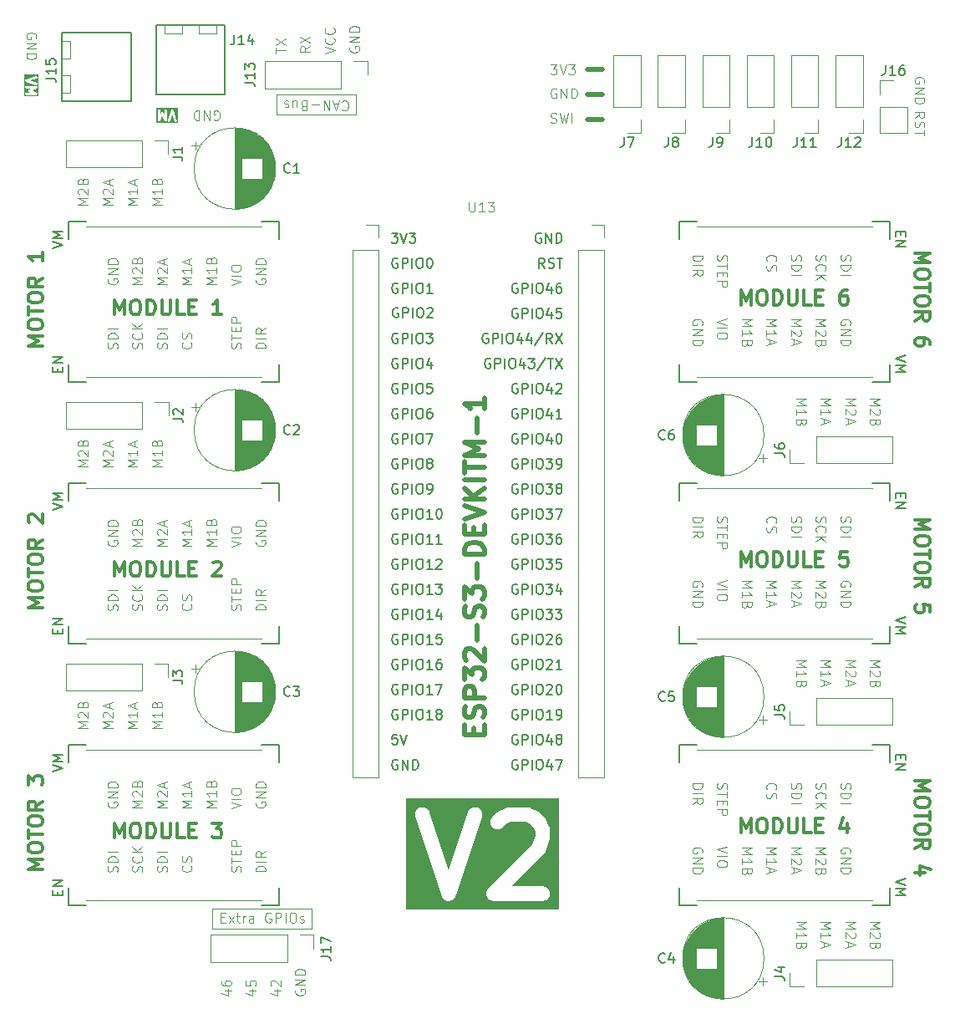
<source format=gto>
%TF.GenerationSoftware,KiCad,Pcbnew,9.0.2*%
%TF.CreationDate,2025-12-07T18:16:57+01:00*%
%TF.ProjectId,Driver Carrier v2,44726976-6572-4204-9361-727269657220,rev?*%
%TF.SameCoordinates,Original*%
%TF.FileFunction,Legend,Top*%
%TF.FilePolarity,Positive*%
%FSLAX46Y46*%
G04 Gerber Fmt 4.6, Leading zero omitted, Abs format (unit mm)*
G04 Created by KiCad (PCBNEW 9.0.2) date 2025-12-07 18:16:57*
%MOMM*%
%LPD*%
G01*
G04 APERTURE LIST*
%ADD10C,0.500000*%
%ADD11C,0.100000*%
%ADD12C,0.300000*%
%ADD13C,0.250000*%
%ADD14C,1.500000*%
%ADD15C,0.150000*%
%ADD16C,0.200000*%
%ADD17C,0.120000*%
%ADD18C,0.127000*%
G04 APERTURE END LIST*
D10*
X160500000Y-29000000D02*
X159000000Y-29000000D01*
X160500000Y-26500000D02*
X159000000Y-26500000D01*
X160500000Y-31500000D02*
X159000000Y-31500000D01*
D11*
X121000000Y-111500000D02*
X131000000Y-111500000D01*
X131000000Y-113500000D01*
X121000000Y-113500000D01*
X121000000Y-111500000D01*
X127500000Y-29000000D02*
X135500000Y-29000000D01*
X135500000Y-31000000D01*
X127500000Y-31000000D01*
X127500000Y-29000000D01*
X173127580Y-78161027D02*
X172127580Y-78494360D01*
X172127580Y-78494360D02*
X173127580Y-78827693D01*
X172127580Y-79161027D02*
X173127580Y-79161027D01*
X173127580Y-79827693D02*
X173127580Y-80018169D01*
X173127580Y-80018169D02*
X173079961Y-80113407D01*
X173079961Y-80113407D02*
X172984723Y-80208645D01*
X172984723Y-80208645D02*
X172794247Y-80256264D01*
X172794247Y-80256264D02*
X172460914Y-80256264D01*
X172460914Y-80256264D02*
X172270438Y-80208645D01*
X172270438Y-80208645D02*
X172175200Y-80113407D01*
X172175200Y-80113407D02*
X172127580Y-80018169D01*
X172127580Y-80018169D02*
X172127580Y-79827693D01*
X172127580Y-79827693D02*
X172175200Y-79732455D01*
X172175200Y-79732455D02*
X172270438Y-79637217D01*
X172270438Y-79637217D02*
X172460914Y-79589598D01*
X172460914Y-79589598D02*
X172794247Y-79589598D01*
X172794247Y-79589598D02*
X172984723Y-79637217D01*
X172984723Y-79637217D02*
X173079961Y-79732455D01*
X173079961Y-79732455D02*
X173127580Y-79827693D01*
X111324800Y-81243734D02*
X111372419Y-81100877D01*
X111372419Y-81100877D02*
X111372419Y-80862782D01*
X111372419Y-80862782D02*
X111324800Y-80767544D01*
X111324800Y-80767544D02*
X111277180Y-80719925D01*
X111277180Y-80719925D02*
X111181942Y-80672306D01*
X111181942Y-80672306D02*
X111086704Y-80672306D01*
X111086704Y-80672306D02*
X110991466Y-80719925D01*
X110991466Y-80719925D02*
X110943847Y-80767544D01*
X110943847Y-80767544D02*
X110896228Y-80862782D01*
X110896228Y-80862782D02*
X110848609Y-81053258D01*
X110848609Y-81053258D02*
X110800990Y-81148496D01*
X110800990Y-81148496D02*
X110753371Y-81196115D01*
X110753371Y-81196115D02*
X110658133Y-81243734D01*
X110658133Y-81243734D02*
X110562895Y-81243734D01*
X110562895Y-81243734D02*
X110467657Y-81196115D01*
X110467657Y-81196115D02*
X110420038Y-81148496D01*
X110420038Y-81148496D02*
X110372419Y-81053258D01*
X110372419Y-81053258D02*
X110372419Y-80815163D01*
X110372419Y-80815163D02*
X110420038Y-80672306D01*
X111372419Y-80243734D02*
X110372419Y-80243734D01*
X110372419Y-80243734D02*
X110372419Y-80005639D01*
X110372419Y-80005639D02*
X110420038Y-79862782D01*
X110420038Y-79862782D02*
X110515276Y-79767544D01*
X110515276Y-79767544D02*
X110610514Y-79719925D01*
X110610514Y-79719925D02*
X110800990Y-79672306D01*
X110800990Y-79672306D02*
X110943847Y-79672306D01*
X110943847Y-79672306D02*
X111134323Y-79719925D01*
X111134323Y-79719925D02*
X111229561Y-79767544D01*
X111229561Y-79767544D02*
X111324800Y-79862782D01*
X111324800Y-79862782D02*
X111372419Y-80005639D01*
X111372419Y-80005639D02*
X111372419Y-80243734D01*
X111372419Y-79243734D02*
X110372419Y-79243734D01*
X182627580Y-112803884D02*
X183627580Y-112803884D01*
X183627580Y-112803884D02*
X182913295Y-113137217D01*
X182913295Y-113137217D02*
X183627580Y-113470550D01*
X183627580Y-113470550D02*
X182627580Y-113470550D01*
X182627580Y-114470550D02*
X182627580Y-113899122D01*
X182627580Y-114184836D02*
X183627580Y-114184836D01*
X183627580Y-114184836D02*
X183484723Y-114089598D01*
X183484723Y-114089598D02*
X183389485Y-113994360D01*
X183389485Y-113994360D02*
X183341866Y-113899122D01*
X182913295Y-114851503D02*
X182913295Y-115327693D01*
X182627580Y-114756265D02*
X183627580Y-115089598D01*
X183627580Y-115089598D02*
X182627580Y-115422931D01*
X173127580Y-105161027D02*
X172127580Y-105494360D01*
X172127580Y-105494360D02*
X173127580Y-105827693D01*
X172127580Y-106161027D02*
X173127580Y-106161027D01*
X173127580Y-106827693D02*
X173127580Y-107018169D01*
X173127580Y-107018169D02*
X173079961Y-107113407D01*
X173079961Y-107113407D02*
X172984723Y-107208645D01*
X172984723Y-107208645D02*
X172794247Y-107256264D01*
X172794247Y-107256264D02*
X172460914Y-107256264D01*
X172460914Y-107256264D02*
X172270438Y-107208645D01*
X172270438Y-107208645D02*
X172175200Y-107113407D01*
X172175200Y-107113407D02*
X172127580Y-107018169D01*
X172127580Y-107018169D02*
X172127580Y-106827693D01*
X172127580Y-106827693D02*
X172175200Y-106732455D01*
X172175200Y-106732455D02*
X172270438Y-106637217D01*
X172270438Y-106637217D02*
X172460914Y-106589598D01*
X172460914Y-106589598D02*
X172794247Y-106589598D01*
X172794247Y-106589598D02*
X172984723Y-106637217D01*
X172984723Y-106637217D02*
X173079961Y-106732455D01*
X173079961Y-106732455D02*
X173127580Y-106827693D01*
X110872419Y-40196115D02*
X109872419Y-40196115D01*
X109872419Y-40196115D02*
X110586704Y-39862782D01*
X110586704Y-39862782D02*
X109872419Y-39529449D01*
X109872419Y-39529449D02*
X110872419Y-39529449D01*
X109967657Y-39100877D02*
X109920038Y-39053258D01*
X109920038Y-39053258D02*
X109872419Y-38958020D01*
X109872419Y-38958020D02*
X109872419Y-38719925D01*
X109872419Y-38719925D02*
X109920038Y-38624687D01*
X109920038Y-38624687D02*
X109967657Y-38577068D01*
X109967657Y-38577068D02*
X110062895Y-38529449D01*
X110062895Y-38529449D02*
X110158133Y-38529449D01*
X110158133Y-38529449D02*
X110300990Y-38577068D01*
X110300990Y-38577068D02*
X110872419Y-39148496D01*
X110872419Y-39148496D02*
X110872419Y-38529449D01*
X110586704Y-38148496D02*
X110586704Y-37672306D01*
X110872419Y-38243734D02*
X109872419Y-37910401D01*
X109872419Y-37910401D02*
X110872419Y-37577068D01*
X129420038Y-119672306D02*
X129372419Y-119767544D01*
X129372419Y-119767544D02*
X129372419Y-119910401D01*
X129372419Y-119910401D02*
X129420038Y-120053258D01*
X129420038Y-120053258D02*
X129515276Y-120148496D01*
X129515276Y-120148496D02*
X129610514Y-120196115D01*
X129610514Y-120196115D02*
X129800990Y-120243734D01*
X129800990Y-120243734D02*
X129943847Y-120243734D01*
X129943847Y-120243734D02*
X130134323Y-120196115D01*
X130134323Y-120196115D02*
X130229561Y-120148496D01*
X130229561Y-120148496D02*
X130324800Y-120053258D01*
X130324800Y-120053258D02*
X130372419Y-119910401D01*
X130372419Y-119910401D02*
X130372419Y-119815163D01*
X130372419Y-119815163D02*
X130324800Y-119672306D01*
X130324800Y-119672306D02*
X130277180Y-119624687D01*
X130277180Y-119624687D02*
X129943847Y-119624687D01*
X129943847Y-119624687D02*
X129943847Y-119815163D01*
X130372419Y-119196115D02*
X129372419Y-119196115D01*
X129372419Y-119196115D02*
X130372419Y-118624687D01*
X130372419Y-118624687D02*
X129372419Y-118624687D01*
X130372419Y-118148496D02*
X129372419Y-118148496D01*
X129372419Y-118148496D02*
X129372419Y-117910401D01*
X129372419Y-117910401D02*
X129420038Y-117767544D01*
X129420038Y-117767544D02*
X129515276Y-117672306D01*
X129515276Y-117672306D02*
X129610514Y-117624687D01*
X129610514Y-117624687D02*
X129800990Y-117577068D01*
X129800990Y-117577068D02*
X129943847Y-117577068D01*
X129943847Y-117577068D02*
X130134323Y-117624687D01*
X130134323Y-117624687D02*
X130229561Y-117672306D01*
X130229561Y-117672306D02*
X130324800Y-117767544D01*
X130324800Y-117767544D02*
X130372419Y-117910401D01*
X130372419Y-117910401D02*
X130372419Y-118148496D01*
X110420038Y-74172306D02*
X110372419Y-74267544D01*
X110372419Y-74267544D02*
X110372419Y-74410401D01*
X110372419Y-74410401D02*
X110420038Y-74553258D01*
X110420038Y-74553258D02*
X110515276Y-74648496D01*
X110515276Y-74648496D02*
X110610514Y-74696115D01*
X110610514Y-74696115D02*
X110800990Y-74743734D01*
X110800990Y-74743734D02*
X110943847Y-74743734D01*
X110943847Y-74743734D02*
X111134323Y-74696115D01*
X111134323Y-74696115D02*
X111229561Y-74648496D01*
X111229561Y-74648496D02*
X111324800Y-74553258D01*
X111324800Y-74553258D02*
X111372419Y-74410401D01*
X111372419Y-74410401D02*
X111372419Y-74315163D01*
X111372419Y-74315163D02*
X111324800Y-74172306D01*
X111324800Y-74172306D02*
X111277180Y-74124687D01*
X111277180Y-74124687D02*
X110943847Y-74124687D01*
X110943847Y-74124687D02*
X110943847Y-74315163D01*
X111372419Y-73696115D02*
X110372419Y-73696115D01*
X110372419Y-73696115D02*
X111372419Y-73124687D01*
X111372419Y-73124687D02*
X110372419Y-73124687D01*
X111372419Y-72648496D02*
X110372419Y-72648496D01*
X110372419Y-72648496D02*
X110372419Y-72410401D01*
X110372419Y-72410401D02*
X110420038Y-72267544D01*
X110420038Y-72267544D02*
X110515276Y-72172306D01*
X110515276Y-72172306D02*
X110610514Y-72124687D01*
X110610514Y-72124687D02*
X110800990Y-72077068D01*
X110800990Y-72077068D02*
X110943847Y-72077068D01*
X110943847Y-72077068D02*
X111134323Y-72124687D01*
X111134323Y-72124687D02*
X111229561Y-72172306D01*
X111229561Y-72172306D02*
X111324800Y-72267544D01*
X111324800Y-72267544D02*
X111372419Y-72410401D01*
X111372419Y-72410401D02*
X111372419Y-72648496D01*
X116324800Y-81243734D02*
X116372419Y-81100877D01*
X116372419Y-81100877D02*
X116372419Y-80862782D01*
X116372419Y-80862782D02*
X116324800Y-80767544D01*
X116324800Y-80767544D02*
X116277180Y-80719925D01*
X116277180Y-80719925D02*
X116181942Y-80672306D01*
X116181942Y-80672306D02*
X116086704Y-80672306D01*
X116086704Y-80672306D02*
X115991466Y-80719925D01*
X115991466Y-80719925D02*
X115943847Y-80767544D01*
X115943847Y-80767544D02*
X115896228Y-80862782D01*
X115896228Y-80862782D02*
X115848609Y-81053258D01*
X115848609Y-81053258D02*
X115800990Y-81148496D01*
X115800990Y-81148496D02*
X115753371Y-81196115D01*
X115753371Y-81196115D02*
X115658133Y-81243734D01*
X115658133Y-81243734D02*
X115562895Y-81243734D01*
X115562895Y-81243734D02*
X115467657Y-81196115D01*
X115467657Y-81196115D02*
X115420038Y-81148496D01*
X115420038Y-81148496D02*
X115372419Y-81053258D01*
X115372419Y-81053258D02*
X115372419Y-80815163D01*
X115372419Y-80815163D02*
X115420038Y-80672306D01*
X116372419Y-80243734D02*
X115372419Y-80243734D01*
X115372419Y-80243734D02*
X115372419Y-80005639D01*
X115372419Y-80005639D02*
X115420038Y-79862782D01*
X115420038Y-79862782D02*
X115515276Y-79767544D01*
X115515276Y-79767544D02*
X115610514Y-79719925D01*
X115610514Y-79719925D02*
X115800990Y-79672306D01*
X115800990Y-79672306D02*
X115943847Y-79672306D01*
X115943847Y-79672306D02*
X116134323Y-79719925D01*
X116134323Y-79719925D02*
X116229561Y-79767544D01*
X116229561Y-79767544D02*
X116324800Y-79862782D01*
X116324800Y-79862782D02*
X116372419Y-80005639D01*
X116372419Y-80005639D02*
X116372419Y-80243734D01*
X116372419Y-79243734D02*
X115372419Y-79243734D01*
X185127580Y-59803884D02*
X186127580Y-59803884D01*
X186127580Y-59803884D02*
X185413295Y-60137217D01*
X185413295Y-60137217D02*
X186127580Y-60470550D01*
X186127580Y-60470550D02*
X185127580Y-60470550D01*
X186032342Y-60899122D02*
X186079961Y-60946741D01*
X186079961Y-60946741D02*
X186127580Y-61041979D01*
X186127580Y-61041979D02*
X186127580Y-61280074D01*
X186127580Y-61280074D02*
X186079961Y-61375312D01*
X186079961Y-61375312D02*
X186032342Y-61422931D01*
X186032342Y-61422931D02*
X185937104Y-61470550D01*
X185937104Y-61470550D02*
X185841866Y-61470550D01*
X185841866Y-61470550D02*
X185699009Y-61422931D01*
X185699009Y-61422931D02*
X185127580Y-60851503D01*
X185127580Y-60851503D02*
X185127580Y-61470550D01*
X185413295Y-61851503D02*
X185413295Y-62327693D01*
X185127580Y-61756265D02*
X186127580Y-62089598D01*
X186127580Y-62089598D02*
X185127580Y-62422931D01*
X125420038Y-100672306D02*
X125372419Y-100767544D01*
X125372419Y-100767544D02*
X125372419Y-100910401D01*
X125372419Y-100910401D02*
X125420038Y-101053258D01*
X125420038Y-101053258D02*
X125515276Y-101148496D01*
X125515276Y-101148496D02*
X125610514Y-101196115D01*
X125610514Y-101196115D02*
X125800990Y-101243734D01*
X125800990Y-101243734D02*
X125943847Y-101243734D01*
X125943847Y-101243734D02*
X126134323Y-101196115D01*
X126134323Y-101196115D02*
X126229561Y-101148496D01*
X126229561Y-101148496D02*
X126324800Y-101053258D01*
X126324800Y-101053258D02*
X126372419Y-100910401D01*
X126372419Y-100910401D02*
X126372419Y-100815163D01*
X126372419Y-100815163D02*
X126324800Y-100672306D01*
X126324800Y-100672306D02*
X126277180Y-100624687D01*
X126277180Y-100624687D02*
X125943847Y-100624687D01*
X125943847Y-100624687D02*
X125943847Y-100815163D01*
X126372419Y-100196115D02*
X125372419Y-100196115D01*
X125372419Y-100196115D02*
X126372419Y-99624687D01*
X126372419Y-99624687D02*
X125372419Y-99624687D01*
X126372419Y-99148496D02*
X125372419Y-99148496D01*
X125372419Y-99148496D02*
X125372419Y-98910401D01*
X125372419Y-98910401D02*
X125420038Y-98767544D01*
X125420038Y-98767544D02*
X125515276Y-98672306D01*
X125515276Y-98672306D02*
X125610514Y-98624687D01*
X125610514Y-98624687D02*
X125800990Y-98577068D01*
X125800990Y-98577068D02*
X125943847Y-98577068D01*
X125943847Y-98577068D02*
X126134323Y-98624687D01*
X126134323Y-98624687D02*
X126229561Y-98672306D01*
X126229561Y-98672306D02*
X126324800Y-98767544D01*
X126324800Y-98767544D02*
X126372419Y-98910401D01*
X126372419Y-98910401D02*
X126372419Y-99148496D01*
X116324800Y-107743734D02*
X116372419Y-107600877D01*
X116372419Y-107600877D02*
X116372419Y-107362782D01*
X116372419Y-107362782D02*
X116324800Y-107267544D01*
X116324800Y-107267544D02*
X116277180Y-107219925D01*
X116277180Y-107219925D02*
X116181942Y-107172306D01*
X116181942Y-107172306D02*
X116086704Y-107172306D01*
X116086704Y-107172306D02*
X115991466Y-107219925D01*
X115991466Y-107219925D02*
X115943847Y-107267544D01*
X115943847Y-107267544D02*
X115896228Y-107362782D01*
X115896228Y-107362782D02*
X115848609Y-107553258D01*
X115848609Y-107553258D02*
X115800990Y-107648496D01*
X115800990Y-107648496D02*
X115753371Y-107696115D01*
X115753371Y-107696115D02*
X115658133Y-107743734D01*
X115658133Y-107743734D02*
X115562895Y-107743734D01*
X115562895Y-107743734D02*
X115467657Y-107696115D01*
X115467657Y-107696115D02*
X115420038Y-107648496D01*
X115420038Y-107648496D02*
X115372419Y-107553258D01*
X115372419Y-107553258D02*
X115372419Y-107315163D01*
X115372419Y-107315163D02*
X115420038Y-107172306D01*
X116372419Y-106743734D02*
X115372419Y-106743734D01*
X115372419Y-106743734D02*
X115372419Y-106505639D01*
X115372419Y-106505639D02*
X115420038Y-106362782D01*
X115420038Y-106362782D02*
X115515276Y-106267544D01*
X115515276Y-106267544D02*
X115610514Y-106219925D01*
X115610514Y-106219925D02*
X115800990Y-106172306D01*
X115800990Y-106172306D02*
X115943847Y-106172306D01*
X115943847Y-106172306D02*
X116134323Y-106219925D01*
X116134323Y-106219925D02*
X116229561Y-106267544D01*
X116229561Y-106267544D02*
X116324800Y-106362782D01*
X116324800Y-106362782D02*
X116372419Y-106505639D01*
X116372419Y-106505639D02*
X116372419Y-106743734D01*
X116372419Y-105743734D02*
X115372419Y-105743734D01*
X172175200Y-45256265D02*
X172127580Y-45399122D01*
X172127580Y-45399122D02*
X172127580Y-45637217D01*
X172127580Y-45637217D02*
X172175200Y-45732455D01*
X172175200Y-45732455D02*
X172222819Y-45780074D01*
X172222819Y-45780074D02*
X172318057Y-45827693D01*
X172318057Y-45827693D02*
X172413295Y-45827693D01*
X172413295Y-45827693D02*
X172508533Y-45780074D01*
X172508533Y-45780074D02*
X172556152Y-45732455D01*
X172556152Y-45732455D02*
X172603771Y-45637217D01*
X172603771Y-45637217D02*
X172651390Y-45446741D01*
X172651390Y-45446741D02*
X172699009Y-45351503D01*
X172699009Y-45351503D02*
X172746628Y-45303884D01*
X172746628Y-45303884D02*
X172841866Y-45256265D01*
X172841866Y-45256265D02*
X172937104Y-45256265D01*
X172937104Y-45256265D02*
X173032342Y-45303884D01*
X173032342Y-45303884D02*
X173079961Y-45351503D01*
X173079961Y-45351503D02*
X173127580Y-45446741D01*
X173127580Y-45446741D02*
X173127580Y-45684836D01*
X173127580Y-45684836D02*
X173079961Y-45827693D01*
X173127580Y-46113408D02*
X173127580Y-46684836D01*
X172127580Y-46399122D02*
X173127580Y-46399122D01*
X172651390Y-47018170D02*
X172651390Y-47351503D01*
X172127580Y-47494360D02*
X172127580Y-47018170D01*
X172127580Y-47018170D02*
X173127580Y-47018170D01*
X173127580Y-47018170D02*
X173127580Y-47494360D01*
X172127580Y-47922932D02*
X173127580Y-47922932D01*
X173127580Y-47922932D02*
X173127580Y-48303884D01*
X173127580Y-48303884D02*
X173079961Y-48399122D01*
X173079961Y-48399122D02*
X173032342Y-48446741D01*
X173032342Y-48446741D02*
X172937104Y-48494360D01*
X172937104Y-48494360D02*
X172794247Y-48494360D01*
X172794247Y-48494360D02*
X172699009Y-48446741D01*
X172699009Y-48446741D02*
X172651390Y-48399122D01*
X172651390Y-48399122D02*
X172603771Y-48303884D01*
X172603771Y-48303884D02*
X172603771Y-47922932D01*
X182127580Y-78303884D02*
X183127580Y-78303884D01*
X183127580Y-78303884D02*
X182413295Y-78637217D01*
X182413295Y-78637217D02*
X183127580Y-78970550D01*
X183127580Y-78970550D02*
X182127580Y-78970550D01*
X183032342Y-79399122D02*
X183079961Y-79446741D01*
X183079961Y-79446741D02*
X183127580Y-79541979D01*
X183127580Y-79541979D02*
X183127580Y-79780074D01*
X183127580Y-79780074D02*
X183079961Y-79875312D01*
X183079961Y-79875312D02*
X183032342Y-79922931D01*
X183032342Y-79922931D02*
X182937104Y-79970550D01*
X182937104Y-79970550D02*
X182841866Y-79970550D01*
X182841866Y-79970550D02*
X182699009Y-79922931D01*
X182699009Y-79922931D02*
X182127580Y-79351503D01*
X182127580Y-79351503D02*
X182127580Y-79970550D01*
X182651390Y-80732455D02*
X182603771Y-80875312D01*
X182603771Y-80875312D02*
X182556152Y-80922931D01*
X182556152Y-80922931D02*
X182460914Y-80970550D01*
X182460914Y-80970550D02*
X182318057Y-80970550D01*
X182318057Y-80970550D02*
X182222819Y-80922931D01*
X182222819Y-80922931D02*
X182175200Y-80875312D01*
X182175200Y-80875312D02*
X182127580Y-80780074D01*
X182127580Y-80780074D02*
X182127580Y-80399122D01*
X182127580Y-80399122D02*
X183127580Y-80399122D01*
X183127580Y-80399122D02*
X183127580Y-80732455D01*
X183127580Y-80732455D02*
X183079961Y-80827693D01*
X183079961Y-80827693D02*
X183032342Y-80875312D01*
X183032342Y-80875312D02*
X182937104Y-80922931D01*
X182937104Y-80922931D02*
X182841866Y-80922931D01*
X182841866Y-80922931D02*
X182746628Y-80875312D01*
X182746628Y-80875312D02*
X182699009Y-80827693D01*
X182699009Y-80827693D02*
X182651390Y-80732455D01*
X182651390Y-80732455D02*
X182651390Y-80399122D01*
X174627580Y-51803884D02*
X175627580Y-51803884D01*
X175627580Y-51803884D02*
X174913295Y-52137217D01*
X174913295Y-52137217D02*
X175627580Y-52470550D01*
X175627580Y-52470550D02*
X174627580Y-52470550D01*
X174627580Y-53470550D02*
X174627580Y-52899122D01*
X174627580Y-53184836D02*
X175627580Y-53184836D01*
X175627580Y-53184836D02*
X175484723Y-53089598D01*
X175484723Y-53089598D02*
X175389485Y-52994360D01*
X175389485Y-52994360D02*
X175341866Y-52899122D01*
X175151390Y-54232455D02*
X175103771Y-54375312D01*
X175103771Y-54375312D02*
X175056152Y-54422931D01*
X175056152Y-54422931D02*
X174960914Y-54470550D01*
X174960914Y-54470550D02*
X174818057Y-54470550D01*
X174818057Y-54470550D02*
X174722819Y-54422931D01*
X174722819Y-54422931D02*
X174675200Y-54375312D01*
X174675200Y-54375312D02*
X174627580Y-54280074D01*
X174627580Y-54280074D02*
X174627580Y-53899122D01*
X174627580Y-53899122D02*
X175627580Y-53899122D01*
X175627580Y-53899122D02*
X175627580Y-54232455D01*
X175627580Y-54232455D02*
X175579961Y-54327693D01*
X175579961Y-54327693D02*
X175532342Y-54375312D01*
X175532342Y-54375312D02*
X175437104Y-54422931D01*
X175437104Y-54422931D02*
X175341866Y-54422931D01*
X175341866Y-54422931D02*
X175246628Y-54375312D01*
X175246628Y-54375312D02*
X175199009Y-54327693D01*
X175199009Y-54327693D02*
X175151390Y-54232455D01*
X175151390Y-54232455D02*
X175151390Y-53899122D01*
X108372419Y-66696115D02*
X107372419Y-66696115D01*
X107372419Y-66696115D02*
X108086704Y-66362782D01*
X108086704Y-66362782D02*
X107372419Y-66029449D01*
X107372419Y-66029449D02*
X108372419Y-66029449D01*
X107467657Y-65600877D02*
X107420038Y-65553258D01*
X107420038Y-65553258D02*
X107372419Y-65458020D01*
X107372419Y-65458020D02*
X107372419Y-65219925D01*
X107372419Y-65219925D02*
X107420038Y-65124687D01*
X107420038Y-65124687D02*
X107467657Y-65077068D01*
X107467657Y-65077068D02*
X107562895Y-65029449D01*
X107562895Y-65029449D02*
X107658133Y-65029449D01*
X107658133Y-65029449D02*
X107800990Y-65077068D01*
X107800990Y-65077068D02*
X108372419Y-65648496D01*
X108372419Y-65648496D02*
X108372419Y-65029449D01*
X107848609Y-64267544D02*
X107896228Y-64124687D01*
X107896228Y-64124687D02*
X107943847Y-64077068D01*
X107943847Y-64077068D02*
X108039085Y-64029449D01*
X108039085Y-64029449D02*
X108181942Y-64029449D01*
X108181942Y-64029449D02*
X108277180Y-64077068D01*
X108277180Y-64077068D02*
X108324800Y-64124687D01*
X108324800Y-64124687D02*
X108372419Y-64219925D01*
X108372419Y-64219925D02*
X108372419Y-64600877D01*
X108372419Y-64600877D02*
X107372419Y-64600877D01*
X107372419Y-64600877D02*
X107372419Y-64267544D01*
X107372419Y-64267544D02*
X107420038Y-64172306D01*
X107420038Y-64172306D02*
X107467657Y-64124687D01*
X107467657Y-64124687D02*
X107562895Y-64077068D01*
X107562895Y-64077068D02*
X107658133Y-64077068D01*
X107658133Y-64077068D02*
X107753371Y-64124687D01*
X107753371Y-64124687D02*
X107800990Y-64172306D01*
X107800990Y-64172306D02*
X107848609Y-64267544D01*
X107848609Y-64267544D02*
X107848609Y-64600877D01*
X177222819Y-45875312D02*
X177175200Y-45827693D01*
X177175200Y-45827693D02*
X177127580Y-45684836D01*
X177127580Y-45684836D02*
X177127580Y-45589598D01*
X177127580Y-45589598D02*
X177175200Y-45446741D01*
X177175200Y-45446741D02*
X177270438Y-45351503D01*
X177270438Y-45351503D02*
X177365676Y-45303884D01*
X177365676Y-45303884D02*
X177556152Y-45256265D01*
X177556152Y-45256265D02*
X177699009Y-45256265D01*
X177699009Y-45256265D02*
X177889485Y-45303884D01*
X177889485Y-45303884D02*
X177984723Y-45351503D01*
X177984723Y-45351503D02*
X178079961Y-45446741D01*
X178079961Y-45446741D02*
X178127580Y-45589598D01*
X178127580Y-45589598D02*
X178127580Y-45684836D01*
X178127580Y-45684836D02*
X178079961Y-45827693D01*
X178079961Y-45827693D02*
X178032342Y-45875312D01*
X177175200Y-46256265D02*
X177127580Y-46399122D01*
X177127580Y-46399122D02*
X177127580Y-46637217D01*
X177127580Y-46637217D02*
X177175200Y-46732455D01*
X177175200Y-46732455D02*
X177222819Y-46780074D01*
X177222819Y-46780074D02*
X177318057Y-46827693D01*
X177318057Y-46827693D02*
X177413295Y-46827693D01*
X177413295Y-46827693D02*
X177508533Y-46780074D01*
X177508533Y-46780074D02*
X177556152Y-46732455D01*
X177556152Y-46732455D02*
X177603771Y-46637217D01*
X177603771Y-46637217D02*
X177651390Y-46446741D01*
X177651390Y-46446741D02*
X177699009Y-46351503D01*
X177699009Y-46351503D02*
X177746628Y-46303884D01*
X177746628Y-46303884D02*
X177841866Y-46256265D01*
X177841866Y-46256265D02*
X177937104Y-46256265D01*
X177937104Y-46256265D02*
X178032342Y-46303884D01*
X178032342Y-46303884D02*
X178079961Y-46351503D01*
X178079961Y-46351503D02*
X178127580Y-46446741D01*
X178127580Y-46446741D02*
X178127580Y-46684836D01*
X178127580Y-46684836D02*
X178079961Y-46827693D01*
X121803884Y-112348609D02*
X122137217Y-112348609D01*
X122280074Y-112872419D02*
X121803884Y-112872419D01*
X121803884Y-112872419D02*
X121803884Y-111872419D01*
X121803884Y-111872419D02*
X122280074Y-111872419D01*
X122613408Y-112872419D02*
X123137217Y-112205752D01*
X122613408Y-112205752D02*
X123137217Y-112872419D01*
X123375313Y-112205752D02*
X123756265Y-112205752D01*
X123518170Y-111872419D02*
X123518170Y-112729561D01*
X123518170Y-112729561D02*
X123565789Y-112824800D01*
X123565789Y-112824800D02*
X123661027Y-112872419D01*
X123661027Y-112872419D02*
X123756265Y-112872419D01*
X124089599Y-112872419D02*
X124089599Y-112205752D01*
X124089599Y-112396228D02*
X124137218Y-112300990D01*
X124137218Y-112300990D02*
X124184837Y-112253371D01*
X124184837Y-112253371D02*
X124280075Y-112205752D01*
X124280075Y-112205752D02*
X124375313Y-112205752D01*
X125137218Y-112872419D02*
X125137218Y-112348609D01*
X125137218Y-112348609D02*
X125089599Y-112253371D01*
X125089599Y-112253371D02*
X124994361Y-112205752D01*
X124994361Y-112205752D02*
X124803885Y-112205752D01*
X124803885Y-112205752D02*
X124708647Y-112253371D01*
X125137218Y-112824800D02*
X125041980Y-112872419D01*
X125041980Y-112872419D02*
X124803885Y-112872419D01*
X124803885Y-112872419D02*
X124708647Y-112824800D01*
X124708647Y-112824800D02*
X124661028Y-112729561D01*
X124661028Y-112729561D02*
X124661028Y-112634323D01*
X124661028Y-112634323D02*
X124708647Y-112539085D01*
X124708647Y-112539085D02*
X124803885Y-112491466D01*
X124803885Y-112491466D02*
X125041980Y-112491466D01*
X125041980Y-112491466D02*
X125137218Y-112443847D01*
X126899123Y-111920038D02*
X126803885Y-111872419D01*
X126803885Y-111872419D02*
X126661028Y-111872419D01*
X126661028Y-111872419D02*
X126518171Y-111920038D01*
X126518171Y-111920038D02*
X126422933Y-112015276D01*
X126422933Y-112015276D02*
X126375314Y-112110514D01*
X126375314Y-112110514D02*
X126327695Y-112300990D01*
X126327695Y-112300990D02*
X126327695Y-112443847D01*
X126327695Y-112443847D02*
X126375314Y-112634323D01*
X126375314Y-112634323D02*
X126422933Y-112729561D01*
X126422933Y-112729561D02*
X126518171Y-112824800D01*
X126518171Y-112824800D02*
X126661028Y-112872419D01*
X126661028Y-112872419D02*
X126756266Y-112872419D01*
X126756266Y-112872419D02*
X126899123Y-112824800D01*
X126899123Y-112824800D02*
X126946742Y-112777180D01*
X126946742Y-112777180D02*
X126946742Y-112443847D01*
X126946742Y-112443847D02*
X126756266Y-112443847D01*
X127375314Y-112872419D02*
X127375314Y-111872419D01*
X127375314Y-111872419D02*
X127756266Y-111872419D01*
X127756266Y-111872419D02*
X127851504Y-111920038D01*
X127851504Y-111920038D02*
X127899123Y-111967657D01*
X127899123Y-111967657D02*
X127946742Y-112062895D01*
X127946742Y-112062895D02*
X127946742Y-112205752D01*
X127946742Y-112205752D02*
X127899123Y-112300990D01*
X127899123Y-112300990D02*
X127851504Y-112348609D01*
X127851504Y-112348609D02*
X127756266Y-112396228D01*
X127756266Y-112396228D02*
X127375314Y-112396228D01*
X128375314Y-112872419D02*
X128375314Y-111872419D01*
X129041980Y-111872419D02*
X129232456Y-111872419D01*
X129232456Y-111872419D02*
X129327694Y-111920038D01*
X129327694Y-111920038D02*
X129422932Y-112015276D01*
X129422932Y-112015276D02*
X129470551Y-112205752D01*
X129470551Y-112205752D02*
X129470551Y-112539085D01*
X129470551Y-112539085D02*
X129422932Y-112729561D01*
X129422932Y-112729561D02*
X129327694Y-112824800D01*
X129327694Y-112824800D02*
X129232456Y-112872419D01*
X129232456Y-112872419D02*
X129041980Y-112872419D01*
X129041980Y-112872419D02*
X128946742Y-112824800D01*
X128946742Y-112824800D02*
X128851504Y-112729561D01*
X128851504Y-112729561D02*
X128803885Y-112539085D01*
X128803885Y-112539085D02*
X128803885Y-112205752D01*
X128803885Y-112205752D02*
X128851504Y-112015276D01*
X128851504Y-112015276D02*
X128946742Y-111920038D01*
X128946742Y-111920038D02*
X129041980Y-111872419D01*
X129851504Y-112824800D02*
X129946742Y-112872419D01*
X129946742Y-112872419D02*
X130137218Y-112872419D01*
X130137218Y-112872419D02*
X130232456Y-112824800D01*
X130232456Y-112824800D02*
X130280075Y-112729561D01*
X130280075Y-112729561D02*
X130280075Y-112681942D01*
X130280075Y-112681942D02*
X130232456Y-112586704D01*
X130232456Y-112586704D02*
X130137218Y-112539085D01*
X130137218Y-112539085D02*
X129994361Y-112539085D01*
X129994361Y-112539085D02*
X129899123Y-112491466D01*
X129899123Y-112491466D02*
X129851504Y-112396228D01*
X129851504Y-112396228D02*
X129851504Y-112348609D01*
X129851504Y-112348609D02*
X129899123Y-112253371D01*
X129899123Y-112253371D02*
X129994361Y-112205752D01*
X129994361Y-112205752D02*
X130137218Y-112205752D01*
X130137218Y-112205752D02*
X130232456Y-112253371D01*
X123824800Y-107743734D02*
X123872419Y-107600877D01*
X123872419Y-107600877D02*
X123872419Y-107362782D01*
X123872419Y-107362782D02*
X123824800Y-107267544D01*
X123824800Y-107267544D02*
X123777180Y-107219925D01*
X123777180Y-107219925D02*
X123681942Y-107172306D01*
X123681942Y-107172306D02*
X123586704Y-107172306D01*
X123586704Y-107172306D02*
X123491466Y-107219925D01*
X123491466Y-107219925D02*
X123443847Y-107267544D01*
X123443847Y-107267544D02*
X123396228Y-107362782D01*
X123396228Y-107362782D02*
X123348609Y-107553258D01*
X123348609Y-107553258D02*
X123300990Y-107648496D01*
X123300990Y-107648496D02*
X123253371Y-107696115D01*
X123253371Y-107696115D02*
X123158133Y-107743734D01*
X123158133Y-107743734D02*
X123062895Y-107743734D01*
X123062895Y-107743734D02*
X122967657Y-107696115D01*
X122967657Y-107696115D02*
X122920038Y-107648496D01*
X122920038Y-107648496D02*
X122872419Y-107553258D01*
X122872419Y-107553258D02*
X122872419Y-107315163D01*
X122872419Y-107315163D02*
X122920038Y-107172306D01*
X122872419Y-106886591D02*
X122872419Y-106315163D01*
X123872419Y-106600877D02*
X122872419Y-106600877D01*
X123348609Y-105981829D02*
X123348609Y-105648496D01*
X123872419Y-105505639D02*
X123872419Y-105981829D01*
X123872419Y-105981829D02*
X122872419Y-105981829D01*
X122872419Y-105981829D02*
X122872419Y-105505639D01*
X123872419Y-105077067D02*
X122872419Y-105077067D01*
X122872419Y-105077067D02*
X122872419Y-104696115D01*
X122872419Y-104696115D02*
X122920038Y-104600877D01*
X122920038Y-104600877D02*
X122967657Y-104553258D01*
X122967657Y-104553258D02*
X123062895Y-104505639D01*
X123062895Y-104505639D02*
X123205752Y-104505639D01*
X123205752Y-104505639D02*
X123300990Y-104553258D01*
X123300990Y-104553258D02*
X123348609Y-104600877D01*
X123348609Y-104600877D02*
X123396228Y-104696115D01*
X123396228Y-104696115D02*
X123396228Y-105077067D01*
X127372419Y-24838972D02*
X127372419Y-24267544D01*
X128372419Y-24553258D02*
X127372419Y-24553258D01*
X127372419Y-24029448D02*
X128372419Y-23362782D01*
X127372419Y-23362782D02*
X128372419Y-24029448D01*
D12*
X103800828Y-107445489D02*
X102300828Y-107445489D01*
X102300828Y-107445489D02*
X103372257Y-106945489D01*
X103372257Y-106945489D02*
X102300828Y-106445489D01*
X102300828Y-106445489D02*
X103800828Y-106445489D01*
X102300828Y-105445488D02*
X102300828Y-105159774D01*
X102300828Y-105159774D02*
X102372257Y-105016917D01*
X102372257Y-105016917D02*
X102515114Y-104874060D01*
X102515114Y-104874060D02*
X102800828Y-104802631D01*
X102800828Y-104802631D02*
X103300828Y-104802631D01*
X103300828Y-104802631D02*
X103586542Y-104874060D01*
X103586542Y-104874060D02*
X103729400Y-105016917D01*
X103729400Y-105016917D02*
X103800828Y-105159774D01*
X103800828Y-105159774D02*
X103800828Y-105445488D01*
X103800828Y-105445488D02*
X103729400Y-105588346D01*
X103729400Y-105588346D02*
X103586542Y-105731203D01*
X103586542Y-105731203D02*
X103300828Y-105802631D01*
X103300828Y-105802631D02*
X102800828Y-105802631D01*
X102800828Y-105802631D02*
X102515114Y-105731203D01*
X102515114Y-105731203D02*
X102372257Y-105588346D01*
X102372257Y-105588346D02*
X102300828Y-105445488D01*
X102300828Y-104374059D02*
X102300828Y-103516917D01*
X103800828Y-103945488D02*
X102300828Y-103945488D01*
X102300828Y-102731202D02*
X102300828Y-102445488D01*
X102300828Y-102445488D02*
X102372257Y-102302631D01*
X102372257Y-102302631D02*
X102515114Y-102159774D01*
X102515114Y-102159774D02*
X102800828Y-102088345D01*
X102800828Y-102088345D02*
X103300828Y-102088345D01*
X103300828Y-102088345D02*
X103586542Y-102159774D01*
X103586542Y-102159774D02*
X103729400Y-102302631D01*
X103729400Y-102302631D02*
X103800828Y-102445488D01*
X103800828Y-102445488D02*
X103800828Y-102731202D01*
X103800828Y-102731202D02*
X103729400Y-102874060D01*
X103729400Y-102874060D02*
X103586542Y-103016917D01*
X103586542Y-103016917D02*
X103300828Y-103088345D01*
X103300828Y-103088345D02*
X102800828Y-103088345D01*
X102800828Y-103088345D02*
X102515114Y-103016917D01*
X102515114Y-103016917D02*
X102372257Y-102874060D01*
X102372257Y-102874060D02*
X102300828Y-102731202D01*
X103800828Y-100588345D02*
X103086542Y-101088345D01*
X103800828Y-101445488D02*
X102300828Y-101445488D01*
X102300828Y-101445488D02*
X102300828Y-100874059D01*
X102300828Y-100874059D02*
X102372257Y-100731202D01*
X102372257Y-100731202D02*
X102443685Y-100659773D01*
X102443685Y-100659773D02*
X102586542Y-100588345D01*
X102586542Y-100588345D02*
X102800828Y-100588345D01*
X102800828Y-100588345D02*
X102943685Y-100659773D01*
X102943685Y-100659773D02*
X103015114Y-100731202D01*
X103015114Y-100731202D02*
X103086542Y-100874059D01*
X103086542Y-100874059D02*
X103086542Y-101445488D01*
X102300828Y-98945488D02*
X102300828Y-98016916D01*
X102300828Y-98016916D02*
X102872257Y-98516916D01*
X102872257Y-98516916D02*
X102872257Y-98302631D01*
X102872257Y-98302631D02*
X102943685Y-98159774D01*
X102943685Y-98159774D02*
X103015114Y-98088345D01*
X103015114Y-98088345D02*
X103157971Y-98016916D01*
X103157971Y-98016916D02*
X103515114Y-98016916D01*
X103515114Y-98016916D02*
X103657971Y-98088345D01*
X103657971Y-98088345D02*
X103729400Y-98159774D01*
X103729400Y-98159774D02*
X103800828Y-98302631D01*
X103800828Y-98302631D02*
X103800828Y-98731202D01*
X103800828Y-98731202D02*
X103729400Y-98874059D01*
X103729400Y-98874059D02*
X103657971Y-98945488D01*
D11*
X116324800Y-54743734D02*
X116372419Y-54600877D01*
X116372419Y-54600877D02*
X116372419Y-54362782D01*
X116372419Y-54362782D02*
X116324800Y-54267544D01*
X116324800Y-54267544D02*
X116277180Y-54219925D01*
X116277180Y-54219925D02*
X116181942Y-54172306D01*
X116181942Y-54172306D02*
X116086704Y-54172306D01*
X116086704Y-54172306D02*
X115991466Y-54219925D01*
X115991466Y-54219925D02*
X115943847Y-54267544D01*
X115943847Y-54267544D02*
X115896228Y-54362782D01*
X115896228Y-54362782D02*
X115848609Y-54553258D01*
X115848609Y-54553258D02*
X115800990Y-54648496D01*
X115800990Y-54648496D02*
X115753371Y-54696115D01*
X115753371Y-54696115D02*
X115658133Y-54743734D01*
X115658133Y-54743734D02*
X115562895Y-54743734D01*
X115562895Y-54743734D02*
X115467657Y-54696115D01*
X115467657Y-54696115D02*
X115420038Y-54648496D01*
X115420038Y-54648496D02*
X115372419Y-54553258D01*
X115372419Y-54553258D02*
X115372419Y-54315163D01*
X115372419Y-54315163D02*
X115420038Y-54172306D01*
X116372419Y-53743734D02*
X115372419Y-53743734D01*
X115372419Y-53743734D02*
X115372419Y-53505639D01*
X115372419Y-53505639D02*
X115420038Y-53362782D01*
X115420038Y-53362782D02*
X115515276Y-53267544D01*
X115515276Y-53267544D02*
X115610514Y-53219925D01*
X115610514Y-53219925D02*
X115800990Y-53172306D01*
X115800990Y-53172306D02*
X115943847Y-53172306D01*
X115943847Y-53172306D02*
X116134323Y-53219925D01*
X116134323Y-53219925D02*
X116229561Y-53267544D01*
X116229561Y-53267544D02*
X116324800Y-53362782D01*
X116324800Y-53362782D02*
X116372419Y-53505639D01*
X116372419Y-53505639D02*
X116372419Y-53743734D01*
X116372419Y-52743734D02*
X115372419Y-52743734D01*
X110872419Y-93196115D02*
X109872419Y-93196115D01*
X109872419Y-93196115D02*
X110586704Y-92862782D01*
X110586704Y-92862782D02*
X109872419Y-92529449D01*
X109872419Y-92529449D02*
X110872419Y-92529449D01*
X109967657Y-92100877D02*
X109920038Y-92053258D01*
X109920038Y-92053258D02*
X109872419Y-91958020D01*
X109872419Y-91958020D02*
X109872419Y-91719925D01*
X109872419Y-91719925D02*
X109920038Y-91624687D01*
X109920038Y-91624687D02*
X109967657Y-91577068D01*
X109967657Y-91577068D02*
X110062895Y-91529449D01*
X110062895Y-91529449D02*
X110158133Y-91529449D01*
X110158133Y-91529449D02*
X110300990Y-91577068D01*
X110300990Y-91577068D02*
X110872419Y-92148496D01*
X110872419Y-92148496D02*
X110872419Y-91529449D01*
X110586704Y-91148496D02*
X110586704Y-90672306D01*
X110872419Y-91243734D02*
X109872419Y-90910401D01*
X109872419Y-90910401D02*
X110872419Y-90577068D01*
X182175200Y-45256265D02*
X182127580Y-45399122D01*
X182127580Y-45399122D02*
X182127580Y-45637217D01*
X182127580Y-45637217D02*
X182175200Y-45732455D01*
X182175200Y-45732455D02*
X182222819Y-45780074D01*
X182222819Y-45780074D02*
X182318057Y-45827693D01*
X182318057Y-45827693D02*
X182413295Y-45827693D01*
X182413295Y-45827693D02*
X182508533Y-45780074D01*
X182508533Y-45780074D02*
X182556152Y-45732455D01*
X182556152Y-45732455D02*
X182603771Y-45637217D01*
X182603771Y-45637217D02*
X182651390Y-45446741D01*
X182651390Y-45446741D02*
X182699009Y-45351503D01*
X182699009Y-45351503D02*
X182746628Y-45303884D01*
X182746628Y-45303884D02*
X182841866Y-45256265D01*
X182841866Y-45256265D02*
X182937104Y-45256265D01*
X182937104Y-45256265D02*
X183032342Y-45303884D01*
X183032342Y-45303884D02*
X183079961Y-45351503D01*
X183079961Y-45351503D02*
X183127580Y-45446741D01*
X183127580Y-45446741D02*
X183127580Y-45684836D01*
X183127580Y-45684836D02*
X183079961Y-45827693D01*
X182222819Y-46827693D02*
X182175200Y-46780074D01*
X182175200Y-46780074D02*
X182127580Y-46637217D01*
X182127580Y-46637217D02*
X182127580Y-46541979D01*
X182127580Y-46541979D02*
X182175200Y-46399122D01*
X182175200Y-46399122D02*
X182270438Y-46303884D01*
X182270438Y-46303884D02*
X182365676Y-46256265D01*
X182365676Y-46256265D02*
X182556152Y-46208646D01*
X182556152Y-46208646D02*
X182699009Y-46208646D01*
X182699009Y-46208646D02*
X182889485Y-46256265D01*
X182889485Y-46256265D02*
X182984723Y-46303884D01*
X182984723Y-46303884D02*
X183079961Y-46399122D01*
X183079961Y-46399122D02*
X183127580Y-46541979D01*
X183127580Y-46541979D02*
X183127580Y-46637217D01*
X183127580Y-46637217D02*
X183079961Y-46780074D01*
X183079961Y-46780074D02*
X183032342Y-46827693D01*
X182127580Y-47256265D02*
X183127580Y-47256265D01*
X182127580Y-47827693D02*
X182699009Y-47399122D01*
X183127580Y-47827693D02*
X182556152Y-47256265D01*
X113872419Y-74696115D02*
X112872419Y-74696115D01*
X112872419Y-74696115D02*
X113586704Y-74362782D01*
X113586704Y-74362782D02*
X112872419Y-74029449D01*
X112872419Y-74029449D02*
X113872419Y-74029449D01*
X112967657Y-73600877D02*
X112920038Y-73553258D01*
X112920038Y-73553258D02*
X112872419Y-73458020D01*
X112872419Y-73458020D02*
X112872419Y-73219925D01*
X112872419Y-73219925D02*
X112920038Y-73124687D01*
X112920038Y-73124687D02*
X112967657Y-73077068D01*
X112967657Y-73077068D02*
X113062895Y-73029449D01*
X113062895Y-73029449D02*
X113158133Y-73029449D01*
X113158133Y-73029449D02*
X113300990Y-73077068D01*
X113300990Y-73077068D02*
X113872419Y-73648496D01*
X113872419Y-73648496D02*
X113872419Y-73029449D01*
X113348609Y-72267544D02*
X113396228Y-72124687D01*
X113396228Y-72124687D02*
X113443847Y-72077068D01*
X113443847Y-72077068D02*
X113539085Y-72029449D01*
X113539085Y-72029449D02*
X113681942Y-72029449D01*
X113681942Y-72029449D02*
X113777180Y-72077068D01*
X113777180Y-72077068D02*
X113824800Y-72124687D01*
X113824800Y-72124687D02*
X113872419Y-72219925D01*
X113872419Y-72219925D02*
X113872419Y-72600877D01*
X113872419Y-72600877D02*
X112872419Y-72600877D01*
X112872419Y-72600877D02*
X112872419Y-72267544D01*
X112872419Y-72267544D02*
X112920038Y-72172306D01*
X112920038Y-72172306D02*
X112967657Y-72124687D01*
X112967657Y-72124687D02*
X113062895Y-72077068D01*
X113062895Y-72077068D02*
X113158133Y-72077068D01*
X113158133Y-72077068D02*
X113253371Y-72124687D01*
X113253371Y-72124687D02*
X113300990Y-72172306D01*
X113300990Y-72172306D02*
X113348609Y-72267544D01*
X113348609Y-72267544D02*
X113348609Y-72600877D01*
X185127580Y-86303884D02*
X186127580Y-86303884D01*
X186127580Y-86303884D02*
X185413295Y-86637217D01*
X185413295Y-86637217D02*
X186127580Y-86970550D01*
X186127580Y-86970550D02*
X185127580Y-86970550D01*
X186032342Y-87399122D02*
X186079961Y-87446741D01*
X186079961Y-87446741D02*
X186127580Y-87541979D01*
X186127580Y-87541979D02*
X186127580Y-87780074D01*
X186127580Y-87780074D02*
X186079961Y-87875312D01*
X186079961Y-87875312D02*
X186032342Y-87922931D01*
X186032342Y-87922931D02*
X185937104Y-87970550D01*
X185937104Y-87970550D02*
X185841866Y-87970550D01*
X185841866Y-87970550D02*
X185699009Y-87922931D01*
X185699009Y-87922931D02*
X185127580Y-87351503D01*
X185127580Y-87351503D02*
X185127580Y-87970550D01*
X185413295Y-88351503D02*
X185413295Y-88827693D01*
X185127580Y-88256265D02*
X186127580Y-88589598D01*
X186127580Y-88589598D02*
X185127580Y-88922931D01*
X124705752Y-119767544D02*
X125372419Y-119767544D01*
X124324800Y-120005639D02*
X125039085Y-120243734D01*
X125039085Y-120243734D02*
X125039085Y-119624687D01*
X124372419Y-118767544D02*
X124372419Y-119243734D01*
X124372419Y-119243734D02*
X124848609Y-119291353D01*
X124848609Y-119291353D02*
X124800990Y-119243734D01*
X124800990Y-119243734D02*
X124753371Y-119148496D01*
X124753371Y-119148496D02*
X124753371Y-118910401D01*
X124753371Y-118910401D02*
X124800990Y-118815163D01*
X124800990Y-118815163D02*
X124848609Y-118767544D01*
X124848609Y-118767544D02*
X124943847Y-118719925D01*
X124943847Y-118719925D02*
X125181942Y-118719925D01*
X125181942Y-118719925D02*
X125277180Y-118767544D01*
X125277180Y-118767544D02*
X125324800Y-118815163D01*
X125324800Y-118815163D02*
X125372419Y-118910401D01*
X125372419Y-118910401D02*
X125372419Y-119148496D01*
X125372419Y-119148496D02*
X125324800Y-119243734D01*
X125324800Y-119243734D02*
X125277180Y-119291353D01*
X172175200Y-71756265D02*
X172127580Y-71899122D01*
X172127580Y-71899122D02*
X172127580Y-72137217D01*
X172127580Y-72137217D02*
X172175200Y-72232455D01*
X172175200Y-72232455D02*
X172222819Y-72280074D01*
X172222819Y-72280074D02*
X172318057Y-72327693D01*
X172318057Y-72327693D02*
X172413295Y-72327693D01*
X172413295Y-72327693D02*
X172508533Y-72280074D01*
X172508533Y-72280074D02*
X172556152Y-72232455D01*
X172556152Y-72232455D02*
X172603771Y-72137217D01*
X172603771Y-72137217D02*
X172651390Y-71946741D01*
X172651390Y-71946741D02*
X172699009Y-71851503D01*
X172699009Y-71851503D02*
X172746628Y-71803884D01*
X172746628Y-71803884D02*
X172841866Y-71756265D01*
X172841866Y-71756265D02*
X172937104Y-71756265D01*
X172937104Y-71756265D02*
X173032342Y-71803884D01*
X173032342Y-71803884D02*
X173079961Y-71851503D01*
X173079961Y-71851503D02*
X173127580Y-71946741D01*
X173127580Y-71946741D02*
X173127580Y-72184836D01*
X173127580Y-72184836D02*
X173079961Y-72327693D01*
X173127580Y-72613408D02*
X173127580Y-73184836D01*
X172127580Y-72899122D02*
X173127580Y-72899122D01*
X172651390Y-73518170D02*
X172651390Y-73851503D01*
X172127580Y-73994360D02*
X172127580Y-73518170D01*
X172127580Y-73518170D02*
X173127580Y-73518170D01*
X173127580Y-73518170D02*
X173127580Y-73994360D01*
X172127580Y-74422932D02*
X173127580Y-74422932D01*
X173127580Y-74422932D02*
X173127580Y-74803884D01*
X173127580Y-74803884D02*
X173079961Y-74899122D01*
X173079961Y-74899122D02*
X173032342Y-74946741D01*
X173032342Y-74946741D02*
X172937104Y-74994360D01*
X172937104Y-74994360D02*
X172794247Y-74994360D01*
X172794247Y-74994360D02*
X172699009Y-74946741D01*
X172699009Y-74946741D02*
X172651390Y-74899122D01*
X172651390Y-74899122D02*
X172603771Y-74803884D01*
X172603771Y-74803884D02*
X172603771Y-74422932D01*
X170579961Y-105827693D02*
X170627580Y-105732455D01*
X170627580Y-105732455D02*
X170627580Y-105589598D01*
X170627580Y-105589598D02*
X170579961Y-105446741D01*
X170579961Y-105446741D02*
X170484723Y-105351503D01*
X170484723Y-105351503D02*
X170389485Y-105303884D01*
X170389485Y-105303884D02*
X170199009Y-105256265D01*
X170199009Y-105256265D02*
X170056152Y-105256265D01*
X170056152Y-105256265D02*
X169865676Y-105303884D01*
X169865676Y-105303884D02*
X169770438Y-105351503D01*
X169770438Y-105351503D02*
X169675200Y-105446741D01*
X169675200Y-105446741D02*
X169627580Y-105589598D01*
X169627580Y-105589598D02*
X169627580Y-105684836D01*
X169627580Y-105684836D02*
X169675200Y-105827693D01*
X169675200Y-105827693D02*
X169722819Y-105875312D01*
X169722819Y-105875312D02*
X170056152Y-105875312D01*
X170056152Y-105875312D02*
X170056152Y-105684836D01*
X169627580Y-106303884D02*
X170627580Y-106303884D01*
X170627580Y-106303884D02*
X169627580Y-106875312D01*
X169627580Y-106875312D02*
X170627580Y-106875312D01*
X169627580Y-107351503D02*
X170627580Y-107351503D01*
X170627580Y-107351503D02*
X170627580Y-107589598D01*
X170627580Y-107589598D02*
X170579961Y-107732455D01*
X170579961Y-107732455D02*
X170484723Y-107827693D01*
X170484723Y-107827693D02*
X170389485Y-107875312D01*
X170389485Y-107875312D02*
X170199009Y-107922931D01*
X170199009Y-107922931D02*
X170056152Y-107922931D01*
X170056152Y-107922931D02*
X169865676Y-107875312D01*
X169865676Y-107875312D02*
X169770438Y-107827693D01*
X169770438Y-107827693D02*
X169675200Y-107732455D01*
X169675200Y-107732455D02*
X169627580Y-107589598D01*
X169627580Y-107589598D02*
X169627580Y-107351503D01*
X127205752Y-119767544D02*
X127872419Y-119767544D01*
X126824800Y-120005639D02*
X127539085Y-120243734D01*
X127539085Y-120243734D02*
X127539085Y-119624687D01*
X126967657Y-119291353D02*
X126920038Y-119243734D01*
X126920038Y-119243734D02*
X126872419Y-119148496D01*
X126872419Y-119148496D02*
X126872419Y-118910401D01*
X126872419Y-118910401D02*
X126920038Y-118815163D01*
X126920038Y-118815163D02*
X126967657Y-118767544D01*
X126967657Y-118767544D02*
X127062895Y-118719925D01*
X127062895Y-118719925D02*
X127158133Y-118719925D01*
X127158133Y-118719925D02*
X127300990Y-118767544D01*
X127300990Y-118767544D02*
X127872419Y-119338972D01*
X127872419Y-119338972D02*
X127872419Y-118719925D01*
X115872419Y-93196115D02*
X114872419Y-93196115D01*
X114872419Y-93196115D02*
X115586704Y-92862782D01*
X115586704Y-92862782D02*
X114872419Y-92529449D01*
X114872419Y-92529449D02*
X115872419Y-92529449D01*
X115872419Y-91529449D02*
X115872419Y-92100877D01*
X115872419Y-91815163D02*
X114872419Y-91815163D01*
X114872419Y-91815163D02*
X115015276Y-91910401D01*
X115015276Y-91910401D02*
X115110514Y-92005639D01*
X115110514Y-92005639D02*
X115158133Y-92100877D01*
X115348609Y-90767544D02*
X115396228Y-90624687D01*
X115396228Y-90624687D02*
X115443847Y-90577068D01*
X115443847Y-90577068D02*
X115539085Y-90529449D01*
X115539085Y-90529449D02*
X115681942Y-90529449D01*
X115681942Y-90529449D02*
X115777180Y-90577068D01*
X115777180Y-90577068D02*
X115824800Y-90624687D01*
X115824800Y-90624687D02*
X115872419Y-90719925D01*
X115872419Y-90719925D02*
X115872419Y-91100877D01*
X115872419Y-91100877D02*
X114872419Y-91100877D01*
X114872419Y-91100877D02*
X114872419Y-90767544D01*
X114872419Y-90767544D02*
X114920038Y-90672306D01*
X114920038Y-90672306D02*
X114967657Y-90624687D01*
X114967657Y-90624687D02*
X115062895Y-90577068D01*
X115062895Y-90577068D02*
X115158133Y-90577068D01*
X115158133Y-90577068D02*
X115253371Y-90624687D01*
X115253371Y-90624687D02*
X115300990Y-90672306D01*
X115300990Y-90672306D02*
X115348609Y-90767544D01*
X115348609Y-90767544D02*
X115348609Y-91100877D01*
X126372419Y-107696115D02*
X125372419Y-107696115D01*
X125372419Y-107696115D02*
X125372419Y-107458020D01*
X125372419Y-107458020D02*
X125420038Y-107315163D01*
X125420038Y-107315163D02*
X125515276Y-107219925D01*
X125515276Y-107219925D02*
X125610514Y-107172306D01*
X125610514Y-107172306D02*
X125800990Y-107124687D01*
X125800990Y-107124687D02*
X125943847Y-107124687D01*
X125943847Y-107124687D02*
X126134323Y-107172306D01*
X126134323Y-107172306D02*
X126229561Y-107219925D01*
X126229561Y-107219925D02*
X126324800Y-107315163D01*
X126324800Y-107315163D02*
X126372419Y-107458020D01*
X126372419Y-107458020D02*
X126372419Y-107696115D01*
X126372419Y-106696115D02*
X125372419Y-106696115D01*
X126372419Y-105648497D02*
X125896228Y-105981830D01*
X126372419Y-106219925D02*
X125372419Y-106219925D01*
X125372419Y-106219925D02*
X125372419Y-105838973D01*
X125372419Y-105838973D02*
X125420038Y-105743735D01*
X125420038Y-105743735D02*
X125467657Y-105696116D01*
X125467657Y-105696116D02*
X125562895Y-105648497D01*
X125562895Y-105648497D02*
X125705752Y-105648497D01*
X125705752Y-105648497D02*
X125800990Y-105696116D01*
X125800990Y-105696116D02*
X125848609Y-105743735D01*
X125848609Y-105743735D02*
X125896228Y-105838973D01*
X125896228Y-105838973D02*
X125896228Y-106219925D01*
X174627580Y-78303884D02*
X175627580Y-78303884D01*
X175627580Y-78303884D02*
X174913295Y-78637217D01*
X174913295Y-78637217D02*
X175627580Y-78970550D01*
X175627580Y-78970550D02*
X174627580Y-78970550D01*
X174627580Y-79970550D02*
X174627580Y-79399122D01*
X174627580Y-79684836D02*
X175627580Y-79684836D01*
X175627580Y-79684836D02*
X175484723Y-79589598D01*
X175484723Y-79589598D02*
X175389485Y-79494360D01*
X175389485Y-79494360D02*
X175341866Y-79399122D01*
X175151390Y-80732455D02*
X175103771Y-80875312D01*
X175103771Y-80875312D02*
X175056152Y-80922931D01*
X175056152Y-80922931D02*
X174960914Y-80970550D01*
X174960914Y-80970550D02*
X174818057Y-80970550D01*
X174818057Y-80970550D02*
X174722819Y-80922931D01*
X174722819Y-80922931D02*
X174675200Y-80875312D01*
X174675200Y-80875312D02*
X174627580Y-80780074D01*
X174627580Y-80780074D02*
X174627580Y-80399122D01*
X174627580Y-80399122D02*
X175627580Y-80399122D01*
X175627580Y-80399122D02*
X175627580Y-80732455D01*
X175627580Y-80732455D02*
X175579961Y-80827693D01*
X175579961Y-80827693D02*
X175532342Y-80875312D01*
X175532342Y-80875312D02*
X175437104Y-80922931D01*
X175437104Y-80922931D02*
X175341866Y-80922931D01*
X175341866Y-80922931D02*
X175246628Y-80875312D01*
X175246628Y-80875312D02*
X175199009Y-80827693D01*
X175199009Y-80827693D02*
X175151390Y-80732455D01*
X175151390Y-80732455D02*
X175151390Y-80399122D01*
X182627580Y-86303884D02*
X183627580Y-86303884D01*
X183627580Y-86303884D02*
X182913295Y-86637217D01*
X182913295Y-86637217D02*
X183627580Y-86970550D01*
X183627580Y-86970550D02*
X182627580Y-86970550D01*
X182627580Y-87970550D02*
X182627580Y-87399122D01*
X182627580Y-87684836D02*
X183627580Y-87684836D01*
X183627580Y-87684836D02*
X183484723Y-87589598D01*
X183484723Y-87589598D02*
X183389485Y-87494360D01*
X183389485Y-87494360D02*
X183341866Y-87399122D01*
X182913295Y-88351503D02*
X182913295Y-88827693D01*
X182627580Y-88256265D02*
X183627580Y-88589598D01*
X183627580Y-88589598D02*
X182627580Y-88922931D01*
X180127580Y-86303884D02*
X181127580Y-86303884D01*
X181127580Y-86303884D02*
X180413295Y-86637217D01*
X180413295Y-86637217D02*
X181127580Y-86970550D01*
X181127580Y-86970550D02*
X180127580Y-86970550D01*
X180127580Y-87970550D02*
X180127580Y-87399122D01*
X180127580Y-87684836D02*
X181127580Y-87684836D01*
X181127580Y-87684836D02*
X180984723Y-87589598D01*
X180984723Y-87589598D02*
X180889485Y-87494360D01*
X180889485Y-87494360D02*
X180841866Y-87399122D01*
X180651390Y-88732455D02*
X180603771Y-88875312D01*
X180603771Y-88875312D02*
X180556152Y-88922931D01*
X180556152Y-88922931D02*
X180460914Y-88970550D01*
X180460914Y-88970550D02*
X180318057Y-88970550D01*
X180318057Y-88970550D02*
X180222819Y-88922931D01*
X180222819Y-88922931D02*
X180175200Y-88875312D01*
X180175200Y-88875312D02*
X180127580Y-88780074D01*
X180127580Y-88780074D02*
X180127580Y-88399122D01*
X180127580Y-88399122D02*
X181127580Y-88399122D01*
X181127580Y-88399122D02*
X181127580Y-88732455D01*
X181127580Y-88732455D02*
X181079961Y-88827693D01*
X181079961Y-88827693D02*
X181032342Y-88875312D01*
X181032342Y-88875312D02*
X180937104Y-88922931D01*
X180937104Y-88922931D02*
X180841866Y-88922931D01*
X180841866Y-88922931D02*
X180746628Y-88875312D01*
X180746628Y-88875312D02*
X180699009Y-88827693D01*
X180699009Y-88827693D02*
X180651390Y-88732455D01*
X180651390Y-88732455D02*
X180651390Y-88399122D01*
X182127580Y-105303884D02*
X183127580Y-105303884D01*
X183127580Y-105303884D02*
X182413295Y-105637217D01*
X182413295Y-105637217D02*
X183127580Y-105970550D01*
X183127580Y-105970550D02*
X182127580Y-105970550D01*
X183032342Y-106399122D02*
X183079961Y-106446741D01*
X183079961Y-106446741D02*
X183127580Y-106541979D01*
X183127580Y-106541979D02*
X183127580Y-106780074D01*
X183127580Y-106780074D02*
X183079961Y-106875312D01*
X183079961Y-106875312D02*
X183032342Y-106922931D01*
X183032342Y-106922931D02*
X182937104Y-106970550D01*
X182937104Y-106970550D02*
X182841866Y-106970550D01*
X182841866Y-106970550D02*
X182699009Y-106922931D01*
X182699009Y-106922931D02*
X182127580Y-106351503D01*
X182127580Y-106351503D02*
X182127580Y-106970550D01*
X182651390Y-107732455D02*
X182603771Y-107875312D01*
X182603771Y-107875312D02*
X182556152Y-107922931D01*
X182556152Y-107922931D02*
X182460914Y-107970550D01*
X182460914Y-107970550D02*
X182318057Y-107970550D01*
X182318057Y-107970550D02*
X182222819Y-107922931D01*
X182222819Y-107922931D02*
X182175200Y-107875312D01*
X182175200Y-107875312D02*
X182127580Y-107780074D01*
X182127580Y-107780074D02*
X182127580Y-107399122D01*
X182127580Y-107399122D02*
X183127580Y-107399122D01*
X183127580Y-107399122D02*
X183127580Y-107732455D01*
X183127580Y-107732455D02*
X183079961Y-107827693D01*
X183079961Y-107827693D02*
X183032342Y-107875312D01*
X183032342Y-107875312D02*
X182937104Y-107922931D01*
X182937104Y-107922931D02*
X182841866Y-107922931D01*
X182841866Y-107922931D02*
X182746628Y-107875312D01*
X182746628Y-107875312D02*
X182699009Y-107827693D01*
X182699009Y-107827693D02*
X182651390Y-107732455D01*
X182651390Y-107732455D02*
X182651390Y-107399122D01*
D12*
X192199171Y-72054510D02*
X193699171Y-72054510D01*
X193699171Y-72054510D02*
X192627742Y-72554510D01*
X192627742Y-72554510D02*
X193699171Y-73054510D01*
X193699171Y-73054510D02*
X192199171Y-73054510D01*
X193699171Y-74054511D02*
X193699171Y-74340225D01*
X193699171Y-74340225D02*
X193627742Y-74483082D01*
X193627742Y-74483082D02*
X193484885Y-74625939D01*
X193484885Y-74625939D02*
X193199171Y-74697368D01*
X193199171Y-74697368D02*
X192699171Y-74697368D01*
X192699171Y-74697368D02*
X192413457Y-74625939D01*
X192413457Y-74625939D02*
X192270600Y-74483082D01*
X192270600Y-74483082D02*
X192199171Y-74340225D01*
X192199171Y-74340225D02*
X192199171Y-74054511D01*
X192199171Y-74054511D02*
X192270600Y-73911654D01*
X192270600Y-73911654D02*
X192413457Y-73768796D01*
X192413457Y-73768796D02*
X192699171Y-73697368D01*
X192699171Y-73697368D02*
X193199171Y-73697368D01*
X193199171Y-73697368D02*
X193484885Y-73768796D01*
X193484885Y-73768796D02*
X193627742Y-73911654D01*
X193627742Y-73911654D02*
X193699171Y-74054511D01*
X193699171Y-75125940D02*
X193699171Y-75983083D01*
X192199171Y-75554511D02*
X193699171Y-75554511D01*
X193699171Y-76768797D02*
X193699171Y-77054511D01*
X193699171Y-77054511D02*
X193627742Y-77197368D01*
X193627742Y-77197368D02*
X193484885Y-77340225D01*
X193484885Y-77340225D02*
X193199171Y-77411654D01*
X193199171Y-77411654D02*
X192699171Y-77411654D01*
X192699171Y-77411654D02*
X192413457Y-77340225D01*
X192413457Y-77340225D02*
X192270600Y-77197368D01*
X192270600Y-77197368D02*
X192199171Y-77054511D01*
X192199171Y-77054511D02*
X192199171Y-76768797D01*
X192199171Y-76768797D02*
X192270600Y-76625940D01*
X192270600Y-76625940D02*
X192413457Y-76483082D01*
X192413457Y-76483082D02*
X192699171Y-76411654D01*
X192699171Y-76411654D02*
X193199171Y-76411654D01*
X193199171Y-76411654D02*
X193484885Y-76483082D01*
X193484885Y-76483082D02*
X193627742Y-76625940D01*
X193627742Y-76625940D02*
X193699171Y-76768797D01*
X192199171Y-78911654D02*
X192913457Y-78411654D01*
X192199171Y-78054511D02*
X193699171Y-78054511D01*
X193699171Y-78054511D02*
X193699171Y-78625940D01*
X193699171Y-78625940D02*
X193627742Y-78768797D01*
X193627742Y-78768797D02*
X193556314Y-78840226D01*
X193556314Y-78840226D02*
X193413457Y-78911654D01*
X193413457Y-78911654D02*
X193199171Y-78911654D01*
X193199171Y-78911654D02*
X193056314Y-78840226D01*
X193056314Y-78840226D02*
X192984885Y-78768797D01*
X192984885Y-78768797D02*
X192913457Y-78625940D01*
X192913457Y-78625940D02*
X192913457Y-78054511D01*
X193699171Y-81411654D02*
X193699171Y-80697368D01*
X193699171Y-80697368D02*
X192984885Y-80625940D01*
X192984885Y-80625940D02*
X193056314Y-80697368D01*
X193056314Y-80697368D02*
X193127742Y-80840226D01*
X193127742Y-80840226D02*
X193127742Y-81197368D01*
X193127742Y-81197368D02*
X193056314Y-81340226D01*
X193056314Y-81340226D02*
X192984885Y-81411654D01*
X192984885Y-81411654D02*
X192842028Y-81483083D01*
X192842028Y-81483083D02*
X192484885Y-81483083D01*
X192484885Y-81483083D02*
X192342028Y-81411654D01*
X192342028Y-81411654D02*
X192270600Y-81340226D01*
X192270600Y-81340226D02*
X192199171Y-81197368D01*
X192199171Y-81197368D02*
X192199171Y-80840226D01*
X192199171Y-80840226D02*
X192270600Y-80697368D01*
X192270600Y-80697368D02*
X192342028Y-80625940D01*
D11*
X187627580Y-59803884D02*
X188627580Y-59803884D01*
X188627580Y-59803884D02*
X187913295Y-60137217D01*
X187913295Y-60137217D02*
X188627580Y-60470550D01*
X188627580Y-60470550D02*
X187627580Y-60470550D01*
X188532342Y-60899122D02*
X188579961Y-60946741D01*
X188579961Y-60946741D02*
X188627580Y-61041979D01*
X188627580Y-61041979D02*
X188627580Y-61280074D01*
X188627580Y-61280074D02*
X188579961Y-61375312D01*
X188579961Y-61375312D02*
X188532342Y-61422931D01*
X188532342Y-61422931D02*
X188437104Y-61470550D01*
X188437104Y-61470550D02*
X188341866Y-61470550D01*
X188341866Y-61470550D02*
X188199009Y-61422931D01*
X188199009Y-61422931D02*
X187627580Y-60851503D01*
X187627580Y-60851503D02*
X187627580Y-61470550D01*
X188151390Y-62232455D02*
X188103771Y-62375312D01*
X188103771Y-62375312D02*
X188056152Y-62422931D01*
X188056152Y-62422931D02*
X187960914Y-62470550D01*
X187960914Y-62470550D02*
X187818057Y-62470550D01*
X187818057Y-62470550D02*
X187722819Y-62422931D01*
X187722819Y-62422931D02*
X187675200Y-62375312D01*
X187675200Y-62375312D02*
X187627580Y-62280074D01*
X187627580Y-62280074D02*
X187627580Y-61899122D01*
X187627580Y-61899122D02*
X188627580Y-61899122D01*
X188627580Y-61899122D02*
X188627580Y-62232455D01*
X188627580Y-62232455D02*
X188579961Y-62327693D01*
X188579961Y-62327693D02*
X188532342Y-62375312D01*
X188532342Y-62375312D02*
X188437104Y-62422931D01*
X188437104Y-62422931D02*
X188341866Y-62422931D01*
X188341866Y-62422931D02*
X188246628Y-62375312D01*
X188246628Y-62375312D02*
X188199009Y-62327693D01*
X188199009Y-62327693D02*
X188151390Y-62232455D01*
X188151390Y-62232455D02*
X188151390Y-61899122D01*
X174627580Y-105303884D02*
X175627580Y-105303884D01*
X175627580Y-105303884D02*
X174913295Y-105637217D01*
X174913295Y-105637217D02*
X175627580Y-105970550D01*
X175627580Y-105970550D02*
X174627580Y-105970550D01*
X174627580Y-106970550D02*
X174627580Y-106399122D01*
X174627580Y-106684836D02*
X175627580Y-106684836D01*
X175627580Y-106684836D02*
X175484723Y-106589598D01*
X175484723Y-106589598D02*
X175389485Y-106494360D01*
X175389485Y-106494360D02*
X175341866Y-106399122D01*
X175151390Y-107732455D02*
X175103771Y-107875312D01*
X175103771Y-107875312D02*
X175056152Y-107922931D01*
X175056152Y-107922931D02*
X174960914Y-107970550D01*
X174960914Y-107970550D02*
X174818057Y-107970550D01*
X174818057Y-107970550D02*
X174722819Y-107922931D01*
X174722819Y-107922931D02*
X174675200Y-107875312D01*
X174675200Y-107875312D02*
X174627580Y-107780074D01*
X174627580Y-107780074D02*
X174627580Y-107399122D01*
X174627580Y-107399122D02*
X175627580Y-107399122D01*
X175627580Y-107399122D02*
X175627580Y-107732455D01*
X175627580Y-107732455D02*
X175579961Y-107827693D01*
X175579961Y-107827693D02*
X175532342Y-107875312D01*
X175532342Y-107875312D02*
X175437104Y-107922931D01*
X175437104Y-107922931D02*
X175341866Y-107922931D01*
X175341866Y-107922931D02*
X175246628Y-107875312D01*
X175246628Y-107875312D02*
X175199009Y-107827693D01*
X175199009Y-107827693D02*
X175151390Y-107732455D01*
X175151390Y-107732455D02*
X175151390Y-107399122D01*
X108372419Y-40196115D02*
X107372419Y-40196115D01*
X107372419Y-40196115D02*
X108086704Y-39862782D01*
X108086704Y-39862782D02*
X107372419Y-39529449D01*
X107372419Y-39529449D02*
X108372419Y-39529449D01*
X107467657Y-39100877D02*
X107420038Y-39053258D01*
X107420038Y-39053258D02*
X107372419Y-38958020D01*
X107372419Y-38958020D02*
X107372419Y-38719925D01*
X107372419Y-38719925D02*
X107420038Y-38624687D01*
X107420038Y-38624687D02*
X107467657Y-38577068D01*
X107467657Y-38577068D02*
X107562895Y-38529449D01*
X107562895Y-38529449D02*
X107658133Y-38529449D01*
X107658133Y-38529449D02*
X107800990Y-38577068D01*
X107800990Y-38577068D02*
X108372419Y-39148496D01*
X108372419Y-39148496D02*
X108372419Y-38529449D01*
X107848609Y-37767544D02*
X107896228Y-37624687D01*
X107896228Y-37624687D02*
X107943847Y-37577068D01*
X107943847Y-37577068D02*
X108039085Y-37529449D01*
X108039085Y-37529449D02*
X108181942Y-37529449D01*
X108181942Y-37529449D02*
X108277180Y-37577068D01*
X108277180Y-37577068D02*
X108324800Y-37624687D01*
X108324800Y-37624687D02*
X108372419Y-37719925D01*
X108372419Y-37719925D02*
X108372419Y-38100877D01*
X108372419Y-38100877D02*
X107372419Y-38100877D01*
X107372419Y-38100877D02*
X107372419Y-37767544D01*
X107372419Y-37767544D02*
X107420038Y-37672306D01*
X107420038Y-37672306D02*
X107467657Y-37624687D01*
X107467657Y-37624687D02*
X107562895Y-37577068D01*
X107562895Y-37577068D02*
X107658133Y-37577068D01*
X107658133Y-37577068D02*
X107753371Y-37624687D01*
X107753371Y-37624687D02*
X107800990Y-37672306D01*
X107800990Y-37672306D02*
X107848609Y-37767544D01*
X107848609Y-37767544D02*
X107848609Y-38100877D01*
X185579961Y-52327693D02*
X185627580Y-52232455D01*
X185627580Y-52232455D02*
X185627580Y-52089598D01*
X185627580Y-52089598D02*
X185579961Y-51946741D01*
X185579961Y-51946741D02*
X185484723Y-51851503D01*
X185484723Y-51851503D02*
X185389485Y-51803884D01*
X185389485Y-51803884D02*
X185199009Y-51756265D01*
X185199009Y-51756265D02*
X185056152Y-51756265D01*
X185056152Y-51756265D02*
X184865676Y-51803884D01*
X184865676Y-51803884D02*
X184770438Y-51851503D01*
X184770438Y-51851503D02*
X184675200Y-51946741D01*
X184675200Y-51946741D02*
X184627580Y-52089598D01*
X184627580Y-52089598D02*
X184627580Y-52184836D01*
X184627580Y-52184836D02*
X184675200Y-52327693D01*
X184675200Y-52327693D02*
X184722819Y-52375312D01*
X184722819Y-52375312D02*
X185056152Y-52375312D01*
X185056152Y-52375312D02*
X185056152Y-52184836D01*
X184627580Y-52803884D02*
X185627580Y-52803884D01*
X185627580Y-52803884D02*
X184627580Y-53375312D01*
X184627580Y-53375312D02*
X185627580Y-53375312D01*
X184627580Y-53851503D02*
X185627580Y-53851503D01*
X185627580Y-53851503D02*
X185627580Y-54089598D01*
X185627580Y-54089598D02*
X185579961Y-54232455D01*
X185579961Y-54232455D02*
X185484723Y-54327693D01*
X185484723Y-54327693D02*
X185389485Y-54375312D01*
X185389485Y-54375312D02*
X185199009Y-54422931D01*
X185199009Y-54422931D02*
X185056152Y-54422931D01*
X185056152Y-54422931D02*
X184865676Y-54375312D01*
X184865676Y-54375312D02*
X184770438Y-54327693D01*
X184770438Y-54327693D02*
X184675200Y-54232455D01*
X184675200Y-54232455D02*
X184627580Y-54089598D01*
X184627580Y-54089598D02*
X184627580Y-53851503D01*
X185579961Y-105827693D02*
X185627580Y-105732455D01*
X185627580Y-105732455D02*
X185627580Y-105589598D01*
X185627580Y-105589598D02*
X185579961Y-105446741D01*
X185579961Y-105446741D02*
X185484723Y-105351503D01*
X185484723Y-105351503D02*
X185389485Y-105303884D01*
X185389485Y-105303884D02*
X185199009Y-105256265D01*
X185199009Y-105256265D02*
X185056152Y-105256265D01*
X185056152Y-105256265D02*
X184865676Y-105303884D01*
X184865676Y-105303884D02*
X184770438Y-105351503D01*
X184770438Y-105351503D02*
X184675200Y-105446741D01*
X184675200Y-105446741D02*
X184627580Y-105589598D01*
X184627580Y-105589598D02*
X184627580Y-105684836D01*
X184627580Y-105684836D02*
X184675200Y-105827693D01*
X184675200Y-105827693D02*
X184722819Y-105875312D01*
X184722819Y-105875312D02*
X185056152Y-105875312D01*
X185056152Y-105875312D02*
X185056152Y-105684836D01*
X184627580Y-106303884D02*
X185627580Y-106303884D01*
X185627580Y-106303884D02*
X184627580Y-106875312D01*
X184627580Y-106875312D02*
X185627580Y-106875312D01*
X184627580Y-107351503D02*
X185627580Y-107351503D01*
X185627580Y-107351503D02*
X185627580Y-107589598D01*
X185627580Y-107589598D02*
X185579961Y-107732455D01*
X185579961Y-107732455D02*
X185484723Y-107827693D01*
X185484723Y-107827693D02*
X185389485Y-107875312D01*
X185389485Y-107875312D02*
X185199009Y-107922931D01*
X185199009Y-107922931D02*
X185056152Y-107922931D01*
X185056152Y-107922931D02*
X184865676Y-107875312D01*
X184865676Y-107875312D02*
X184770438Y-107827693D01*
X184770438Y-107827693D02*
X184675200Y-107732455D01*
X184675200Y-107732455D02*
X184627580Y-107589598D01*
X184627580Y-107589598D02*
X184627580Y-107351503D01*
X182627580Y-59803884D02*
X183627580Y-59803884D01*
X183627580Y-59803884D02*
X182913295Y-60137217D01*
X182913295Y-60137217D02*
X183627580Y-60470550D01*
X183627580Y-60470550D02*
X182627580Y-60470550D01*
X182627580Y-61470550D02*
X182627580Y-60899122D01*
X182627580Y-61184836D02*
X183627580Y-61184836D01*
X183627580Y-61184836D02*
X183484723Y-61089598D01*
X183484723Y-61089598D02*
X183389485Y-60994360D01*
X183389485Y-60994360D02*
X183341866Y-60899122D01*
X182913295Y-61851503D02*
X182913295Y-62327693D01*
X182627580Y-61756265D02*
X183627580Y-62089598D01*
X183627580Y-62089598D02*
X182627580Y-62422931D01*
X118872419Y-101196115D02*
X117872419Y-101196115D01*
X117872419Y-101196115D02*
X118586704Y-100862782D01*
X118586704Y-100862782D02*
X117872419Y-100529449D01*
X117872419Y-100529449D02*
X118872419Y-100529449D01*
X118872419Y-99529449D02*
X118872419Y-100100877D01*
X118872419Y-99815163D02*
X117872419Y-99815163D01*
X117872419Y-99815163D02*
X118015276Y-99910401D01*
X118015276Y-99910401D02*
X118110514Y-100005639D01*
X118110514Y-100005639D02*
X118158133Y-100100877D01*
X118586704Y-99148496D02*
X118586704Y-98672306D01*
X118872419Y-99243734D02*
X117872419Y-98910401D01*
X117872419Y-98910401D02*
X118872419Y-98577068D01*
X134124687Y-29722819D02*
X134172306Y-29675200D01*
X134172306Y-29675200D02*
X134315163Y-29627580D01*
X134315163Y-29627580D02*
X134410401Y-29627580D01*
X134410401Y-29627580D02*
X134553258Y-29675200D01*
X134553258Y-29675200D02*
X134648496Y-29770438D01*
X134648496Y-29770438D02*
X134696115Y-29865676D01*
X134696115Y-29865676D02*
X134743734Y-30056152D01*
X134743734Y-30056152D02*
X134743734Y-30199009D01*
X134743734Y-30199009D02*
X134696115Y-30389485D01*
X134696115Y-30389485D02*
X134648496Y-30484723D01*
X134648496Y-30484723D02*
X134553258Y-30579961D01*
X134553258Y-30579961D02*
X134410401Y-30627580D01*
X134410401Y-30627580D02*
X134315163Y-30627580D01*
X134315163Y-30627580D02*
X134172306Y-30579961D01*
X134172306Y-30579961D02*
X134124687Y-30532342D01*
X133743734Y-29913295D02*
X133267544Y-29913295D01*
X133838972Y-29627580D02*
X133505639Y-30627580D01*
X133505639Y-30627580D02*
X133172306Y-29627580D01*
X132838972Y-29627580D02*
X132838972Y-30627580D01*
X132838972Y-30627580D02*
X132267544Y-29627580D01*
X132267544Y-29627580D02*
X132267544Y-30627580D01*
X131791353Y-30008533D02*
X131029449Y-30008533D01*
X130219925Y-30151390D02*
X130077068Y-30103771D01*
X130077068Y-30103771D02*
X130029449Y-30056152D01*
X130029449Y-30056152D02*
X129981830Y-29960914D01*
X129981830Y-29960914D02*
X129981830Y-29818057D01*
X129981830Y-29818057D02*
X130029449Y-29722819D01*
X130029449Y-29722819D02*
X130077068Y-29675200D01*
X130077068Y-29675200D02*
X130172306Y-29627580D01*
X130172306Y-29627580D02*
X130553258Y-29627580D01*
X130553258Y-29627580D02*
X130553258Y-30627580D01*
X130553258Y-30627580D02*
X130219925Y-30627580D01*
X130219925Y-30627580D02*
X130124687Y-30579961D01*
X130124687Y-30579961D02*
X130077068Y-30532342D01*
X130077068Y-30532342D02*
X130029449Y-30437104D01*
X130029449Y-30437104D02*
X130029449Y-30341866D01*
X130029449Y-30341866D02*
X130077068Y-30246628D01*
X130077068Y-30246628D02*
X130124687Y-30199009D01*
X130124687Y-30199009D02*
X130219925Y-30151390D01*
X130219925Y-30151390D02*
X130553258Y-30151390D01*
X129124687Y-30294247D02*
X129124687Y-29627580D01*
X129553258Y-30294247D02*
X129553258Y-29770438D01*
X129553258Y-29770438D02*
X129505639Y-29675200D01*
X129505639Y-29675200D02*
X129410401Y-29627580D01*
X129410401Y-29627580D02*
X129267544Y-29627580D01*
X129267544Y-29627580D02*
X129172306Y-29675200D01*
X129172306Y-29675200D02*
X129124687Y-29722819D01*
X128696115Y-29675200D02*
X128600877Y-29627580D01*
X128600877Y-29627580D02*
X128410401Y-29627580D01*
X128410401Y-29627580D02*
X128315163Y-29675200D01*
X128315163Y-29675200D02*
X128267544Y-29770438D01*
X128267544Y-29770438D02*
X128267544Y-29818057D01*
X128267544Y-29818057D02*
X128315163Y-29913295D01*
X128315163Y-29913295D02*
X128410401Y-29960914D01*
X128410401Y-29960914D02*
X128553258Y-29960914D01*
X128553258Y-29960914D02*
X128648496Y-30008533D01*
X128648496Y-30008533D02*
X128696115Y-30103771D01*
X128696115Y-30103771D02*
X128696115Y-30151390D01*
X128696115Y-30151390D02*
X128648496Y-30246628D01*
X128648496Y-30246628D02*
X128553258Y-30294247D01*
X128553258Y-30294247D02*
X128410401Y-30294247D01*
X128410401Y-30294247D02*
X128315163Y-30246628D01*
X185127580Y-112803884D02*
X186127580Y-112803884D01*
X186127580Y-112803884D02*
X185413295Y-113137217D01*
X185413295Y-113137217D02*
X186127580Y-113470550D01*
X186127580Y-113470550D02*
X185127580Y-113470550D01*
X186032342Y-113899122D02*
X186079961Y-113946741D01*
X186079961Y-113946741D02*
X186127580Y-114041979D01*
X186127580Y-114041979D02*
X186127580Y-114280074D01*
X186127580Y-114280074D02*
X186079961Y-114375312D01*
X186079961Y-114375312D02*
X186032342Y-114422931D01*
X186032342Y-114422931D02*
X185937104Y-114470550D01*
X185937104Y-114470550D02*
X185841866Y-114470550D01*
X185841866Y-114470550D02*
X185699009Y-114422931D01*
X185699009Y-114422931D02*
X185127580Y-113851503D01*
X185127580Y-113851503D02*
X185127580Y-114470550D01*
X185413295Y-114851503D02*
X185413295Y-115327693D01*
X185127580Y-114756265D02*
X186127580Y-115089598D01*
X186127580Y-115089598D02*
X185127580Y-115422931D01*
X177127580Y-105303884D02*
X178127580Y-105303884D01*
X178127580Y-105303884D02*
X177413295Y-105637217D01*
X177413295Y-105637217D02*
X178127580Y-105970550D01*
X178127580Y-105970550D02*
X177127580Y-105970550D01*
X177127580Y-106970550D02*
X177127580Y-106399122D01*
X177127580Y-106684836D02*
X178127580Y-106684836D01*
X178127580Y-106684836D02*
X177984723Y-106589598D01*
X177984723Y-106589598D02*
X177889485Y-106494360D01*
X177889485Y-106494360D02*
X177841866Y-106399122D01*
X177413295Y-107351503D02*
X177413295Y-107827693D01*
X177127580Y-107256265D02*
X178127580Y-107589598D01*
X178127580Y-107589598D02*
X177127580Y-107922931D01*
D12*
X192199171Y-45054510D02*
X193699171Y-45054510D01*
X193699171Y-45054510D02*
X192627742Y-45554510D01*
X192627742Y-45554510D02*
X193699171Y-46054510D01*
X193699171Y-46054510D02*
X192199171Y-46054510D01*
X193699171Y-47054511D02*
X193699171Y-47340225D01*
X193699171Y-47340225D02*
X193627742Y-47483082D01*
X193627742Y-47483082D02*
X193484885Y-47625939D01*
X193484885Y-47625939D02*
X193199171Y-47697368D01*
X193199171Y-47697368D02*
X192699171Y-47697368D01*
X192699171Y-47697368D02*
X192413457Y-47625939D01*
X192413457Y-47625939D02*
X192270600Y-47483082D01*
X192270600Y-47483082D02*
X192199171Y-47340225D01*
X192199171Y-47340225D02*
X192199171Y-47054511D01*
X192199171Y-47054511D02*
X192270600Y-46911654D01*
X192270600Y-46911654D02*
X192413457Y-46768796D01*
X192413457Y-46768796D02*
X192699171Y-46697368D01*
X192699171Y-46697368D02*
X193199171Y-46697368D01*
X193199171Y-46697368D02*
X193484885Y-46768796D01*
X193484885Y-46768796D02*
X193627742Y-46911654D01*
X193627742Y-46911654D02*
X193699171Y-47054511D01*
X193699171Y-48125940D02*
X193699171Y-48983083D01*
X192199171Y-48554511D02*
X193699171Y-48554511D01*
X193699171Y-49768797D02*
X193699171Y-50054511D01*
X193699171Y-50054511D02*
X193627742Y-50197368D01*
X193627742Y-50197368D02*
X193484885Y-50340225D01*
X193484885Y-50340225D02*
X193199171Y-50411654D01*
X193199171Y-50411654D02*
X192699171Y-50411654D01*
X192699171Y-50411654D02*
X192413457Y-50340225D01*
X192413457Y-50340225D02*
X192270600Y-50197368D01*
X192270600Y-50197368D02*
X192199171Y-50054511D01*
X192199171Y-50054511D02*
X192199171Y-49768797D01*
X192199171Y-49768797D02*
X192270600Y-49625940D01*
X192270600Y-49625940D02*
X192413457Y-49483082D01*
X192413457Y-49483082D02*
X192699171Y-49411654D01*
X192699171Y-49411654D02*
X193199171Y-49411654D01*
X193199171Y-49411654D02*
X193484885Y-49483082D01*
X193484885Y-49483082D02*
X193627742Y-49625940D01*
X193627742Y-49625940D02*
X193699171Y-49768797D01*
X192199171Y-51911654D02*
X192913457Y-51411654D01*
X192199171Y-51054511D02*
X193699171Y-51054511D01*
X193699171Y-51054511D02*
X193699171Y-51625940D01*
X193699171Y-51625940D02*
X193627742Y-51768797D01*
X193627742Y-51768797D02*
X193556314Y-51840226D01*
X193556314Y-51840226D02*
X193413457Y-51911654D01*
X193413457Y-51911654D02*
X193199171Y-51911654D01*
X193199171Y-51911654D02*
X193056314Y-51840226D01*
X193056314Y-51840226D02*
X192984885Y-51768797D01*
X192984885Y-51768797D02*
X192913457Y-51625940D01*
X192913457Y-51625940D02*
X192913457Y-51054511D01*
X193699171Y-54340226D02*
X193699171Y-54054511D01*
X193699171Y-54054511D02*
X193627742Y-53911654D01*
X193627742Y-53911654D02*
X193556314Y-53840226D01*
X193556314Y-53840226D02*
X193342028Y-53697368D01*
X193342028Y-53697368D02*
X193056314Y-53625940D01*
X193056314Y-53625940D02*
X192484885Y-53625940D01*
X192484885Y-53625940D02*
X192342028Y-53697368D01*
X192342028Y-53697368D02*
X192270600Y-53768797D01*
X192270600Y-53768797D02*
X192199171Y-53911654D01*
X192199171Y-53911654D02*
X192199171Y-54197368D01*
X192199171Y-54197368D02*
X192270600Y-54340226D01*
X192270600Y-54340226D02*
X192342028Y-54411654D01*
X192342028Y-54411654D02*
X192484885Y-54483083D01*
X192484885Y-54483083D02*
X192842028Y-54483083D01*
X192842028Y-54483083D02*
X192984885Y-54411654D01*
X192984885Y-54411654D02*
X193056314Y-54340226D01*
X193056314Y-54340226D02*
X193127742Y-54197368D01*
X193127742Y-54197368D02*
X193127742Y-53911654D01*
X193127742Y-53911654D02*
X193056314Y-53768797D01*
X193056314Y-53768797D02*
X192984885Y-53697368D01*
X192984885Y-53697368D02*
X192842028Y-53625940D01*
D11*
X173127580Y-51661027D02*
X172127580Y-51994360D01*
X172127580Y-51994360D02*
X173127580Y-52327693D01*
X172127580Y-52661027D02*
X173127580Y-52661027D01*
X173127580Y-53327693D02*
X173127580Y-53518169D01*
X173127580Y-53518169D02*
X173079961Y-53613407D01*
X173079961Y-53613407D02*
X172984723Y-53708645D01*
X172984723Y-53708645D02*
X172794247Y-53756264D01*
X172794247Y-53756264D02*
X172460914Y-53756264D01*
X172460914Y-53756264D02*
X172270438Y-53708645D01*
X172270438Y-53708645D02*
X172175200Y-53613407D01*
X172175200Y-53613407D02*
X172127580Y-53518169D01*
X172127580Y-53518169D02*
X172127580Y-53327693D01*
X172127580Y-53327693D02*
X172175200Y-53232455D01*
X172175200Y-53232455D02*
X172270438Y-53137217D01*
X172270438Y-53137217D02*
X172460914Y-53089598D01*
X172460914Y-53089598D02*
X172794247Y-53089598D01*
X172794247Y-53089598D02*
X172984723Y-53137217D01*
X172984723Y-53137217D02*
X173079961Y-53232455D01*
X173079961Y-53232455D02*
X173127580Y-53327693D01*
X122872419Y-101338972D02*
X123872419Y-101005639D01*
X123872419Y-101005639D02*
X122872419Y-100672306D01*
X123872419Y-100338972D02*
X122872419Y-100338972D01*
X122872419Y-99672306D02*
X122872419Y-99481830D01*
X122872419Y-99481830D02*
X122920038Y-99386592D01*
X122920038Y-99386592D02*
X123015276Y-99291354D01*
X123015276Y-99291354D02*
X123205752Y-99243735D01*
X123205752Y-99243735D02*
X123539085Y-99243735D01*
X123539085Y-99243735D02*
X123729561Y-99291354D01*
X123729561Y-99291354D02*
X123824800Y-99386592D01*
X123824800Y-99386592D02*
X123872419Y-99481830D01*
X123872419Y-99481830D02*
X123872419Y-99672306D01*
X123872419Y-99672306D02*
X123824800Y-99767544D01*
X123824800Y-99767544D02*
X123729561Y-99862782D01*
X123729561Y-99862782D02*
X123539085Y-99910401D01*
X123539085Y-99910401D02*
X123205752Y-99910401D01*
X123205752Y-99910401D02*
X123015276Y-99862782D01*
X123015276Y-99862782D02*
X122920038Y-99767544D01*
X122920038Y-99767544D02*
X122872419Y-99672306D01*
X182127580Y-51803884D02*
X183127580Y-51803884D01*
X183127580Y-51803884D02*
X182413295Y-52137217D01*
X182413295Y-52137217D02*
X183127580Y-52470550D01*
X183127580Y-52470550D02*
X182127580Y-52470550D01*
X183032342Y-52899122D02*
X183079961Y-52946741D01*
X183079961Y-52946741D02*
X183127580Y-53041979D01*
X183127580Y-53041979D02*
X183127580Y-53280074D01*
X183127580Y-53280074D02*
X183079961Y-53375312D01*
X183079961Y-53375312D02*
X183032342Y-53422931D01*
X183032342Y-53422931D02*
X182937104Y-53470550D01*
X182937104Y-53470550D02*
X182841866Y-53470550D01*
X182841866Y-53470550D02*
X182699009Y-53422931D01*
X182699009Y-53422931D02*
X182127580Y-52851503D01*
X182127580Y-52851503D02*
X182127580Y-53470550D01*
X182651390Y-54232455D02*
X182603771Y-54375312D01*
X182603771Y-54375312D02*
X182556152Y-54422931D01*
X182556152Y-54422931D02*
X182460914Y-54470550D01*
X182460914Y-54470550D02*
X182318057Y-54470550D01*
X182318057Y-54470550D02*
X182222819Y-54422931D01*
X182222819Y-54422931D02*
X182175200Y-54375312D01*
X182175200Y-54375312D02*
X182127580Y-54280074D01*
X182127580Y-54280074D02*
X182127580Y-53899122D01*
X182127580Y-53899122D02*
X183127580Y-53899122D01*
X183127580Y-53899122D02*
X183127580Y-54232455D01*
X183127580Y-54232455D02*
X183079961Y-54327693D01*
X183079961Y-54327693D02*
X183032342Y-54375312D01*
X183032342Y-54375312D02*
X182937104Y-54422931D01*
X182937104Y-54422931D02*
X182841866Y-54422931D01*
X182841866Y-54422931D02*
X182746628Y-54375312D01*
X182746628Y-54375312D02*
X182699009Y-54327693D01*
X182699009Y-54327693D02*
X182651390Y-54232455D01*
X182651390Y-54232455D02*
X182651390Y-53899122D01*
X179675200Y-98756265D02*
X179627580Y-98899122D01*
X179627580Y-98899122D02*
X179627580Y-99137217D01*
X179627580Y-99137217D02*
X179675200Y-99232455D01*
X179675200Y-99232455D02*
X179722819Y-99280074D01*
X179722819Y-99280074D02*
X179818057Y-99327693D01*
X179818057Y-99327693D02*
X179913295Y-99327693D01*
X179913295Y-99327693D02*
X180008533Y-99280074D01*
X180008533Y-99280074D02*
X180056152Y-99232455D01*
X180056152Y-99232455D02*
X180103771Y-99137217D01*
X180103771Y-99137217D02*
X180151390Y-98946741D01*
X180151390Y-98946741D02*
X180199009Y-98851503D01*
X180199009Y-98851503D02*
X180246628Y-98803884D01*
X180246628Y-98803884D02*
X180341866Y-98756265D01*
X180341866Y-98756265D02*
X180437104Y-98756265D01*
X180437104Y-98756265D02*
X180532342Y-98803884D01*
X180532342Y-98803884D02*
X180579961Y-98851503D01*
X180579961Y-98851503D02*
X180627580Y-98946741D01*
X180627580Y-98946741D02*
X180627580Y-99184836D01*
X180627580Y-99184836D02*
X180579961Y-99327693D01*
X179627580Y-99756265D02*
X180627580Y-99756265D01*
X180627580Y-99756265D02*
X180627580Y-99994360D01*
X180627580Y-99994360D02*
X180579961Y-100137217D01*
X180579961Y-100137217D02*
X180484723Y-100232455D01*
X180484723Y-100232455D02*
X180389485Y-100280074D01*
X180389485Y-100280074D02*
X180199009Y-100327693D01*
X180199009Y-100327693D02*
X180056152Y-100327693D01*
X180056152Y-100327693D02*
X179865676Y-100280074D01*
X179865676Y-100280074D02*
X179770438Y-100232455D01*
X179770438Y-100232455D02*
X179675200Y-100137217D01*
X179675200Y-100137217D02*
X179627580Y-99994360D01*
X179627580Y-99994360D02*
X179627580Y-99756265D01*
X179627580Y-100756265D02*
X180627580Y-100756265D01*
X108372419Y-93196115D02*
X107372419Y-93196115D01*
X107372419Y-93196115D02*
X108086704Y-92862782D01*
X108086704Y-92862782D02*
X107372419Y-92529449D01*
X107372419Y-92529449D02*
X108372419Y-92529449D01*
X107467657Y-92100877D02*
X107420038Y-92053258D01*
X107420038Y-92053258D02*
X107372419Y-91958020D01*
X107372419Y-91958020D02*
X107372419Y-91719925D01*
X107372419Y-91719925D02*
X107420038Y-91624687D01*
X107420038Y-91624687D02*
X107467657Y-91577068D01*
X107467657Y-91577068D02*
X107562895Y-91529449D01*
X107562895Y-91529449D02*
X107658133Y-91529449D01*
X107658133Y-91529449D02*
X107800990Y-91577068D01*
X107800990Y-91577068D02*
X108372419Y-92148496D01*
X108372419Y-92148496D02*
X108372419Y-91529449D01*
X107848609Y-90767544D02*
X107896228Y-90624687D01*
X107896228Y-90624687D02*
X107943847Y-90577068D01*
X107943847Y-90577068D02*
X108039085Y-90529449D01*
X108039085Y-90529449D02*
X108181942Y-90529449D01*
X108181942Y-90529449D02*
X108277180Y-90577068D01*
X108277180Y-90577068D02*
X108324800Y-90624687D01*
X108324800Y-90624687D02*
X108372419Y-90719925D01*
X108372419Y-90719925D02*
X108372419Y-91100877D01*
X108372419Y-91100877D02*
X107372419Y-91100877D01*
X107372419Y-91100877D02*
X107372419Y-90767544D01*
X107372419Y-90767544D02*
X107420038Y-90672306D01*
X107420038Y-90672306D02*
X107467657Y-90624687D01*
X107467657Y-90624687D02*
X107562895Y-90577068D01*
X107562895Y-90577068D02*
X107658133Y-90577068D01*
X107658133Y-90577068D02*
X107753371Y-90624687D01*
X107753371Y-90624687D02*
X107800990Y-90672306D01*
X107800990Y-90672306D02*
X107848609Y-90767544D01*
X107848609Y-90767544D02*
X107848609Y-91100877D01*
X170579961Y-78827693D02*
X170627580Y-78732455D01*
X170627580Y-78732455D02*
X170627580Y-78589598D01*
X170627580Y-78589598D02*
X170579961Y-78446741D01*
X170579961Y-78446741D02*
X170484723Y-78351503D01*
X170484723Y-78351503D02*
X170389485Y-78303884D01*
X170389485Y-78303884D02*
X170199009Y-78256265D01*
X170199009Y-78256265D02*
X170056152Y-78256265D01*
X170056152Y-78256265D02*
X169865676Y-78303884D01*
X169865676Y-78303884D02*
X169770438Y-78351503D01*
X169770438Y-78351503D02*
X169675200Y-78446741D01*
X169675200Y-78446741D02*
X169627580Y-78589598D01*
X169627580Y-78589598D02*
X169627580Y-78684836D01*
X169627580Y-78684836D02*
X169675200Y-78827693D01*
X169675200Y-78827693D02*
X169722819Y-78875312D01*
X169722819Y-78875312D02*
X170056152Y-78875312D01*
X170056152Y-78875312D02*
X170056152Y-78684836D01*
X169627580Y-79303884D02*
X170627580Y-79303884D01*
X170627580Y-79303884D02*
X169627580Y-79875312D01*
X169627580Y-79875312D02*
X170627580Y-79875312D01*
X169627580Y-80351503D02*
X170627580Y-80351503D01*
X170627580Y-80351503D02*
X170627580Y-80589598D01*
X170627580Y-80589598D02*
X170579961Y-80732455D01*
X170579961Y-80732455D02*
X170484723Y-80827693D01*
X170484723Y-80827693D02*
X170389485Y-80875312D01*
X170389485Y-80875312D02*
X170199009Y-80922931D01*
X170199009Y-80922931D02*
X170056152Y-80922931D01*
X170056152Y-80922931D02*
X169865676Y-80875312D01*
X169865676Y-80875312D02*
X169770438Y-80827693D01*
X169770438Y-80827693D02*
X169675200Y-80732455D01*
X169675200Y-80732455D02*
X169627580Y-80589598D01*
X169627580Y-80589598D02*
X169627580Y-80351503D01*
X118777180Y-107124687D02*
X118824800Y-107172306D01*
X118824800Y-107172306D02*
X118872419Y-107315163D01*
X118872419Y-107315163D02*
X118872419Y-107410401D01*
X118872419Y-107410401D02*
X118824800Y-107553258D01*
X118824800Y-107553258D02*
X118729561Y-107648496D01*
X118729561Y-107648496D02*
X118634323Y-107696115D01*
X118634323Y-107696115D02*
X118443847Y-107743734D01*
X118443847Y-107743734D02*
X118300990Y-107743734D01*
X118300990Y-107743734D02*
X118110514Y-107696115D01*
X118110514Y-107696115D02*
X118015276Y-107648496D01*
X118015276Y-107648496D02*
X117920038Y-107553258D01*
X117920038Y-107553258D02*
X117872419Y-107410401D01*
X117872419Y-107410401D02*
X117872419Y-107315163D01*
X117872419Y-107315163D02*
X117920038Y-107172306D01*
X117920038Y-107172306D02*
X117967657Y-107124687D01*
X118824800Y-106743734D02*
X118872419Y-106600877D01*
X118872419Y-106600877D02*
X118872419Y-106362782D01*
X118872419Y-106362782D02*
X118824800Y-106267544D01*
X118824800Y-106267544D02*
X118777180Y-106219925D01*
X118777180Y-106219925D02*
X118681942Y-106172306D01*
X118681942Y-106172306D02*
X118586704Y-106172306D01*
X118586704Y-106172306D02*
X118491466Y-106219925D01*
X118491466Y-106219925D02*
X118443847Y-106267544D01*
X118443847Y-106267544D02*
X118396228Y-106362782D01*
X118396228Y-106362782D02*
X118348609Y-106553258D01*
X118348609Y-106553258D02*
X118300990Y-106648496D01*
X118300990Y-106648496D02*
X118253371Y-106696115D01*
X118253371Y-106696115D02*
X118158133Y-106743734D01*
X118158133Y-106743734D02*
X118062895Y-106743734D01*
X118062895Y-106743734D02*
X117967657Y-106696115D01*
X117967657Y-106696115D02*
X117920038Y-106648496D01*
X117920038Y-106648496D02*
X117872419Y-106553258D01*
X117872419Y-106553258D02*
X117872419Y-106315163D01*
X117872419Y-106315163D02*
X117920038Y-106172306D01*
X125420038Y-47672306D02*
X125372419Y-47767544D01*
X125372419Y-47767544D02*
X125372419Y-47910401D01*
X125372419Y-47910401D02*
X125420038Y-48053258D01*
X125420038Y-48053258D02*
X125515276Y-48148496D01*
X125515276Y-48148496D02*
X125610514Y-48196115D01*
X125610514Y-48196115D02*
X125800990Y-48243734D01*
X125800990Y-48243734D02*
X125943847Y-48243734D01*
X125943847Y-48243734D02*
X126134323Y-48196115D01*
X126134323Y-48196115D02*
X126229561Y-48148496D01*
X126229561Y-48148496D02*
X126324800Y-48053258D01*
X126324800Y-48053258D02*
X126372419Y-47910401D01*
X126372419Y-47910401D02*
X126372419Y-47815163D01*
X126372419Y-47815163D02*
X126324800Y-47672306D01*
X126324800Y-47672306D02*
X126277180Y-47624687D01*
X126277180Y-47624687D02*
X125943847Y-47624687D01*
X125943847Y-47624687D02*
X125943847Y-47815163D01*
X126372419Y-47196115D02*
X125372419Y-47196115D01*
X125372419Y-47196115D02*
X126372419Y-46624687D01*
X126372419Y-46624687D02*
X125372419Y-46624687D01*
X126372419Y-46148496D02*
X125372419Y-46148496D01*
X125372419Y-46148496D02*
X125372419Y-45910401D01*
X125372419Y-45910401D02*
X125420038Y-45767544D01*
X125420038Y-45767544D02*
X125515276Y-45672306D01*
X125515276Y-45672306D02*
X125610514Y-45624687D01*
X125610514Y-45624687D02*
X125800990Y-45577068D01*
X125800990Y-45577068D02*
X125943847Y-45577068D01*
X125943847Y-45577068D02*
X126134323Y-45624687D01*
X126134323Y-45624687D02*
X126229561Y-45672306D01*
X126229561Y-45672306D02*
X126324800Y-45767544D01*
X126324800Y-45767544D02*
X126372419Y-45910401D01*
X126372419Y-45910401D02*
X126372419Y-46148496D01*
X123824800Y-81243734D02*
X123872419Y-81100877D01*
X123872419Y-81100877D02*
X123872419Y-80862782D01*
X123872419Y-80862782D02*
X123824800Y-80767544D01*
X123824800Y-80767544D02*
X123777180Y-80719925D01*
X123777180Y-80719925D02*
X123681942Y-80672306D01*
X123681942Y-80672306D02*
X123586704Y-80672306D01*
X123586704Y-80672306D02*
X123491466Y-80719925D01*
X123491466Y-80719925D02*
X123443847Y-80767544D01*
X123443847Y-80767544D02*
X123396228Y-80862782D01*
X123396228Y-80862782D02*
X123348609Y-81053258D01*
X123348609Y-81053258D02*
X123300990Y-81148496D01*
X123300990Y-81148496D02*
X123253371Y-81196115D01*
X123253371Y-81196115D02*
X123158133Y-81243734D01*
X123158133Y-81243734D02*
X123062895Y-81243734D01*
X123062895Y-81243734D02*
X122967657Y-81196115D01*
X122967657Y-81196115D02*
X122920038Y-81148496D01*
X122920038Y-81148496D02*
X122872419Y-81053258D01*
X122872419Y-81053258D02*
X122872419Y-80815163D01*
X122872419Y-80815163D02*
X122920038Y-80672306D01*
X122872419Y-80386591D02*
X122872419Y-79815163D01*
X123872419Y-80100877D02*
X122872419Y-80100877D01*
X123348609Y-79481829D02*
X123348609Y-79148496D01*
X123872419Y-79005639D02*
X123872419Y-79481829D01*
X123872419Y-79481829D02*
X122872419Y-79481829D01*
X122872419Y-79481829D02*
X122872419Y-79005639D01*
X123872419Y-78577067D02*
X122872419Y-78577067D01*
X122872419Y-78577067D02*
X122872419Y-78196115D01*
X122872419Y-78196115D02*
X122920038Y-78100877D01*
X122920038Y-78100877D02*
X122967657Y-78053258D01*
X122967657Y-78053258D02*
X123062895Y-78005639D01*
X123062895Y-78005639D02*
X123205752Y-78005639D01*
X123205752Y-78005639D02*
X123300990Y-78053258D01*
X123300990Y-78053258D02*
X123348609Y-78100877D01*
X123348609Y-78100877D02*
X123396228Y-78196115D01*
X123396228Y-78196115D02*
X123396228Y-78577067D01*
X121372419Y-74696115D02*
X120372419Y-74696115D01*
X120372419Y-74696115D02*
X121086704Y-74362782D01*
X121086704Y-74362782D02*
X120372419Y-74029449D01*
X120372419Y-74029449D02*
X121372419Y-74029449D01*
X121372419Y-73029449D02*
X121372419Y-73600877D01*
X121372419Y-73315163D02*
X120372419Y-73315163D01*
X120372419Y-73315163D02*
X120515276Y-73410401D01*
X120515276Y-73410401D02*
X120610514Y-73505639D01*
X120610514Y-73505639D02*
X120658133Y-73600877D01*
X120848609Y-72267544D02*
X120896228Y-72124687D01*
X120896228Y-72124687D02*
X120943847Y-72077068D01*
X120943847Y-72077068D02*
X121039085Y-72029449D01*
X121039085Y-72029449D02*
X121181942Y-72029449D01*
X121181942Y-72029449D02*
X121277180Y-72077068D01*
X121277180Y-72077068D02*
X121324800Y-72124687D01*
X121324800Y-72124687D02*
X121372419Y-72219925D01*
X121372419Y-72219925D02*
X121372419Y-72600877D01*
X121372419Y-72600877D02*
X120372419Y-72600877D01*
X120372419Y-72600877D02*
X120372419Y-72267544D01*
X120372419Y-72267544D02*
X120420038Y-72172306D01*
X120420038Y-72172306D02*
X120467657Y-72124687D01*
X120467657Y-72124687D02*
X120562895Y-72077068D01*
X120562895Y-72077068D02*
X120658133Y-72077068D01*
X120658133Y-72077068D02*
X120753371Y-72124687D01*
X120753371Y-72124687D02*
X120800990Y-72172306D01*
X120800990Y-72172306D02*
X120848609Y-72267544D01*
X120848609Y-72267544D02*
X120848609Y-72600877D01*
X118872419Y-48196115D02*
X117872419Y-48196115D01*
X117872419Y-48196115D02*
X118586704Y-47862782D01*
X118586704Y-47862782D02*
X117872419Y-47529449D01*
X117872419Y-47529449D02*
X118872419Y-47529449D01*
X118872419Y-46529449D02*
X118872419Y-47100877D01*
X118872419Y-46815163D02*
X117872419Y-46815163D01*
X117872419Y-46815163D02*
X118015276Y-46910401D01*
X118015276Y-46910401D02*
X118110514Y-47005639D01*
X118110514Y-47005639D02*
X118158133Y-47100877D01*
X118586704Y-46148496D02*
X118586704Y-45672306D01*
X118872419Y-46243734D02*
X117872419Y-45910401D01*
X117872419Y-45910401D02*
X118872419Y-45577068D01*
X118777180Y-80624687D02*
X118824800Y-80672306D01*
X118824800Y-80672306D02*
X118872419Y-80815163D01*
X118872419Y-80815163D02*
X118872419Y-80910401D01*
X118872419Y-80910401D02*
X118824800Y-81053258D01*
X118824800Y-81053258D02*
X118729561Y-81148496D01*
X118729561Y-81148496D02*
X118634323Y-81196115D01*
X118634323Y-81196115D02*
X118443847Y-81243734D01*
X118443847Y-81243734D02*
X118300990Y-81243734D01*
X118300990Y-81243734D02*
X118110514Y-81196115D01*
X118110514Y-81196115D02*
X118015276Y-81148496D01*
X118015276Y-81148496D02*
X117920038Y-81053258D01*
X117920038Y-81053258D02*
X117872419Y-80910401D01*
X117872419Y-80910401D02*
X117872419Y-80815163D01*
X117872419Y-80815163D02*
X117920038Y-80672306D01*
X117920038Y-80672306D02*
X117967657Y-80624687D01*
X118824800Y-80243734D02*
X118872419Y-80100877D01*
X118872419Y-80100877D02*
X118872419Y-79862782D01*
X118872419Y-79862782D02*
X118824800Y-79767544D01*
X118824800Y-79767544D02*
X118777180Y-79719925D01*
X118777180Y-79719925D02*
X118681942Y-79672306D01*
X118681942Y-79672306D02*
X118586704Y-79672306D01*
X118586704Y-79672306D02*
X118491466Y-79719925D01*
X118491466Y-79719925D02*
X118443847Y-79767544D01*
X118443847Y-79767544D02*
X118396228Y-79862782D01*
X118396228Y-79862782D02*
X118348609Y-80053258D01*
X118348609Y-80053258D02*
X118300990Y-80148496D01*
X118300990Y-80148496D02*
X118253371Y-80196115D01*
X118253371Y-80196115D02*
X118158133Y-80243734D01*
X118158133Y-80243734D02*
X118062895Y-80243734D01*
X118062895Y-80243734D02*
X117967657Y-80196115D01*
X117967657Y-80196115D02*
X117920038Y-80148496D01*
X117920038Y-80148496D02*
X117872419Y-80053258D01*
X117872419Y-80053258D02*
X117872419Y-79815163D01*
X117872419Y-79815163D02*
X117920038Y-79672306D01*
X193079961Y-27827693D02*
X193127580Y-27732455D01*
X193127580Y-27732455D02*
X193127580Y-27589598D01*
X193127580Y-27589598D02*
X193079961Y-27446741D01*
X193079961Y-27446741D02*
X192984723Y-27351503D01*
X192984723Y-27351503D02*
X192889485Y-27303884D01*
X192889485Y-27303884D02*
X192699009Y-27256265D01*
X192699009Y-27256265D02*
X192556152Y-27256265D01*
X192556152Y-27256265D02*
X192365676Y-27303884D01*
X192365676Y-27303884D02*
X192270438Y-27351503D01*
X192270438Y-27351503D02*
X192175200Y-27446741D01*
X192175200Y-27446741D02*
X192127580Y-27589598D01*
X192127580Y-27589598D02*
X192127580Y-27684836D01*
X192127580Y-27684836D02*
X192175200Y-27827693D01*
X192175200Y-27827693D02*
X192222819Y-27875312D01*
X192222819Y-27875312D02*
X192556152Y-27875312D01*
X192556152Y-27875312D02*
X192556152Y-27684836D01*
X192127580Y-28303884D02*
X193127580Y-28303884D01*
X193127580Y-28303884D02*
X192127580Y-28875312D01*
X192127580Y-28875312D02*
X193127580Y-28875312D01*
X192127580Y-29351503D02*
X193127580Y-29351503D01*
X193127580Y-29351503D02*
X193127580Y-29589598D01*
X193127580Y-29589598D02*
X193079961Y-29732455D01*
X193079961Y-29732455D02*
X192984723Y-29827693D01*
X192984723Y-29827693D02*
X192889485Y-29875312D01*
X192889485Y-29875312D02*
X192699009Y-29922931D01*
X192699009Y-29922931D02*
X192556152Y-29922931D01*
X192556152Y-29922931D02*
X192365676Y-29875312D01*
X192365676Y-29875312D02*
X192270438Y-29827693D01*
X192270438Y-29827693D02*
X192175200Y-29732455D01*
X192175200Y-29732455D02*
X192127580Y-29589598D01*
X192127580Y-29589598D02*
X192127580Y-29351503D01*
X179675200Y-71756265D02*
X179627580Y-71899122D01*
X179627580Y-71899122D02*
X179627580Y-72137217D01*
X179627580Y-72137217D02*
X179675200Y-72232455D01*
X179675200Y-72232455D02*
X179722819Y-72280074D01*
X179722819Y-72280074D02*
X179818057Y-72327693D01*
X179818057Y-72327693D02*
X179913295Y-72327693D01*
X179913295Y-72327693D02*
X180008533Y-72280074D01*
X180008533Y-72280074D02*
X180056152Y-72232455D01*
X180056152Y-72232455D02*
X180103771Y-72137217D01*
X180103771Y-72137217D02*
X180151390Y-71946741D01*
X180151390Y-71946741D02*
X180199009Y-71851503D01*
X180199009Y-71851503D02*
X180246628Y-71803884D01*
X180246628Y-71803884D02*
X180341866Y-71756265D01*
X180341866Y-71756265D02*
X180437104Y-71756265D01*
X180437104Y-71756265D02*
X180532342Y-71803884D01*
X180532342Y-71803884D02*
X180579961Y-71851503D01*
X180579961Y-71851503D02*
X180627580Y-71946741D01*
X180627580Y-71946741D02*
X180627580Y-72184836D01*
X180627580Y-72184836D02*
X180579961Y-72327693D01*
X179627580Y-72756265D02*
X180627580Y-72756265D01*
X180627580Y-72756265D02*
X180627580Y-72994360D01*
X180627580Y-72994360D02*
X180579961Y-73137217D01*
X180579961Y-73137217D02*
X180484723Y-73232455D01*
X180484723Y-73232455D02*
X180389485Y-73280074D01*
X180389485Y-73280074D02*
X180199009Y-73327693D01*
X180199009Y-73327693D02*
X180056152Y-73327693D01*
X180056152Y-73327693D02*
X179865676Y-73280074D01*
X179865676Y-73280074D02*
X179770438Y-73232455D01*
X179770438Y-73232455D02*
X179675200Y-73137217D01*
X179675200Y-73137217D02*
X179627580Y-72994360D01*
X179627580Y-72994360D02*
X179627580Y-72756265D01*
X179627580Y-73756265D02*
X180627580Y-73756265D01*
D12*
X111054510Y-51300828D02*
X111054510Y-49800828D01*
X111054510Y-49800828D02*
X111554510Y-50872257D01*
X111554510Y-50872257D02*
X112054510Y-49800828D01*
X112054510Y-49800828D02*
X112054510Y-51300828D01*
X113054511Y-49800828D02*
X113340225Y-49800828D01*
X113340225Y-49800828D02*
X113483082Y-49872257D01*
X113483082Y-49872257D02*
X113625939Y-50015114D01*
X113625939Y-50015114D02*
X113697368Y-50300828D01*
X113697368Y-50300828D02*
X113697368Y-50800828D01*
X113697368Y-50800828D02*
X113625939Y-51086542D01*
X113625939Y-51086542D02*
X113483082Y-51229400D01*
X113483082Y-51229400D02*
X113340225Y-51300828D01*
X113340225Y-51300828D02*
X113054511Y-51300828D01*
X113054511Y-51300828D02*
X112911654Y-51229400D01*
X112911654Y-51229400D02*
X112768796Y-51086542D01*
X112768796Y-51086542D02*
X112697368Y-50800828D01*
X112697368Y-50800828D02*
X112697368Y-50300828D01*
X112697368Y-50300828D02*
X112768796Y-50015114D01*
X112768796Y-50015114D02*
X112911654Y-49872257D01*
X112911654Y-49872257D02*
X113054511Y-49800828D01*
X114340225Y-51300828D02*
X114340225Y-49800828D01*
X114340225Y-49800828D02*
X114697368Y-49800828D01*
X114697368Y-49800828D02*
X114911654Y-49872257D01*
X114911654Y-49872257D02*
X115054511Y-50015114D01*
X115054511Y-50015114D02*
X115125940Y-50157971D01*
X115125940Y-50157971D02*
X115197368Y-50443685D01*
X115197368Y-50443685D02*
X115197368Y-50657971D01*
X115197368Y-50657971D02*
X115125940Y-50943685D01*
X115125940Y-50943685D02*
X115054511Y-51086542D01*
X115054511Y-51086542D02*
X114911654Y-51229400D01*
X114911654Y-51229400D02*
X114697368Y-51300828D01*
X114697368Y-51300828D02*
X114340225Y-51300828D01*
X115840225Y-49800828D02*
X115840225Y-51015114D01*
X115840225Y-51015114D02*
X115911654Y-51157971D01*
X115911654Y-51157971D02*
X115983083Y-51229400D01*
X115983083Y-51229400D02*
X116125940Y-51300828D01*
X116125940Y-51300828D02*
X116411654Y-51300828D01*
X116411654Y-51300828D02*
X116554511Y-51229400D01*
X116554511Y-51229400D02*
X116625940Y-51157971D01*
X116625940Y-51157971D02*
X116697368Y-51015114D01*
X116697368Y-51015114D02*
X116697368Y-49800828D01*
X118125940Y-51300828D02*
X117411654Y-51300828D01*
X117411654Y-51300828D02*
X117411654Y-49800828D01*
X118625940Y-50515114D02*
X119125940Y-50515114D01*
X119340226Y-51300828D02*
X118625940Y-51300828D01*
X118625940Y-51300828D02*
X118625940Y-49800828D01*
X118625940Y-49800828D02*
X119340226Y-49800828D01*
X121911655Y-51300828D02*
X121054512Y-51300828D01*
X121483083Y-51300828D02*
X121483083Y-49800828D01*
X121483083Y-49800828D02*
X121340226Y-50015114D01*
X121340226Y-50015114D02*
X121197369Y-50157971D01*
X121197369Y-50157971D02*
X121054512Y-50229400D01*
D11*
X169627580Y-71803884D02*
X170627580Y-71803884D01*
X170627580Y-71803884D02*
X170627580Y-72041979D01*
X170627580Y-72041979D02*
X170579961Y-72184836D01*
X170579961Y-72184836D02*
X170484723Y-72280074D01*
X170484723Y-72280074D02*
X170389485Y-72327693D01*
X170389485Y-72327693D02*
X170199009Y-72375312D01*
X170199009Y-72375312D02*
X170056152Y-72375312D01*
X170056152Y-72375312D02*
X169865676Y-72327693D01*
X169865676Y-72327693D02*
X169770438Y-72280074D01*
X169770438Y-72280074D02*
X169675200Y-72184836D01*
X169675200Y-72184836D02*
X169627580Y-72041979D01*
X169627580Y-72041979D02*
X169627580Y-71803884D01*
X169627580Y-72803884D02*
X170627580Y-72803884D01*
X169627580Y-73851502D02*
X170103771Y-73518169D01*
X169627580Y-73280074D02*
X170627580Y-73280074D01*
X170627580Y-73280074D02*
X170627580Y-73661026D01*
X170627580Y-73661026D02*
X170579961Y-73756264D01*
X170579961Y-73756264D02*
X170532342Y-73803883D01*
X170532342Y-73803883D02*
X170437104Y-73851502D01*
X170437104Y-73851502D02*
X170294247Y-73851502D01*
X170294247Y-73851502D02*
X170199009Y-73803883D01*
X170199009Y-73803883D02*
X170151390Y-73756264D01*
X170151390Y-73756264D02*
X170103771Y-73661026D01*
X170103771Y-73661026D02*
X170103771Y-73280074D01*
X113372419Y-66696115D02*
X112372419Y-66696115D01*
X112372419Y-66696115D02*
X113086704Y-66362782D01*
X113086704Y-66362782D02*
X112372419Y-66029449D01*
X112372419Y-66029449D02*
X113372419Y-66029449D01*
X113372419Y-65029449D02*
X113372419Y-65600877D01*
X113372419Y-65315163D02*
X112372419Y-65315163D01*
X112372419Y-65315163D02*
X112515276Y-65410401D01*
X112515276Y-65410401D02*
X112610514Y-65505639D01*
X112610514Y-65505639D02*
X112658133Y-65600877D01*
X113086704Y-64648496D02*
X113086704Y-64172306D01*
X113372419Y-64743734D02*
X112372419Y-64410401D01*
X112372419Y-64410401D02*
X113372419Y-64077068D01*
X115872419Y-40196115D02*
X114872419Y-40196115D01*
X114872419Y-40196115D02*
X115586704Y-39862782D01*
X115586704Y-39862782D02*
X114872419Y-39529449D01*
X114872419Y-39529449D02*
X115872419Y-39529449D01*
X115872419Y-38529449D02*
X115872419Y-39100877D01*
X115872419Y-38815163D02*
X114872419Y-38815163D01*
X114872419Y-38815163D02*
X115015276Y-38910401D01*
X115015276Y-38910401D02*
X115110514Y-39005639D01*
X115110514Y-39005639D02*
X115158133Y-39100877D01*
X115348609Y-37767544D02*
X115396228Y-37624687D01*
X115396228Y-37624687D02*
X115443847Y-37577068D01*
X115443847Y-37577068D02*
X115539085Y-37529449D01*
X115539085Y-37529449D02*
X115681942Y-37529449D01*
X115681942Y-37529449D02*
X115777180Y-37577068D01*
X115777180Y-37577068D02*
X115824800Y-37624687D01*
X115824800Y-37624687D02*
X115872419Y-37719925D01*
X115872419Y-37719925D02*
X115872419Y-38100877D01*
X115872419Y-38100877D02*
X114872419Y-38100877D01*
X114872419Y-38100877D02*
X114872419Y-37767544D01*
X114872419Y-37767544D02*
X114920038Y-37672306D01*
X114920038Y-37672306D02*
X114967657Y-37624687D01*
X114967657Y-37624687D02*
X115062895Y-37577068D01*
X115062895Y-37577068D02*
X115158133Y-37577068D01*
X115158133Y-37577068D02*
X115253371Y-37624687D01*
X115253371Y-37624687D02*
X115300990Y-37672306D01*
X115300990Y-37672306D02*
X115348609Y-37767544D01*
X115348609Y-37767544D02*
X115348609Y-38100877D01*
X116372419Y-101196115D02*
X115372419Y-101196115D01*
X115372419Y-101196115D02*
X116086704Y-100862782D01*
X116086704Y-100862782D02*
X115372419Y-100529449D01*
X115372419Y-100529449D02*
X116372419Y-100529449D01*
X115467657Y-100100877D02*
X115420038Y-100053258D01*
X115420038Y-100053258D02*
X115372419Y-99958020D01*
X115372419Y-99958020D02*
X115372419Y-99719925D01*
X115372419Y-99719925D02*
X115420038Y-99624687D01*
X115420038Y-99624687D02*
X115467657Y-99577068D01*
X115467657Y-99577068D02*
X115562895Y-99529449D01*
X115562895Y-99529449D02*
X115658133Y-99529449D01*
X115658133Y-99529449D02*
X115800990Y-99577068D01*
X115800990Y-99577068D02*
X116372419Y-100148496D01*
X116372419Y-100148496D02*
X116372419Y-99529449D01*
X116086704Y-99148496D02*
X116086704Y-98672306D01*
X116372419Y-99243734D02*
X115372419Y-98910401D01*
X115372419Y-98910401D02*
X116372419Y-98577068D01*
X116372419Y-48196115D02*
X115372419Y-48196115D01*
X115372419Y-48196115D02*
X116086704Y-47862782D01*
X116086704Y-47862782D02*
X115372419Y-47529449D01*
X115372419Y-47529449D02*
X116372419Y-47529449D01*
X115467657Y-47100877D02*
X115420038Y-47053258D01*
X115420038Y-47053258D02*
X115372419Y-46958020D01*
X115372419Y-46958020D02*
X115372419Y-46719925D01*
X115372419Y-46719925D02*
X115420038Y-46624687D01*
X115420038Y-46624687D02*
X115467657Y-46577068D01*
X115467657Y-46577068D02*
X115562895Y-46529449D01*
X115562895Y-46529449D02*
X115658133Y-46529449D01*
X115658133Y-46529449D02*
X115800990Y-46577068D01*
X115800990Y-46577068D02*
X116372419Y-47148496D01*
X116372419Y-47148496D02*
X116372419Y-46529449D01*
X116086704Y-46148496D02*
X116086704Y-45672306D01*
X116372419Y-46243734D02*
X115372419Y-45910401D01*
X115372419Y-45910401D02*
X116372419Y-45577068D01*
X177222819Y-72375312D02*
X177175200Y-72327693D01*
X177175200Y-72327693D02*
X177127580Y-72184836D01*
X177127580Y-72184836D02*
X177127580Y-72089598D01*
X177127580Y-72089598D02*
X177175200Y-71946741D01*
X177175200Y-71946741D02*
X177270438Y-71851503D01*
X177270438Y-71851503D02*
X177365676Y-71803884D01*
X177365676Y-71803884D02*
X177556152Y-71756265D01*
X177556152Y-71756265D02*
X177699009Y-71756265D01*
X177699009Y-71756265D02*
X177889485Y-71803884D01*
X177889485Y-71803884D02*
X177984723Y-71851503D01*
X177984723Y-71851503D02*
X178079961Y-71946741D01*
X178079961Y-71946741D02*
X178127580Y-72089598D01*
X178127580Y-72089598D02*
X178127580Y-72184836D01*
X178127580Y-72184836D02*
X178079961Y-72327693D01*
X178079961Y-72327693D02*
X178032342Y-72375312D01*
X177175200Y-72756265D02*
X177127580Y-72899122D01*
X177127580Y-72899122D02*
X177127580Y-73137217D01*
X177127580Y-73137217D02*
X177175200Y-73232455D01*
X177175200Y-73232455D02*
X177222819Y-73280074D01*
X177222819Y-73280074D02*
X177318057Y-73327693D01*
X177318057Y-73327693D02*
X177413295Y-73327693D01*
X177413295Y-73327693D02*
X177508533Y-73280074D01*
X177508533Y-73280074D02*
X177556152Y-73232455D01*
X177556152Y-73232455D02*
X177603771Y-73137217D01*
X177603771Y-73137217D02*
X177651390Y-72946741D01*
X177651390Y-72946741D02*
X177699009Y-72851503D01*
X177699009Y-72851503D02*
X177746628Y-72803884D01*
X177746628Y-72803884D02*
X177841866Y-72756265D01*
X177841866Y-72756265D02*
X177937104Y-72756265D01*
X177937104Y-72756265D02*
X178032342Y-72803884D01*
X178032342Y-72803884D02*
X178079961Y-72851503D01*
X178079961Y-72851503D02*
X178127580Y-72946741D01*
X178127580Y-72946741D02*
X178127580Y-73184836D01*
X178127580Y-73184836D02*
X178079961Y-73327693D01*
X180127580Y-59803884D02*
X181127580Y-59803884D01*
X181127580Y-59803884D02*
X180413295Y-60137217D01*
X180413295Y-60137217D02*
X181127580Y-60470550D01*
X181127580Y-60470550D02*
X180127580Y-60470550D01*
X180127580Y-61470550D02*
X180127580Y-60899122D01*
X180127580Y-61184836D02*
X181127580Y-61184836D01*
X181127580Y-61184836D02*
X180984723Y-61089598D01*
X180984723Y-61089598D02*
X180889485Y-60994360D01*
X180889485Y-60994360D02*
X180841866Y-60899122D01*
X180651390Y-62232455D02*
X180603771Y-62375312D01*
X180603771Y-62375312D02*
X180556152Y-62422931D01*
X180556152Y-62422931D02*
X180460914Y-62470550D01*
X180460914Y-62470550D02*
X180318057Y-62470550D01*
X180318057Y-62470550D02*
X180222819Y-62422931D01*
X180222819Y-62422931D02*
X180175200Y-62375312D01*
X180175200Y-62375312D02*
X180127580Y-62280074D01*
X180127580Y-62280074D02*
X180127580Y-61899122D01*
X180127580Y-61899122D02*
X181127580Y-61899122D01*
X181127580Y-61899122D02*
X181127580Y-62232455D01*
X181127580Y-62232455D02*
X181079961Y-62327693D01*
X181079961Y-62327693D02*
X181032342Y-62375312D01*
X181032342Y-62375312D02*
X180937104Y-62422931D01*
X180937104Y-62422931D02*
X180841866Y-62422931D01*
X180841866Y-62422931D02*
X180746628Y-62375312D01*
X180746628Y-62375312D02*
X180699009Y-62327693D01*
X180699009Y-62327693D02*
X180651390Y-62232455D01*
X180651390Y-62232455D02*
X180651390Y-61899122D01*
X113824800Y-81243734D02*
X113872419Y-81100877D01*
X113872419Y-81100877D02*
X113872419Y-80862782D01*
X113872419Y-80862782D02*
X113824800Y-80767544D01*
X113824800Y-80767544D02*
X113777180Y-80719925D01*
X113777180Y-80719925D02*
X113681942Y-80672306D01*
X113681942Y-80672306D02*
X113586704Y-80672306D01*
X113586704Y-80672306D02*
X113491466Y-80719925D01*
X113491466Y-80719925D02*
X113443847Y-80767544D01*
X113443847Y-80767544D02*
X113396228Y-80862782D01*
X113396228Y-80862782D02*
X113348609Y-81053258D01*
X113348609Y-81053258D02*
X113300990Y-81148496D01*
X113300990Y-81148496D02*
X113253371Y-81196115D01*
X113253371Y-81196115D02*
X113158133Y-81243734D01*
X113158133Y-81243734D02*
X113062895Y-81243734D01*
X113062895Y-81243734D02*
X112967657Y-81196115D01*
X112967657Y-81196115D02*
X112920038Y-81148496D01*
X112920038Y-81148496D02*
X112872419Y-81053258D01*
X112872419Y-81053258D02*
X112872419Y-80815163D01*
X112872419Y-80815163D02*
X112920038Y-80672306D01*
X113777180Y-79672306D02*
X113824800Y-79719925D01*
X113824800Y-79719925D02*
X113872419Y-79862782D01*
X113872419Y-79862782D02*
X113872419Y-79958020D01*
X113872419Y-79958020D02*
X113824800Y-80100877D01*
X113824800Y-80100877D02*
X113729561Y-80196115D01*
X113729561Y-80196115D02*
X113634323Y-80243734D01*
X113634323Y-80243734D02*
X113443847Y-80291353D01*
X113443847Y-80291353D02*
X113300990Y-80291353D01*
X113300990Y-80291353D02*
X113110514Y-80243734D01*
X113110514Y-80243734D02*
X113015276Y-80196115D01*
X113015276Y-80196115D02*
X112920038Y-80100877D01*
X112920038Y-80100877D02*
X112872419Y-79958020D01*
X112872419Y-79958020D02*
X112872419Y-79862782D01*
X112872419Y-79862782D02*
X112920038Y-79719925D01*
X112920038Y-79719925D02*
X112967657Y-79672306D01*
X113872419Y-79243734D02*
X112872419Y-79243734D01*
X113872419Y-78672306D02*
X113300990Y-79100877D01*
X112872419Y-78672306D02*
X113443847Y-79243734D01*
X177127580Y-51803884D02*
X178127580Y-51803884D01*
X178127580Y-51803884D02*
X177413295Y-52137217D01*
X177413295Y-52137217D02*
X178127580Y-52470550D01*
X178127580Y-52470550D02*
X177127580Y-52470550D01*
X177127580Y-53470550D02*
X177127580Y-52899122D01*
X177127580Y-53184836D02*
X178127580Y-53184836D01*
X178127580Y-53184836D02*
X177984723Y-53089598D01*
X177984723Y-53089598D02*
X177889485Y-52994360D01*
X177889485Y-52994360D02*
X177841866Y-52899122D01*
X177413295Y-53851503D02*
X177413295Y-54327693D01*
X177127580Y-53756265D02*
X178127580Y-54089598D01*
X178127580Y-54089598D02*
X177127580Y-54422931D01*
X172175200Y-98756265D02*
X172127580Y-98899122D01*
X172127580Y-98899122D02*
X172127580Y-99137217D01*
X172127580Y-99137217D02*
X172175200Y-99232455D01*
X172175200Y-99232455D02*
X172222819Y-99280074D01*
X172222819Y-99280074D02*
X172318057Y-99327693D01*
X172318057Y-99327693D02*
X172413295Y-99327693D01*
X172413295Y-99327693D02*
X172508533Y-99280074D01*
X172508533Y-99280074D02*
X172556152Y-99232455D01*
X172556152Y-99232455D02*
X172603771Y-99137217D01*
X172603771Y-99137217D02*
X172651390Y-98946741D01*
X172651390Y-98946741D02*
X172699009Y-98851503D01*
X172699009Y-98851503D02*
X172746628Y-98803884D01*
X172746628Y-98803884D02*
X172841866Y-98756265D01*
X172841866Y-98756265D02*
X172937104Y-98756265D01*
X172937104Y-98756265D02*
X173032342Y-98803884D01*
X173032342Y-98803884D02*
X173079961Y-98851503D01*
X173079961Y-98851503D02*
X173127580Y-98946741D01*
X173127580Y-98946741D02*
X173127580Y-99184836D01*
X173127580Y-99184836D02*
X173079961Y-99327693D01*
X173127580Y-99613408D02*
X173127580Y-100184836D01*
X172127580Y-99899122D02*
X173127580Y-99899122D01*
X172651390Y-100518170D02*
X172651390Y-100851503D01*
X172127580Y-100994360D02*
X172127580Y-100518170D01*
X172127580Y-100518170D02*
X173127580Y-100518170D01*
X173127580Y-100518170D02*
X173127580Y-100994360D01*
X172127580Y-101422932D02*
X173127580Y-101422932D01*
X173127580Y-101422932D02*
X173127580Y-101803884D01*
X173127580Y-101803884D02*
X173079961Y-101899122D01*
X173079961Y-101899122D02*
X173032342Y-101946741D01*
X173032342Y-101946741D02*
X172937104Y-101994360D01*
X172937104Y-101994360D02*
X172794247Y-101994360D01*
X172794247Y-101994360D02*
X172699009Y-101946741D01*
X172699009Y-101946741D02*
X172651390Y-101899122D01*
X172651390Y-101899122D02*
X172603771Y-101803884D01*
X172603771Y-101803884D02*
X172603771Y-101422932D01*
X111324800Y-107743734D02*
X111372419Y-107600877D01*
X111372419Y-107600877D02*
X111372419Y-107362782D01*
X111372419Y-107362782D02*
X111324800Y-107267544D01*
X111324800Y-107267544D02*
X111277180Y-107219925D01*
X111277180Y-107219925D02*
X111181942Y-107172306D01*
X111181942Y-107172306D02*
X111086704Y-107172306D01*
X111086704Y-107172306D02*
X110991466Y-107219925D01*
X110991466Y-107219925D02*
X110943847Y-107267544D01*
X110943847Y-107267544D02*
X110896228Y-107362782D01*
X110896228Y-107362782D02*
X110848609Y-107553258D01*
X110848609Y-107553258D02*
X110800990Y-107648496D01*
X110800990Y-107648496D02*
X110753371Y-107696115D01*
X110753371Y-107696115D02*
X110658133Y-107743734D01*
X110658133Y-107743734D02*
X110562895Y-107743734D01*
X110562895Y-107743734D02*
X110467657Y-107696115D01*
X110467657Y-107696115D02*
X110420038Y-107648496D01*
X110420038Y-107648496D02*
X110372419Y-107553258D01*
X110372419Y-107553258D02*
X110372419Y-107315163D01*
X110372419Y-107315163D02*
X110420038Y-107172306D01*
X111372419Y-106743734D02*
X110372419Y-106743734D01*
X110372419Y-106743734D02*
X110372419Y-106505639D01*
X110372419Y-106505639D02*
X110420038Y-106362782D01*
X110420038Y-106362782D02*
X110515276Y-106267544D01*
X110515276Y-106267544D02*
X110610514Y-106219925D01*
X110610514Y-106219925D02*
X110800990Y-106172306D01*
X110800990Y-106172306D02*
X110943847Y-106172306D01*
X110943847Y-106172306D02*
X111134323Y-106219925D01*
X111134323Y-106219925D02*
X111229561Y-106267544D01*
X111229561Y-106267544D02*
X111324800Y-106362782D01*
X111324800Y-106362782D02*
X111372419Y-106505639D01*
X111372419Y-106505639D02*
X111372419Y-106743734D01*
X111372419Y-105743734D02*
X110372419Y-105743734D01*
X126372419Y-81196115D02*
X125372419Y-81196115D01*
X125372419Y-81196115D02*
X125372419Y-80958020D01*
X125372419Y-80958020D02*
X125420038Y-80815163D01*
X125420038Y-80815163D02*
X125515276Y-80719925D01*
X125515276Y-80719925D02*
X125610514Y-80672306D01*
X125610514Y-80672306D02*
X125800990Y-80624687D01*
X125800990Y-80624687D02*
X125943847Y-80624687D01*
X125943847Y-80624687D02*
X126134323Y-80672306D01*
X126134323Y-80672306D02*
X126229561Y-80719925D01*
X126229561Y-80719925D02*
X126324800Y-80815163D01*
X126324800Y-80815163D02*
X126372419Y-80958020D01*
X126372419Y-80958020D02*
X126372419Y-81196115D01*
X126372419Y-80196115D02*
X125372419Y-80196115D01*
X126372419Y-79148497D02*
X125896228Y-79481830D01*
X126372419Y-79719925D02*
X125372419Y-79719925D01*
X125372419Y-79719925D02*
X125372419Y-79338973D01*
X125372419Y-79338973D02*
X125420038Y-79243735D01*
X125420038Y-79243735D02*
X125467657Y-79196116D01*
X125467657Y-79196116D02*
X125562895Y-79148497D01*
X125562895Y-79148497D02*
X125705752Y-79148497D01*
X125705752Y-79148497D02*
X125800990Y-79196116D01*
X125800990Y-79196116D02*
X125848609Y-79243735D01*
X125848609Y-79243735D02*
X125896228Y-79338973D01*
X125896228Y-79338973D02*
X125896228Y-79719925D01*
D12*
X111054510Y-104300828D02*
X111054510Y-102800828D01*
X111054510Y-102800828D02*
X111554510Y-103872257D01*
X111554510Y-103872257D02*
X112054510Y-102800828D01*
X112054510Y-102800828D02*
X112054510Y-104300828D01*
X113054511Y-102800828D02*
X113340225Y-102800828D01*
X113340225Y-102800828D02*
X113483082Y-102872257D01*
X113483082Y-102872257D02*
X113625939Y-103015114D01*
X113625939Y-103015114D02*
X113697368Y-103300828D01*
X113697368Y-103300828D02*
X113697368Y-103800828D01*
X113697368Y-103800828D02*
X113625939Y-104086542D01*
X113625939Y-104086542D02*
X113483082Y-104229400D01*
X113483082Y-104229400D02*
X113340225Y-104300828D01*
X113340225Y-104300828D02*
X113054511Y-104300828D01*
X113054511Y-104300828D02*
X112911654Y-104229400D01*
X112911654Y-104229400D02*
X112768796Y-104086542D01*
X112768796Y-104086542D02*
X112697368Y-103800828D01*
X112697368Y-103800828D02*
X112697368Y-103300828D01*
X112697368Y-103300828D02*
X112768796Y-103015114D01*
X112768796Y-103015114D02*
X112911654Y-102872257D01*
X112911654Y-102872257D02*
X113054511Y-102800828D01*
X114340225Y-104300828D02*
X114340225Y-102800828D01*
X114340225Y-102800828D02*
X114697368Y-102800828D01*
X114697368Y-102800828D02*
X114911654Y-102872257D01*
X114911654Y-102872257D02*
X115054511Y-103015114D01*
X115054511Y-103015114D02*
X115125940Y-103157971D01*
X115125940Y-103157971D02*
X115197368Y-103443685D01*
X115197368Y-103443685D02*
X115197368Y-103657971D01*
X115197368Y-103657971D02*
X115125940Y-103943685D01*
X115125940Y-103943685D02*
X115054511Y-104086542D01*
X115054511Y-104086542D02*
X114911654Y-104229400D01*
X114911654Y-104229400D02*
X114697368Y-104300828D01*
X114697368Y-104300828D02*
X114340225Y-104300828D01*
X115840225Y-102800828D02*
X115840225Y-104015114D01*
X115840225Y-104015114D02*
X115911654Y-104157971D01*
X115911654Y-104157971D02*
X115983083Y-104229400D01*
X115983083Y-104229400D02*
X116125940Y-104300828D01*
X116125940Y-104300828D02*
X116411654Y-104300828D01*
X116411654Y-104300828D02*
X116554511Y-104229400D01*
X116554511Y-104229400D02*
X116625940Y-104157971D01*
X116625940Y-104157971D02*
X116697368Y-104015114D01*
X116697368Y-104015114D02*
X116697368Y-102800828D01*
X118125940Y-104300828D02*
X117411654Y-104300828D01*
X117411654Y-104300828D02*
X117411654Y-102800828D01*
X118625940Y-103515114D02*
X119125940Y-103515114D01*
X119340226Y-104300828D02*
X118625940Y-104300828D01*
X118625940Y-104300828D02*
X118625940Y-102800828D01*
X118625940Y-102800828D02*
X119340226Y-102800828D01*
X120983083Y-102800828D02*
X121911655Y-102800828D01*
X121911655Y-102800828D02*
X121411655Y-103372257D01*
X121411655Y-103372257D02*
X121625940Y-103372257D01*
X121625940Y-103372257D02*
X121768798Y-103443685D01*
X121768798Y-103443685D02*
X121840226Y-103515114D01*
X121840226Y-103515114D02*
X121911655Y-103657971D01*
X121911655Y-103657971D02*
X121911655Y-104015114D01*
X121911655Y-104015114D02*
X121840226Y-104157971D01*
X121840226Y-104157971D02*
X121768798Y-104229400D01*
X121768798Y-104229400D02*
X121625940Y-104300828D01*
X121625940Y-104300828D02*
X121197369Y-104300828D01*
X121197369Y-104300828D02*
X121054512Y-104229400D01*
X121054512Y-104229400D02*
X120983083Y-104157971D01*
D11*
X169627580Y-98803884D02*
X170627580Y-98803884D01*
X170627580Y-98803884D02*
X170627580Y-99041979D01*
X170627580Y-99041979D02*
X170579961Y-99184836D01*
X170579961Y-99184836D02*
X170484723Y-99280074D01*
X170484723Y-99280074D02*
X170389485Y-99327693D01*
X170389485Y-99327693D02*
X170199009Y-99375312D01*
X170199009Y-99375312D02*
X170056152Y-99375312D01*
X170056152Y-99375312D02*
X169865676Y-99327693D01*
X169865676Y-99327693D02*
X169770438Y-99280074D01*
X169770438Y-99280074D02*
X169675200Y-99184836D01*
X169675200Y-99184836D02*
X169627580Y-99041979D01*
X169627580Y-99041979D02*
X169627580Y-98803884D01*
X169627580Y-99803884D02*
X170627580Y-99803884D01*
X169627580Y-100851502D02*
X170103771Y-100518169D01*
X169627580Y-100280074D02*
X170627580Y-100280074D01*
X170627580Y-100280074D02*
X170627580Y-100661026D01*
X170627580Y-100661026D02*
X170579961Y-100756264D01*
X170579961Y-100756264D02*
X170532342Y-100803883D01*
X170532342Y-100803883D02*
X170437104Y-100851502D01*
X170437104Y-100851502D02*
X170294247Y-100851502D01*
X170294247Y-100851502D02*
X170199009Y-100803883D01*
X170199009Y-100803883D02*
X170151390Y-100756264D01*
X170151390Y-100756264D02*
X170103771Y-100661026D01*
X170103771Y-100661026D02*
X170103771Y-100280074D01*
X110872419Y-66696115D02*
X109872419Y-66696115D01*
X109872419Y-66696115D02*
X110586704Y-66362782D01*
X110586704Y-66362782D02*
X109872419Y-66029449D01*
X109872419Y-66029449D02*
X110872419Y-66029449D01*
X109967657Y-65600877D02*
X109920038Y-65553258D01*
X109920038Y-65553258D02*
X109872419Y-65458020D01*
X109872419Y-65458020D02*
X109872419Y-65219925D01*
X109872419Y-65219925D02*
X109920038Y-65124687D01*
X109920038Y-65124687D02*
X109967657Y-65077068D01*
X109967657Y-65077068D02*
X110062895Y-65029449D01*
X110062895Y-65029449D02*
X110158133Y-65029449D01*
X110158133Y-65029449D02*
X110300990Y-65077068D01*
X110300990Y-65077068D02*
X110872419Y-65648496D01*
X110872419Y-65648496D02*
X110872419Y-65029449D01*
X110586704Y-64648496D02*
X110586704Y-64172306D01*
X110872419Y-64743734D02*
X109872419Y-64410401D01*
X109872419Y-64410401D02*
X110872419Y-64077068D01*
X155256265Y-31824800D02*
X155399122Y-31872419D01*
X155399122Y-31872419D02*
X155637217Y-31872419D01*
X155637217Y-31872419D02*
X155732455Y-31824800D01*
X155732455Y-31824800D02*
X155780074Y-31777180D01*
X155780074Y-31777180D02*
X155827693Y-31681942D01*
X155827693Y-31681942D02*
X155827693Y-31586704D01*
X155827693Y-31586704D02*
X155780074Y-31491466D01*
X155780074Y-31491466D02*
X155732455Y-31443847D01*
X155732455Y-31443847D02*
X155637217Y-31396228D01*
X155637217Y-31396228D02*
X155446741Y-31348609D01*
X155446741Y-31348609D02*
X155351503Y-31300990D01*
X155351503Y-31300990D02*
X155303884Y-31253371D01*
X155303884Y-31253371D02*
X155256265Y-31158133D01*
X155256265Y-31158133D02*
X155256265Y-31062895D01*
X155256265Y-31062895D02*
X155303884Y-30967657D01*
X155303884Y-30967657D02*
X155351503Y-30920038D01*
X155351503Y-30920038D02*
X155446741Y-30872419D01*
X155446741Y-30872419D02*
X155684836Y-30872419D01*
X155684836Y-30872419D02*
X155827693Y-30920038D01*
X156161027Y-30872419D02*
X156399122Y-31872419D01*
X156399122Y-31872419D02*
X156589598Y-31158133D01*
X156589598Y-31158133D02*
X156780074Y-31872419D01*
X156780074Y-31872419D02*
X157018170Y-30872419D01*
X157399122Y-31872419D02*
X157399122Y-30872419D01*
X103079961Y-23327693D02*
X103127580Y-23232455D01*
X103127580Y-23232455D02*
X103127580Y-23089598D01*
X103127580Y-23089598D02*
X103079961Y-22946741D01*
X103079961Y-22946741D02*
X102984723Y-22851503D01*
X102984723Y-22851503D02*
X102889485Y-22803884D01*
X102889485Y-22803884D02*
X102699009Y-22756265D01*
X102699009Y-22756265D02*
X102556152Y-22756265D01*
X102556152Y-22756265D02*
X102365676Y-22803884D01*
X102365676Y-22803884D02*
X102270438Y-22851503D01*
X102270438Y-22851503D02*
X102175200Y-22946741D01*
X102175200Y-22946741D02*
X102127580Y-23089598D01*
X102127580Y-23089598D02*
X102127580Y-23184836D01*
X102127580Y-23184836D02*
X102175200Y-23327693D01*
X102175200Y-23327693D02*
X102222819Y-23375312D01*
X102222819Y-23375312D02*
X102556152Y-23375312D01*
X102556152Y-23375312D02*
X102556152Y-23184836D01*
X102127580Y-23803884D02*
X103127580Y-23803884D01*
X103127580Y-23803884D02*
X102127580Y-24375312D01*
X102127580Y-24375312D02*
X103127580Y-24375312D01*
X102127580Y-24851503D02*
X103127580Y-24851503D01*
X103127580Y-24851503D02*
X103127580Y-25089598D01*
X103127580Y-25089598D02*
X103079961Y-25232455D01*
X103079961Y-25232455D02*
X102984723Y-25327693D01*
X102984723Y-25327693D02*
X102889485Y-25375312D01*
X102889485Y-25375312D02*
X102699009Y-25422931D01*
X102699009Y-25422931D02*
X102556152Y-25422931D01*
X102556152Y-25422931D02*
X102365676Y-25375312D01*
X102365676Y-25375312D02*
X102270438Y-25327693D01*
X102270438Y-25327693D02*
X102175200Y-25232455D01*
X102175200Y-25232455D02*
X102127580Y-25089598D01*
X102127580Y-25089598D02*
X102127580Y-24851503D01*
X184675200Y-45256265D02*
X184627580Y-45399122D01*
X184627580Y-45399122D02*
X184627580Y-45637217D01*
X184627580Y-45637217D02*
X184675200Y-45732455D01*
X184675200Y-45732455D02*
X184722819Y-45780074D01*
X184722819Y-45780074D02*
X184818057Y-45827693D01*
X184818057Y-45827693D02*
X184913295Y-45827693D01*
X184913295Y-45827693D02*
X185008533Y-45780074D01*
X185008533Y-45780074D02*
X185056152Y-45732455D01*
X185056152Y-45732455D02*
X185103771Y-45637217D01*
X185103771Y-45637217D02*
X185151390Y-45446741D01*
X185151390Y-45446741D02*
X185199009Y-45351503D01*
X185199009Y-45351503D02*
X185246628Y-45303884D01*
X185246628Y-45303884D02*
X185341866Y-45256265D01*
X185341866Y-45256265D02*
X185437104Y-45256265D01*
X185437104Y-45256265D02*
X185532342Y-45303884D01*
X185532342Y-45303884D02*
X185579961Y-45351503D01*
X185579961Y-45351503D02*
X185627580Y-45446741D01*
X185627580Y-45446741D02*
X185627580Y-45684836D01*
X185627580Y-45684836D02*
X185579961Y-45827693D01*
X184627580Y-46256265D02*
X185627580Y-46256265D01*
X185627580Y-46256265D02*
X185627580Y-46494360D01*
X185627580Y-46494360D02*
X185579961Y-46637217D01*
X185579961Y-46637217D02*
X185484723Y-46732455D01*
X185484723Y-46732455D02*
X185389485Y-46780074D01*
X185389485Y-46780074D02*
X185199009Y-46827693D01*
X185199009Y-46827693D02*
X185056152Y-46827693D01*
X185056152Y-46827693D02*
X184865676Y-46780074D01*
X184865676Y-46780074D02*
X184770438Y-46732455D01*
X184770438Y-46732455D02*
X184675200Y-46637217D01*
X184675200Y-46637217D02*
X184627580Y-46494360D01*
X184627580Y-46494360D02*
X184627580Y-46256265D01*
X184627580Y-47256265D02*
X185627580Y-47256265D01*
D13*
G36*
X117489306Y-31884398D02*
G01*
X115323622Y-31884398D01*
X115323622Y-30635380D01*
X115448622Y-30635380D01*
X115448622Y-31635380D01*
X115450200Y-31651407D01*
X115450071Y-31654359D01*
X115450647Y-31655944D01*
X115451024Y-31659766D01*
X115459323Y-31679802D01*
X115466739Y-31700196D01*
X115468621Y-31702251D01*
X115469688Y-31704826D01*
X115485025Y-31720163D01*
X115499679Y-31736164D01*
X115502204Y-31737342D01*
X115504176Y-31739314D01*
X115524214Y-31747614D01*
X115543875Y-31756789D01*
X115546661Y-31756911D01*
X115549236Y-31757978D01*
X115570922Y-31757978D01*
X115592601Y-31758931D01*
X115595222Y-31757978D01*
X115598008Y-31757978D01*
X115618044Y-31749678D01*
X115638438Y-31742263D01*
X115640493Y-31740380D01*
X115643068Y-31739314D01*
X115658405Y-31723976D01*
X115674406Y-31709323D01*
X115676363Y-31706018D01*
X115677556Y-31704826D01*
X115678685Y-31702098D01*
X115686895Y-31688241D01*
X115906954Y-31216683D01*
X116127015Y-31688241D01*
X116135224Y-31702098D01*
X116136354Y-31704826D01*
X116137546Y-31706018D01*
X116139504Y-31709323D01*
X116155499Y-31723971D01*
X116170842Y-31739314D01*
X116173417Y-31740380D01*
X116175473Y-31742263D01*
X116195858Y-31749675D01*
X116215902Y-31757978D01*
X116218689Y-31757978D01*
X116221310Y-31758931D01*
X116242988Y-31757978D01*
X116264674Y-31757978D01*
X116267248Y-31756911D01*
X116270035Y-31756789D01*
X116289695Y-31747614D01*
X116309734Y-31739314D01*
X116311705Y-31737342D01*
X116314231Y-31736164D01*
X116328884Y-31720163D01*
X116344222Y-31704826D01*
X116345288Y-31702251D01*
X116347171Y-31700196D01*
X116354586Y-31679802D01*
X116362886Y-31659766D01*
X116363262Y-31655944D01*
X116363839Y-31654359D01*
X116363709Y-31651407D01*
X116365288Y-31635380D01*
X116365288Y-31619746D01*
X116449604Y-31619746D01*
X116453061Y-31668395D01*
X116474873Y-31712020D01*
X116511719Y-31743975D01*
X116557988Y-31759398D01*
X116606637Y-31755941D01*
X116650262Y-31734129D01*
X116682217Y-31697283D01*
X116692207Y-31674908D01*
X116906954Y-31030664D01*
X117121702Y-31674908D01*
X117131693Y-31697283D01*
X117163648Y-31734129D01*
X117207272Y-31755941D01*
X117255922Y-31759398D01*
X117302191Y-31743975D01*
X117339037Y-31712019D01*
X117360849Y-31668395D01*
X117364306Y-31619745D01*
X117358873Y-31595851D01*
X117025540Y-30595852D01*
X117015550Y-30573477D01*
X117009698Y-30566729D01*
X117005704Y-30558741D01*
X116993866Y-30548474D01*
X116983595Y-30536631D01*
X116975603Y-30532635D01*
X116968858Y-30526785D01*
X116953990Y-30521829D01*
X116939970Y-30514819D01*
X116931060Y-30514185D01*
X116922589Y-30511362D01*
X116906954Y-30512472D01*
X116891321Y-30511362D01*
X116882849Y-30514185D01*
X116873939Y-30514819D01*
X116859917Y-30521830D01*
X116845052Y-30526785D01*
X116838306Y-30532635D01*
X116830315Y-30536631D01*
X116820046Y-30548471D01*
X116808206Y-30558740D01*
X116804210Y-30566730D01*
X116798360Y-30573477D01*
X116788369Y-30595852D01*
X116455037Y-31595852D01*
X116449604Y-31619746D01*
X116365288Y-31619746D01*
X116365288Y-30635380D01*
X116362886Y-30610994D01*
X116344222Y-30565934D01*
X116309734Y-30531446D01*
X116264674Y-30512782D01*
X116215902Y-30512782D01*
X116170842Y-30531446D01*
X116136354Y-30565934D01*
X116117690Y-30610994D01*
X116115288Y-30635380D01*
X116115288Y-31071934D01*
X116020228Y-30868234D01*
X116014938Y-30859304D01*
X116013838Y-30856279D01*
X116011878Y-30854138D01*
X116007739Y-30847152D01*
X115993728Y-30834321D01*
X115980898Y-30820311D01*
X115975867Y-30817963D01*
X115971771Y-30814212D01*
X115953915Y-30807719D01*
X115936702Y-30799686D01*
X115931153Y-30799442D01*
X115925934Y-30797544D01*
X115906955Y-30798378D01*
X115887977Y-30797544D01*
X115882757Y-30799442D01*
X115877208Y-30799686D01*
X115859990Y-30807720D01*
X115842140Y-30814212D01*
X115838044Y-30817962D01*
X115833012Y-30820311D01*
X115820179Y-30834323D01*
X115806171Y-30847152D01*
X115802031Y-30854138D01*
X115800072Y-30856279D01*
X115798971Y-30859304D01*
X115793682Y-30868234D01*
X115698622Y-31071934D01*
X115698622Y-30635380D01*
X115696220Y-30610994D01*
X115677556Y-30565934D01*
X115643068Y-30531446D01*
X115598008Y-30512782D01*
X115549236Y-30512782D01*
X115504176Y-30531446D01*
X115469688Y-30565934D01*
X115451024Y-30610994D01*
X115448622Y-30635380D01*
X115323622Y-30635380D01*
X115323622Y-30386362D01*
X117489306Y-30386362D01*
X117489306Y-31884398D01*
G37*
D11*
X122872419Y-48338972D02*
X123872419Y-48005639D01*
X123872419Y-48005639D02*
X122872419Y-47672306D01*
X123872419Y-47338972D02*
X122872419Y-47338972D01*
X122872419Y-46672306D02*
X122872419Y-46481830D01*
X122872419Y-46481830D02*
X122920038Y-46386592D01*
X122920038Y-46386592D02*
X123015276Y-46291354D01*
X123015276Y-46291354D02*
X123205752Y-46243735D01*
X123205752Y-46243735D02*
X123539085Y-46243735D01*
X123539085Y-46243735D02*
X123729561Y-46291354D01*
X123729561Y-46291354D02*
X123824800Y-46386592D01*
X123824800Y-46386592D02*
X123872419Y-46481830D01*
X123872419Y-46481830D02*
X123872419Y-46672306D01*
X123872419Y-46672306D02*
X123824800Y-46767544D01*
X123824800Y-46767544D02*
X123729561Y-46862782D01*
X123729561Y-46862782D02*
X123539085Y-46910401D01*
X123539085Y-46910401D02*
X123205752Y-46910401D01*
X123205752Y-46910401D02*
X123015276Y-46862782D01*
X123015276Y-46862782D02*
X122920038Y-46767544D01*
X122920038Y-46767544D02*
X122872419Y-46672306D01*
X185579961Y-78827693D02*
X185627580Y-78732455D01*
X185627580Y-78732455D02*
X185627580Y-78589598D01*
X185627580Y-78589598D02*
X185579961Y-78446741D01*
X185579961Y-78446741D02*
X185484723Y-78351503D01*
X185484723Y-78351503D02*
X185389485Y-78303884D01*
X185389485Y-78303884D02*
X185199009Y-78256265D01*
X185199009Y-78256265D02*
X185056152Y-78256265D01*
X185056152Y-78256265D02*
X184865676Y-78303884D01*
X184865676Y-78303884D02*
X184770438Y-78351503D01*
X184770438Y-78351503D02*
X184675200Y-78446741D01*
X184675200Y-78446741D02*
X184627580Y-78589598D01*
X184627580Y-78589598D02*
X184627580Y-78684836D01*
X184627580Y-78684836D02*
X184675200Y-78827693D01*
X184675200Y-78827693D02*
X184722819Y-78875312D01*
X184722819Y-78875312D02*
X185056152Y-78875312D01*
X185056152Y-78875312D02*
X185056152Y-78684836D01*
X184627580Y-79303884D02*
X185627580Y-79303884D01*
X185627580Y-79303884D02*
X184627580Y-79875312D01*
X184627580Y-79875312D02*
X185627580Y-79875312D01*
X184627580Y-80351503D02*
X185627580Y-80351503D01*
X185627580Y-80351503D02*
X185627580Y-80589598D01*
X185627580Y-80589598D02*
X185579961Y-80732455D01*
X185579961Y-80732455D02*
X185484723Y-80827693D01*
X185484723Y-80827693D02*
X185389485Y-80875312D01*
X185389485Y-80875312D02*
X185199009Y-80922931D01*
X185199009Y-80922931D02*
X185056152Y-80922931D01*
X185056152Y-80922931D02*
X184865676Y-80875312D01*
X184865676Y-80875312D02*
X184770438Y-80827693D01*
X184770438Y-80827693D02*
X184675200Y-80732455D01*
X184675200Y-80732455D02*
X184627580Y-80589598D01*
X184627580Y-80589598D02*
X184627580Y-80351503D01*
X121372419Y-48196115D02*
X120372419Y-48196115D01*
X120372419Y-48196115D02*
X121086704Y-47862782D01*
X121086704Y-47862782D02*
X120372419Y-47529449D01*
X120372419Y-47529449D02*
X121372419Y-47529449D01*
X121372419Y-46529449D02*
X121372419Y-47100877D01*
X121372419Y-46815163D02*
X120372419Y-46815163D01*
X120372419Y-46815163D02*
X120515276Y-46910401D01*
X120515276Y-46910401D02*
X120610514Y-47005639D01*
X120610514Y-47005639D02*
X120658133Y-47100877D01*
X120848609Y-45767544D02*
X120896228Y-45624687D01*
X120896228Y-45624687D02*
X120943847Y-45577068D01*
X120943847Y-45577068D02*
X121039085Y-45529449D01*
X121039085Y-45529449D02*
X121181942Y-45529449D01*
X121181942Y-45529449D02*
X121277180Y-45577068D01*
X121277180Y-45577068D02*
X121324800Y-45624687D01*
X121324800Y-45624687D02*
X121372419Y-45719925D01*
X121372419Y-45719925D02*
X121372419Y-46100877D01*
X121372419Y-46100877D02*
X120372419Y-46100877D01*
X120372419Y-46100877D02*
X120372419Y-45767544D01*
X120372419Y-45767544D02*
X120420038Y-45672306D01*
X120420038Y-45672306D02*
X120467657Y-45624687D01*
X120467657Y-45624687D02*
X120562895Y-45577068D01*
X120562895Y-45577068D02*
X120658133Y-45577068D01*
X120658133Y-45577068D02*
X120753371Y-45624687D01*
X120753371Y-45624687D02*
X120800990Y-45672306D01*
X120800990Y-45672306D02*
X120848609Y-45767544D01*
X120848609Y-45767544D02*
X120848609Y-46100877D01*
X192127580Y-31375312D02*
X192603771Y-31041979D01*
X192127580Y-30803884D02*
X193127580Y-30803884D01*
X193127580Y-30803884D02*
X193127580Y-31184836D01*
X193127580Y-31184836D02*
X193079961Y-31280074D01*
X193079961Y-31280074D02*
X193032342Y-31327693D01*
X193032342Y-31327693D02*
X192937104Y-31375312D01*
X192937104Y-31375312D02*
X192794247Y-31375312D01*
X192794247Y-31375312D02*
X192699009Y-31327693D01*
X192699009Y-31327693D02*
X192651390Y-31280074D01*
X192651390Y-31280074D02*
X192603771Y-31184836D01*
X192603771Y-31184836D02*
X192603771Y-30803884D01*
X192175200Y-31756265D02*
X192127580Y-31899122D01*
X192127580Y-31899122D02*
X192127580Y-32137217D01*
X192127580Y-32137217D02*
X192175200Y-32232455D01*
X192175200Y-32232455D02*
X192222819Y-32280074D01*
X192222819Y-32280074D02*
X192318057Y-32327693D01*
X192318057Y-32327693D02*
X192413295Y-32327693D01*
X192413295Y-32327693D02*
X192508533Y-32280074D01*
X192508533Y-32280074D02*
X192556152Y-32232455D01*
X192556152Y-32232455D02*
X192603771Y-32137217D01*
X192603771Y-32137217D02*
X192651390Y-31946741D01*
X192651390Y-31946741D02*
X192699009Y-31851503D01*
X192699009Y-31851503D02*
X192746628Y-31803884D01*
X192746628Y-31803884D02*
X192841866Y-31756265D01*
X192841866Y-31756265D02*
X192937104Y-31756265D01*
X192937104Y-31756265D02*
X193032342Y-31803884D01*
X193032342Y-31803884D02*
X193079961Y-31851503D01*
X193079961Y-31851503D02*
X193127580Y-31946741D01*
X193127580Y-31946741D02*
X193127580Y-32184836D01*
X193127580Y-32184836D02*
X193079961Y-32327693D01*
X193127580Y-32613408D02*
X193127580Y-33184836D01*
X192127580Y-32899122D02*
X193127580Y-32899122D01*
X132372419Y-24838972D02*
X133372419Y-24505639D01*
X133372419Y-24505639D02*
X132372419Y-24172306D01*
X133277180Y-23267544D02*
X133324800Y-23315163D01*
X133324800Y-23315163D02*
X133372419Y-23458020D01*
X133372419Y-23458020D02*
X133372419Y-23553258D01*
X133372419Y-23553258D02*
X133324800Y-23696115D01*
X133324800Y-23696115D02*
X133229561Y-23791353D01*
X133229561Y-23791353D02*
X133134323Y-23838972D01*
X133134323Y-23838972D02*
X132943847Y-23886591D01*
X132943847Y-23886591D02*
X132800990Y-23886591D01*
X132800990Y-23886591D02*
X132610514Y-23838972D01*
X132610514Y-23838972D02*
X132515276Y-23791353D01*
X132515276Y-23791353D02*
X132420038Y-23696115D01*
X132420038Y-23696115D02*
X132372419Y-23553258D01*
X132372419Y-23553258D02*
X132372419Y-23458020D01*
X132372419Y-23458020D02*
X132420038Y-23315163D01*
X132420038Y-23315163D02*
X132467657Y-23267544D01*
X133277180Y-22267544D02*
X133324800Y-22315163D01*
X133324800Y-22315163D02*
X133372419Y-22458020D01*
X133372419Y-22458020D02*
X133372419Y-22553258D01*
X133372419Y-22553258D02*
X133324800Y-22696115D01*
X133324800Y-22696115D02*
X133229561Y-22791353D01*
X133229561Y-22791353D02*
X133134323Y-22838972D01*
X133134323Y-22838972D02*
X132943847Y-22886591D01*
X132943847Y-22886591D02*
X132800990Y-22886591D01*
X132800990Y-22886591D02*
X132610514Y-22838972D01*
X132610514Y-22838972D02*
X132515276Y-22791353D01*
X132515276Y-22791353D02*
X132420038Y-22696115D01*
X132420038Y-22696115D02*
X132372419Y-22553258D01*
X132372419Y-22553258D02*
X132372419Y-22458020D01*
X132372419Y-22458020D02*
X132420038Y-22315163D01*
X132420038Y-22315163D02*
X132467657Y-22267544D01*
X179627580Y-51803884D02*
X180627580Y-51803884D01*
X180627580Y-51803884D02*
X179913295Y-52137217D01*
X179913295Y-52137217D02*
X180627580Y-52470550D01*
X180627580Y-52470550D02*
X179627580Y-52470550D01*
X180532342Y-52899122D02*
X180579961Y-52946741D01*
X180579961Y-52946741D02*
X180627580Y-53041979D01*
X180627580Y-53041979D02*
X180627580Y-53280074D01*
X180627580Y-53280074D02*
X180579961Y-53375312D01*
X180579961Y-53375312D02*
X180532342Y-53422931D01*
X180532342Y-53422931D02*
X180437104Y-53470550D01*
X180437104Y-53470550D02*
X180341866Y-53470550D01*
X180341866Y-53470550D02*
X180199009Y-53422931D01*
X180199009Y-53422931D02*
X179627580Y-52851503D01*
X179627580Y-52851503D02*
X179627580Y-53470550D01*
X179913295Y-53851503D02*
X179913295Y-54327693D01*
X179627580Y-53756265D02*
X180627580Y-54089598D01*
X180627580Y-54089598D02*
X179627580Y-54422931D01*
X130872419Y-24124687D02*
X130396228Y-24458020D01*
X130872419Y-24696115D02*
X129872419Y-24696115D01*
X129872419Y-24696115D02*
X129872419Y-24315163D01*
X129872419Y-24315163D02*
X129920038Y-24219925D01*
X129920038Y-24219925D02*
X129967657Y-24172306D01*
X129967657Y-24172306D02*
X130062895Y-24124687D01*
X130062895Y-24124687D02*
X130205752Y-24124687D01*
X130205752Y-24124687D02*
X130300990Y-24172306D01*
X130300990Y-24172306D02*
X130348609Y-24219925D01*
X130348609Y-24219925D02*
X130396228Y-24315163D01*
X130396228Y-24315163D02*
X130396228Y-24696115D01*
X129872419Y-23791353D02*
X130872419Y-23124687D01*
X129872419Y-23124687D02*
X130872419Y-23791353D01*
D12*
X111054510Y-77800828D02*
X111054510Y-76300828D01*
X111054510Y-76300828D02*
X111554510Y-77372257D01*
X111554510Y-77372257D02*
X112054510Y-76300828D01*
X112054510Y-76300828D02*
X112054510Y-77800828D01*
X113054511Y-76300828D02*
X113340225Y-76300828D01*
X113340225Y-76300828D02*
X113483082Y-76372257D01*
X113483082Y-76372257D02*
X113625939Y-76515114D01*
X113625939Y-76515114D02*
X113697368Y-76800828D01*
X113697368Y-76800828D02*
X113697368Y-77300828D01*
X113697368Y-77300828D02*
X113625939Y-77586542D01*
X113625939Y-77586542D02*
X113483082Y-77729400D01*
X113483082Y-77729400D02*
X113340225Y-77800828D01*
X113340225Y-77800828D02*
X113054511Y-77800828D01*
X113054511Y-77800828D02*
X112911654Y-77729400D01*
X112911654Y-77729400D02*
X112768796Y-77586542D01*
X112768796Y-77586542D02*
X112697368Y-77300828D01*
X112697368Y-77300828D02*
X112697368Y-76800828D01*
X112697368Y-76800828D02*
X112768796Y-76515114D01*
X112768796Y-76515114D02*
X112911654Y-76372257D01*
X112911654Y-76372257D02*
X113054511Y-76300828D01*
X114340225Y-77800828D02*
X114340225Y-76300828D01*
X114340225Y-76300828D02*
X114697368Y-76300828D01*
X114697368Y-76300828D02*
X114911654Y-76372257D01*
X114911654Y-76372257D02*
X115054511Y-76515114D01*
X115054511Y-76515114D02*
X115125940Y-76657971D01*
X115125940Y-76657971D02*
X115197368Y-76943685D01*
X115197368Y-76943685D02*
X115197368Y-77157971D01*
X115197368Y-77157971D02*
X115125940Y-77443685D01*
X115125940Y-77443685D02*
X115054511Y-77586542D01*
X115054511Y-77586542D02*
X114911654Y-77729400D01*
X114911654Y-77729400D02*
X114697368Y-77800828D01*
X114697368Y-77800828D02*
X114340225Y-77800828D01*
X115840225Y-76300828D02*
X115840225Y-77515114D01*
X115840225Y-77515114D02*
X115911654Y-77657971D01*
X115911654Y-77657971D02*
X115983083Y-77729400D01*
X115983083Y-77729400D02*
X116125940Y-77800828D01*
X116125940Y-77800828D02*
X116411654Y-77800828D01*
X116411654Y-77800828D02*
X116554511Y-77729400D01*
X116554511Y-77729400D02*
X116625940Y-77657971D01*
X116625940Y-77657971D02*
X116697368Y-77515114D01*
X116697368Y-77515114D02*
X116697368Y-76300828D01*
X118125940Y-77800828D02*
X117411654Y-77800828D01*
X117411654Y-77800828D02*
X117411654Y-76300828D01*
X118625940Y-77015114D02*
X119125940Y-77015114D01*
X119340226Y-77800828D02*
X118625940Y-77800828D01*
X118625940Y-77800828D02*
X118625940Y-76300828D01*
X118625940Y-76300828D02*
X119340226Y-76300828D01*
X121054512Y-76443685D02*
X121125940Y-76372257D01*
X121125940Y-76372257D02*
X121268798Y-76300828D01*
X121268798Y-76300828D02*
X121625940Y-76300828D01*
X121625940Y-76300828D02*
X121768798Y-76372257D01*
X121768798Y-76372257D02*
X121840226Y-76443685D01*
X121840226Y-76443685D02*
X121911655Y-76586542D01*
X121911655Y-76586542D02*
X121911655Y-76729400D01*
X121911655Y-76729400D02*
X121840226Y-76943685D01*
X121840226Y-76943685D02*
X120983083Y-77800828D01*
X120983083Y-77800828D02*
X121911655Y-77800828D01*
D11*
X177222819Y-99375312D02*
X177175200Y-99327693D01*
X177175200Y-99327693D02*
X177127580Y-99184836D01*
X177127580Y-99184836D02*
X177127580Y-99089598D01*
X177127580Y-99089598D02*
X177175200Y-98946741D01*
X177175200Y-98946741D02*
X177270438Y-98851503D01*
X177270438Y-98851503D02*
X177365676Y-98803884D01*
X177365676Y-98803884D02*
X177556152Y-98756265D01*
X177556152Y-98756265D02*
X177699009Y-98756265D01*
X177699009Y-98756265D02*
X177889485Y-98803884D01*
X177889485Y-98803884D02*
X177984723Y-98851503D01*
X177984723Y-98851503D02*
X178079961Y-98946741D01*
X178079961Y-98946741D02*
X178127580Y-99089598D01*
X178127580Y-99089598D02*
X178127580Y-99184836D01*
X178127580Y-99184836D02*
X178079961Y-99327693D01*
X178079961Y-99327693D02*
X178032342Y-99375312D01*
X177175200Y-99756265D02*
X177127580Y-99899122D01*
X177127580Y-99899122D02*
X177127580Y-100137217D01*
X177127580Y-100137217D02*
X177175200Y-100232455D01*
X177175200Y-100232455D02*
X177222819Y-100280074D01*
X177222819Y-100280074D02*
X177318057Y-100327693D01*
X177318057Y-100327693D02*
X177413295Y-100327693D01*
X177413295Y-100327693D02*
X177508533Y-100280074D01*
X177508533Y-100280074D02*
X177556152Y-100232455D01*
X177556152Y-100232455D02*
X177603771Y-100137217D01*
X177603771Y-100137217D02*
X177651390Y-99946741D01*
X177651390Y-99946741D02*
X177699009Y-99851503D01*
X177699009Y-99851503D02*
X177746628Y-99803884D01*
X177746628Y-99803884D02*
X177841866Y-99756265D01*
X177841866Y-99756265D02*
X177937104Y-99756265D01*
X177937104Y-99756265D02*
X178032342Y-99803884D01*
X178032342Y-99803884D02*
X178079961Y-99851503D01*
X178079961Y-99851503D02*
X178127580Y-99946741D01*
X178127580Y-99946741D02*
X178127580Y-100184836D01*
X178127580Y-100184836D02*
X178079961Y-100327693D01*
D12*
X103800828Y-54445489D02*
X102300828Y-54445489D01*
X102300828Y-54445489D02*
X103372257Y-53945489D01*
X103372257Y-53945489D02*
X102300828Y-53445489D01*
X102300828Y-53445489D02*
X103800828Y-53445489D01*
X102300828Y-52445488D02*
X102300828Y-52159774D01*
X102300828Y-52159774D02*
X102372257Y-52016917D01*
X102372257Y-52016917D02*
X102515114Y-51874060D01*
X102515114Y-51874060D02*
X102800828Y-51802631D01*
X102800828Y-51802631D02*
X103300828Y-51802631D01*
X103300828Y-51802631D02*
X103586542Y-51874060D01*
X103586542Y-51874060D02*
X103729400Y-52016917D01*
X103729400Y-52016917D02*
X103800828Y-52159774D01*
X103800828Y-52159774D02*
X103800828Y-52445488D01*
X103800828Y-52445488D02*
X103729400Y-52588346D01*
X103729400Y-52588346D02*
X103586542Y-52731203D01*
X103586542Y-52731203D02*
X103300828Y-52802631D01*
X103300828Y-52802631D02*
X102800828Y-52802631D01*
X102800828Y-52802631D02*
X102515114Y-52731203D01*
X102515114Y-52731203D02*
X102372257Y-52588346D01*
X102372257Y-52588346D02*
X102300828Y-52445488D01*
X102300828Y-51374059D02*
X102300828Y-50516917D01*
X103800828Y-50945488D02*
X102300828Y-50945488D01*
X102300828Y-49731202D02*
X102300828Y-49445488D01*
X102300828Y-49445488D02*
X102372257Y-49302631D01*
X102372257Y-49302631D02*
X102515114Y-49159774D01*
X102515114Y-49159774D02*
X102800828Y-49088345D01*
X102800828Y-49088345D02*
X103300828Y-49088345D01*
X103300828Y-49088345D02*
X103586542Y-49159774D01*
X103586542Y-49159774D02*
X103729400Y-49302631D01*
X103729400Y-49302631D02*
X103800828Y-49445488D01*
X103800828Y-49445488D02*
X103800828Y-49731202D01*
X103800828Y-49731202D02*
X103729400Y-49874060D01*
X103729400Y-49874060D02*
X103586542Y-50016917D01*
X103586542Y-50016917D02*
X103300828Y-50088345D01*
X103300828Y-50088345D02*
X102800828Y-50088345D01*
X102800828Y-50088345D02*
X102515114Y-50016917D01*
X102515114Y-50016917D02*
X102372257Y-49874060D01*
X102372257Y-49874060D02*
X102300828Y-49731202D01*
X103800828Y-47588345D02*
X103086542Y-48088345D01*
X103800828Y-48445488D02*
X102300828Y-48445488D01*
X102300828Y-48445488D02*
X102300828Y-47874059D01*
X102300828Y-47874059D02*
X102372257Y-47731202D01*
X102372257Y-47731202D02*
X102443685Y-47659773D01*
X102443685Y-47659773D02*
X102586542Y-47588345D01*
X102586542Y-47588345D02*
X102800828Y-47588345D01*
X102800828Y-47588345D02*
X102943685Y-47659773D01*
X102943685Y-47659773D02*
X103015114Y-47731202D01*
X103015114Y-47731202D02*
X103086542Y-47874059D01*
X103086542Y-47874059D02*
X103086542Y-48445488D01*
X103800828Y-45016916D02*
X103800828Y-45874059D01*
X103800828Y-45445488D02*
X102300828Y-45445488D01*
X102300828Y-45445488D02*
X102515114Y-45588345D01*
X102515114Y-45588345D02*
X102657971Y-45731202D01*
X102657971Y-45731202D02*
X102729400Y-45874059D01*
D11*
X113872419Y-101196115D02*
X112872419Y-101196115D01*
X112872419Y-101196115D02*
X113586704Y-100862782D01*
X113586704Y-100862782D02*
X112872419Y-100529449D01*
X112872419Y-100529449D02*
X113872419Y-100529449D01*
X112967657Y-100100877D02*
X112920038Y-100053258D01*
X112920038Y-100053258D02*
X112872419Y-99958020D01*
X112872419Y-99958020D02*
X112872419Y-99719925D01*
X112872419Y-99719925D02*
X112920038Y-99624687D01*
X112920038Y-99624687D02*
X112967657Y-99577068D01*
X112967657Y-99577068D02*
X113062895Y-99529449D01*
X113062895Y-99529449D02*
X113158133Y-99529449D01*
X113158133Y-99529449D02*
X113300990Y-99577068D01*
X113300990Y-99577068D02*
X113872419Y-100148496D01*
X113872419Y-100148496D02*
X113872419Y-99529449D01*
X113348609Y-98767544D02*
X113396228Y-98624687D01*
X113396228Y-98624687D02*
X113443847Y-98577068D01*
X113443847Y-98577068D02*
X113539085Y-98529449D01*
X113539085Y-98529449D02*
X113681942Y-98529449D01*
X113681942Y-98529449D02*
X113777180Y-98577068D01*
X113777180Y-98577068D02*
X113824800Y-98624687D01*
X113824800Y-98624687D02*
X113872419Y-98719925D01*
X113872419Y-98719925D02*
X113872419Y-99100877D01*
X113872419Y-99100877D02*
X112872419Y-99100877D01*
X112872419Y-99100877D02*
X112872419Y-98767544D01*
X112872419Y-98767544D02*
X112920038Y-98672306D01*
X112920038Y-98672306D02*
X112967657Y-98624687D01*
X112967657Y-98624687D02*
X113062895Y-98577068D01*
X113062895Y-98577068D02*
X113158133Y-98577068D01*
X113158133Y-98577068D02*
X113253371Y-98624687D01*
X113253371Y-98624687D02*
X113300990Y-98672306D01*
X113300990Y-98672306D02*
X113348609Y-98767544D01*
X113348609Y-98767544D02*
X113348609Y-99100877D01*
X113824800Y-54743734D02*
X113872419Y-54600877D01*
X113872419Y-54600877D02*
X113872419Y-54362782D01*
X113872419Y-54362782D02*
X113824800Y-54267544D01*
X113824800Y-54267544D02*
X113777180Y-54219925D01*
X113777180Y-54219925D02*
X113681942Y-54172306D01*
X113681942Y-54172306D02*
X113586704Y-54172306D01*
X113586704Y-54172306D02*
X113491466Y-54219925D01*
X113491466Y-54219925D02*
X113443847Y-54267544D01*
X113443847Y-54267544D02*
X113396228Y-54362782D01*
X113396228Y-54362782D02*
X113348609Y-54553258D01*
X113348609Y-54553258D02*
X113300990Y-54648496D01*
X113300990Y-54648496D02*
X113253371Y-54696115D01*
X113253371Y-54696115D02*
X113158133Y-54743734D01*
X113158133Y-54743734D02*
X113062895Y-54743734D01*
X113062895Y-54743734D02*
X112967657Y-54696115D01*
X112967657Y-54696115D02*
X112920038Y-54648496D01*
X112920038Y-54648496D02*
X112872419Y-54553258D01*
X112872419Y-54553258D02*
X112872419Y-54315163D01*
X112872419Y-54315163D02*
X112920038Y-54172306D01*
X113777180Y-53172306D02*
X113824800Y-53219925D01*
X113824800Y-53219925D02*
X113872419Y-53362782D01*
X113872419Y-53362782D02*
X113872419Y-53458020D01*
X113872419Y-53458020D02*
X113824800Y-53600877D01*
X113824800Y-53600877D02*
X113729561Y-53696115D01*
X113729561Y-53696115D02*
X113634323Y-53743734D01*
X113634323Y-53743734D02*
X113443847Y-53791353D01*
X113443847Y-53791353D02*
X113300990Y-53791353D01*
X113300990Y-53791353D02*
X113110514Y-53743734D01*
X113110514Y-53743734D02*
X113015276Y-53696115D01*
X113015276Y-53696115D02*
X112920038Y-53600877D01*
X112920038Y-53600877D02*
X112872419Y-53458020D01*
X112872419Y-53458020D02*
X112872419Y-53362782D01*
X112872419Y-53362782D02*
X112920038Y-53219925D01*
X112920038Y-53219925D02*
X112967657Y-53172306D01*
X113872419Y-52743734D02*
X112872419Y-52743734D01*
X113872419Y-52172306D02*
X113300990Y-52600877D01*
X112872419Y-52172306D02*
X113443847Y-52743734D01*
X155261905Y-25957419D02*
X155880952Y-25957419D01*
X155880952Y-25957419D02*
X155547619Y-26338371D01*
X155547619Y-26338371D02*
X155690476Y-26338371D01*
X155690476Y-26338371D02*
X155785714Y-26385990D01*
X155785714Y-26385990D02*
X155833333Y-26433609D01*
X155833333Y-26433609D02*
X155880952Y-26528847D01*
X155880952Y-26528847D02*
X155880952Y-26766942D01*
X155880952Y-26766942D02*
X155833333Y-26862180D01*
X155833333Y-26862180D02*
X155785714Y-26909800D01*
X155785714Y-26909800D02*
X155690476Y-26957419D01*
X155690476Y-26957419D02*
X155404762Y-26957419D01*
X155404762Y-26957419D02*
X155309524Y-26909800D01*
X155309524Y-26909800D02*
X155261905Y-26862180D01*
X156166667Y-25957419D02*
X156500000Y-26957419D01*
X156500000Y-26957419D02*
X156833333Y-25957419D01*
X157071429Y-25957419D02*
X157690476Y-25957419D01*
X157690476Y-25957419D02*
X157357143Y-26338371D01*
X157357143Y-26338371D02*
X157500000Y-26338371D01*
X157500000Y-26338371D02*
X157595238Y-26385990D01*
X157595238Y-26385990D02*
X157642857Y-26433609D01*
X157642857Y-26433609D02*
X157690476Y-26528847D01*
X157690476Y-26528847D02*
X157690476Y-26766942D01*
X157690476Y-26766942D02*
X157642857Y-26862180D01*
X157642857Y-26862180D02*
X157595238Y-26909800D01*
X157595238Y-26909800D02*
X157500000Y-26957419D01*
X157500000Y-26957419D02*
X157214286Y-26957419D01*
X157214286Y-26957419D02*
X157119048Y-26909800D01*
X157119048Y-26909800D02*
X157071429Y-26862180D01*
X179675200Y-45256265D02*
X179627580Y-45399122D01*
X179627580Y-45399122D02*
X179627580Y-45637217D01*
X179627580Y-45637217D02*
X179675200Y-45732455D01*
X179675200Y-45732455D02*
X179722819Y-45780074D01*
X179722819Y-45780074D02*
X179818057Y-45827693D01*
X179818057Y-45827693D02*
X179913295Y-45827693D01*
X179913295Y-45827693D02*
X180008533Y-45780074D01*
X180008533Y-45780074D02*
X180056152Y-45732455D01*
X180056152Y-45732455D02*
X180103771Y-45637217D01*
X180103771Y-45637217D02*
X180151390Y-45446741D01*
X180151390Y-45446741D02*
X180199009Y-45351503D01*
X180199009Y-45351503D02*
X180246628Y-45303884D01*
X180246628Y-45303884D02*
X180341866Y-45256265D01*
X180341866Y-45256265D02*
X180437104Y-45256265D01*
X180437104Y-45256265D02*
X180532342Y-45303884D01*
X180532342Y-45303884D02*
X180579961Y-45351503D01*
X180579961Y-45351503D02*
X180627580Y-45446741D01*
X180627580Y-45446741D02*
X180627580Y-45684836D01*
X180627580Y-45684836D02*
X180579961Y-45827693D01*
X179627580Y-46256265D02*
X180627580Y-46256265D01*
X180627580Y-46256265D02*
X180627580Y-46494360D01*
X180627580Y-46494360D02*
X180579961Y-46637217D01*
X180579961Y-46637217D02*
X180484723Y-46732455D01*
X180484723Y-46732455D02*
X180389485Y-46780074D01*
X180389485Y-46780074D02*
X180199009Y-46827693D01*
X180199009Y-46827693D02*
X180056152Y-46827693D01*
X180056152Y-46827693D02*
X179865676Y-46780074D01*
X179865676Y-46780074D02*
X179770438Y-46732455D01*
X179770438Y-46732455D02*
X179675200Y-46637217D01*
X179675200Y-46637217D02*
X179627580Y-46494360D01*
X179627580Y-46494360D02*
X179627580Y-46256265D01*
X179627580Y-47256265D02*
X180627580Y-47256265D01*
D14*
G36*
X156078112Y-111581841D02*
G01*
X140610135Y-111581841D01*
X140610135Y-101963369D01*
X141499024Y-101963369D01*
X141517412Y-102109240D01*
X141537234Y-102180123D01*
X144203901Y-110180123D01*
X144212666Y-110202666D01*
X144214947Y-110210995D01*
X144219252Y-110219605D01*
X144230573Y-110248722D01*
X144256917Y-110294936D01*
X144280699Y-110342499D01*
X144293249Y-110358670D01*
X144303386Y-110376452D01*
X144338233Y-110416631D01*
X144370842Y-110458648D01*
X144386303Y-110472057D01*
X144399717Y-110487524D01*
X144441740Y-110520138D01*
X144481913Y-110554980D01*
X144499694Y-110565116D01*
X144515866Y-110577667D01*
X144563437Y-110601452D01*
X144609643Y-110627792D01*
X144629062Y-110634265D01*
X144647370Y-110643419D01*
X144698667Y-110657466D01*
X144749125Y-110674286D01*
X144769433Y-110676845D01*
X144789174Y-110682252D01*
X144842227Y-110686022D01*
X144894996Y-110692674D01*
X144915413Y-110691223D01*
X144935830Y-110692674D01*
X144988598Y-110686022D01*
X145041652Y-110682252D01*
X145061391Y-110676846D01*
X145081702Y-110674286D01*
X145132173Y-110657462D01*
X145183456Y-110643418D01*
X145201757Y-110634267D01*
X145221183Y-110627792D01*
X145267402Y-110601444D01*
X145314960Y-110577666D01*
X145331126Y-110565118D01*
X145348913Y-110554980D01*
X145389100Y-110520125D01*
X145431109Y-110487523D01*
X145444517Y-110472062D01*
X145459984Y-110458649D01*
X145492600Y-110416622D01*
X145527441Y-110376452D01*
X145537575Y-110358673D01*
X145550128Y-110342500D01*
X145573915Y-110294925D01*
X145600253Y-110248722D01*
X145611571Y-110219610D01*
X145615879Y-110210996D01*
X145618160Y-110202664D01*
X145626925Y-110180123D01*
X145730486Y-109869439D01*
X148740453Y-109869439D01*
X148740453Y-110016465D01*
X148769136Y-110160665D01*
X148777196Y-110180123D01*
X148825401Y-110296500D01*
X148907084Y-110418747D01*
X149011047Y-110522710D01*
X149133294Y-110604393D01*
X149189559Y-110627698D01*
X149269129Y-110660658D01*
X149413329Y-110689341D01*
X149486842Y-110692952D01*
X154439223Y-110692952D01*
X154512736Y-110689341D01*
X154656937Y-110660657D01*
X154792771Y-110604393D01*
X154915018Y-110522710D01*
X155018981Y-110418747D01*
X155100664Y-110296500D01*
X155156928Y-110160666D01*
X155185612Y-110016465D01*
X155185612Y-109869439D01*
X155156928Y-109725238D01*
X155100664Y-109589404D01*
X155018981Y-109467157D01*
X154915018Y-109363194D01*
X154792771Y-109281511D01*
X154656937Y-109225247D01*
X154512736Y-109196563D01*
X154439223Y-109192952D01*
X151297502Y-109192952D01*
X154588600Y-105901853D01*
X154638028Y-105847318D01*
X154652837Y-105825154D01*
X154670297Y-105805023D01*
X154693585Y-105764169D01*
X154719711Y-105725070D01*
X154729907Y-105700452D01*
X154743110Y-105677293D01*
X154769782Y-105608694D01*
X155150735Y-104465837D01*
X155154612Y-104451969D01*
X155156928Y-104446380D01*
X155158781Y-104437061D01*
X155170556Y-104394955D01*
X155176436Y-104348304D01*
X155185612Y-104302179D01*
X155187757Y-104258504D01*
X155188945Y-104249083D01*
X155188516Y-104243051D01*
X155189223Y-104228666D01*
X155189223Y-103466761D01*
X155185612Y-103393248D01*
X155180411Y-103367101D01*
X155178522Y-103340522D01*
X155166103Y-103295172D01*
X155156928Y-103249047D01*
X155146728Y-103224423D01*
X155139689Y-103198717D01*
X155110043Y-103131350D01*
X154729090Y-102369446D01*
X154722022Y-102356892D01*
X154719711Y-102351311D01*
X154714439Y-102343420D01*
X154692984Y-102305309D01*
X154664154Y-102268163D01*
X154638029Y-102229062D01*
X154608657Y-102196655D01*
X154602840Y-102189160D01*
X154598275Y-102185201D01*
X154588601Y-102174527D01*
X154207649Y-101793575D01*
X154196976Y-101783901D01*
X154193014Y-101779333D01*
X154185512Y-101773510D01*
X154153114Y-101744146D01*
X154114012Y-101718019D01*
X154076865Y-101689189D01*
X154038764Y-101667740D01*
X154030866Y-101662463D01*
X154025277Y-101660148D01*
X154012727Y-101653083D01*
X153250823Y-101272131D01*
X153183456Y-101242485D01*
X153157745Y-101235444D01*
X153133127Y-101225247D01*
X153087011Y-101216073D01*
X153041651Y-101203652D01*
X153015066Y-101201762D01*
X152988926Y-101196563D01*
X152915413Y-101192952D01*
X151010651Y-101192952D01*
X150937138Y-101196563D01*
X150910991Y-101201764D01*
X150884413Y-101203653D01*
X150839061Y-101216071D01*
X150792937Y-101225247D01*
X150768317Y-101235444D01*
X150742608Y-101242485D01*
X150675241Y-101272132D01*
X149913336Y-101653083D01*
X149900783Y-101660149D01*
X149895198Y-101662463D01*
X149887302Y-101667738D01*
X149849199Y-101689189D01*
X149812054Y-101718017D01*
X149772950Y-101744146D01*
X149740544Y-101773517D01*
X149733050Y-101779334D01*
X149729091Y-101783898D01*
X149718415Y-101793575D01*
X149337463Y-102174528D01*
X149288035Y-102229063D01*
X149206352Y-102351311D01*
X149150088Y-102487145D01*
X149121405Y-102631345D01*
X149121405Y-102778371D01*
X149150089Y-102922571D01*
X149206353Y-103058405D01*
X149288036Y-103180653D01*
X149392000Y-103284616D01*
X149514248Y-103366299D01*
X149650082Y-103422563D01*
X149794282Y-103451246D01*
X149941308Y-103451246D01*
X150085508Y-103422562D01*
X150221342Y-103366298D01*
X150343590Y-103284615D01*
X150398125Y-103235186D01*
X150693016Y-102940295D01*
X151187702Y-102692952D01*
X152738362Y-102692952D01*
X153233047Y-102940294D01*
X153441879Y-103149125D01*
X153689223Y-103643812D01*
X153689223Y-104106958D01*
X153402746Y-104966386D01*
X148956512Y-109412622D01*
X148907084Y-109467157D01*
X148825401Y-109589404D01*
X148825401Y-109589405D01*
X148769136Y-109725239D01*
X148740453Y-109869439D01*
X145730486Y-109869439D01*
X148293593Y-102180122D01*
X148313414Y-102109240D01*
X148331802Y-101963368D01*
X148321380Y-101816713D01*
X148282546Y-101674908D01*
X148216795Y-101543404D01*
X148126651Y-101427255D01*
X148015580Y-101330924D01*
X147887850Y-101258112D01*
X147748369Y-101211618D01*
X147602497Y-101193230D01*
X147455841Y-101203652D01*
X147314037Y-101242485D01*
X147182533Y-101308237D01*
X147066384Y-101398380D01*
X146970053Y-101509452D01*
X146897240Y-101637182D01*
X146870568Y-101705781D01*
X144915413Y-107571244D01*
X142960258Y-101705781D01*
X142933586Y-101637182D01*
X142860774Y-101509452D01*
X142764442Y-101398381D01*
X142648293Y-101308238D01*
X142516789Y-101242486D01*
X142374985Y-101203652D01*
X142228329Y-101193230D01*
X142082458Y-101211618D01*
X141942976Y-101258112D01*
X141815246Y-101330924D01*
X141704175Y-101427256D01*
X141614032Y-101543405D01*
X141548280Y-101674909D01*
X141509446Y-101816713D01*
X141499024Y-101963369D01*
X140610135Y-101963369D01*
X140610135Y-100304063D01*
X156078112Y-100304063D01*
X156078112Y-111581841D01*
G37*
D11*
X122205752Y-119767544D02*
X122872419Y-119767544D01*
X121824800Y-120005639D02*
X122539085Y-120243734D01*
X122539085Y-120243734D02*
X122539085Y-119624687D01*
X121872419Y-118815163D02*
X121872419Y-119005639D01*
X121872419Y-119005639D02*
X121920038Y-119100877D01*
X121920038Y-119100877D02*
X121967657Y-119148496D01*
X121967657Y-119148496D02*
X122110514Y-119243734D01*
X122110514Y-119243734D02*
X122300990Y-119291353D01*
X122300990Y-119291353D02*
X122681942Y-119291353D01*
X122681942Y-119291353D02*
X122777180Y-119243734D01*
X122777180Y-119243734D02*
X122824800Y-119196115D01*
X122824800Y-119196115D02*
X122872419Y-119100877D01*
X122872419Y-119100877D02*
X122872419Y-118910401D01*
X122872419Y-118910401D02*
X122824800Y-118815163D01*
X122824800Y-118815163D02*
X122777180Y-118767544D01*
X122777180Y-118767544D02*
X122681942Y-118719925D01*
X122681942Y-118719925D02*
X122443847Y-118719925D01*
X122443847Y-118719925D02*
X122348609Y-118767544D01*
X122348609Y-118767544D02*
X122300990Y-118815163D01*
X122300990Y-118815163D02*
X122253371Y-118910401D01*
X122253371Y-118910401D02*
X122253371Y-119100877D01*
X122253371Y-119100877D02*
X122300990Y-119196115D01*
X122300990Y-119196115D02*
X122348609Y-119243734D01*
X122348609Y-119243734D02*
X122443847Y-119291353D01*
X126372419Y-54696115D02*
X125372419Y-54696115D01*
X125372419Y-54696115D02*
X125372419Y-54458020D01*
X125372419Y-54458020D02*
X125420038Y-54315163D01*
X125420038Y-54315163D02*
X125515276Y-54219925D01*
X125515276Y-54219925D02*
X125610514Y-54172306D01*
X125610514Y-54172306D02*
X125800990Y-54124687D01*
X125800990Y-54124687D02*
X125943847Y-54124687D01*
X125943847Y-54124687D02*
X126134323Y-54172306D01*
X126134323Y-54172306D02*
X126229561Y-54219925D01*
X126229561Y-54219925D02*
X126324800Y-54315163D01*
X126324800Y-54315163D02*
X126372419Y-54458020D01*
X126372419Y-54458020D02*
X126372419Y-54696115D01*
X126372419Y-53696115D02*
X125372419Y-53696115D01*
X126372419Y-52648497D02*
X125896228Y-52981830D01*
X126372419Y-53219925D02*
X125372419Y-53219925D01*
X125372419Y-53219925D02*
X125372419Y-52838973D01*
X125372419Y-52838973D02*
X125420038Y-52743735D01*
X125420038Y-52743735D02*
X125467657Y-52696116D01*
X125467657Y-52696116D02*
X125562895Y-52648497D01*
X125562895Y-52648497D02*
X125705752Y-52648497D01*
X125705752Y-52648497D02*
X125800990Y-52696116D01*
X125800990Y-52696116D02*
X125848609Y-52743735D01*
X125848609Y-52743735D02*
X125896228Y-52838973D01*
X125896228Y-52838973D02*
X125896228Y-53219925D01*
D13*
G36*
X103384398Y-29176377D02*
G01*
X101886362Y-29176377D01*
X101886362Y-28235325D01*
X102012782Y-28235325D01*
X102012782Y-28284097D01*
X102031446Y-28329157D01*
X102065934Y-28363645D01*
X102110994Y-28382309D01*
X102135380Y-28384711D01*
X102571934Y-28384711D01*
X102368234Y-28479771D01*
X102359304Y-28485060D01*
X102356279Y-28486161D01*
X102354138Y-28488120D01*
X102347152Y-28492260D01*
X102334321Y-28506270D01*
X102320311Y-28519101D01*
X102317963Y-28524131D01*
X102314212Y-28528228D01*
X102307719Y-28546083D01*
X102299686Y-28563297D01*
X102299442Y-28568845D01*
X102297544Y-28574065D01*
X102298378Y-28593044D01*
X102297544Y-28612023D01*
X102299442Y-28617242D01*
X102299686Y-28622791D01*
X102307719Y-28640004D01*
X102314212Y-28657860D01*
X102317963Y-28661956D01*
X102320311Y-28666987D01*
X102334321Y-28679817D01*
X102347152Y-28693828D01*
X102354138Y-28697967D01*
X102356279Y-28699927D01*
X102359304Y-28701027D01*
X102368234Y-28706317D01*
X102571934Y-28801377D01*
X102135380Y-28801377D01*
X102110994Y-28803779D01*
X102065934Y-28822443D01*
X102031446Y-28856931D01*
X102012782Y-28901991D01*
X102012782Y-28950763D01*
X102031446Y-28995823D01*
X102065934Y-29030311D01*
X102110994Y-29048975D01*
X102135380Y-29051377D01*
X103135380Y-29051377D01*
X103151407Y-29049798D01*
X103154359Y-29049928D01*
X103155944Y-29049351D01*
X103159766Y-29048975D01*
X103179802Y-29040675D01*
X103200196Y-29033260D01*
X103202251Y-29031377D01*
X103204826Y-29030311D01*
X103220163Y-29014973D01*
X103236164Y-29000320D01*
X103237342Y-28997794D01*
X103239314Y-28995823D01*
X103247614Y-28975784D01*
X103256789Y-28956124D01*
X103256911Y-28953337D01*
X103257978Y-28950763D01*
X103257978Y-28929077D01*
X103258931Y-28907399D01*
X103257978Y-28904778D01*
X103257978Y-28901991D01*
X103249675Y-28881947D01*
X103242263Y-28861562D01*
X103240380Y-28859506D01*
X103239314Y-28856931D01*
X103223971Y-28841588D01*
X103209323Y-28825593D01*
X103206018Y-28823635D01*
X103204826Y-28822443D01*
X103202098Y-28821313D01*
X103188241Y-28813104D01*
X102716683Y-28593044D01*
X103188241Y-28372984D01*
X103202098Y-28364774D01*
X103204826Y-28363645D01*
X103206018Y-28362452D01*
X103209323Y-28360495D01*
X103223971Y-28344499D01*
X103239314Y-28329157D01*
X103240380Y-28326581D01*
X103242263Y-28324526D01*
X103249675Y-28304140D01*
X103257978Y-28284097D01*
X103257978Y-28281309D01*
X103258931Y-28278689D01*
X103257978Y-28257010D01*
X103257978Y-28235325D01*
X103256911Y-28232750D01*
X103256789Y-28229964D01*
X103247614Y-28210303D01*
X103239314Y-28190265D01*
X103237342Y-28188293D01*
X103236164Y-28185768D01*
X103220163Y-28171114D01*
X103204826Y-28155777D01*
X103202251Y-28154710D01*
X103200196Y-28152828D01*
X103179802Y-28145412D01*
X103159766Y-28137113D01*
X103155944Y-28136736D01*
X103154359Y-28136160D01*
X103151407Y-28136289D01*
X103135380Y-28134711D01*
X102135380Y-28134711D01*
X102110994Y-28137113D01*
X102065934Y-28155777D01*
X102031446Y-28190265D01*
X102012782Y-28235325D01*
X101886362Y-28235325D01*
X101886362Y-27577410D01*
X102011362Y-27577410D01*
X102012472Y-27593044D01*
X102011362Y-27608678D01*
X102014185Y-27617149D01*
X102014819Y-27626059D01*
X102021829Y-27640079D01*
X102026785Y-27654947D01*
X102032635Y-27661693D01*
X102036631Y-27669684D01*
X102048471Y-27679952D01*
X102058740Y-27691793D01*
X102066730Y-27695788D01*
X102073477Y-27701639D01*
X102095852Y-27711629D01*
X103095851Y-28044962D01*
X103119745Y-28050395D01*
X103168395Y-28046938D01*
X103212019Y-28025126D01*
X103243975Y-27988280D01*
X103259398Y-27942011D01*
X103255941Y-27893361D01*
X103234129Y-27849737D01*
X103197283Y-27817782D01*
X103174908Y-27807791D01*
X102530664Y-27593044D01*
X103174908Y-27378297D01*
X103197283Y-27368306D01*
X103234129Y-27336351D01*
X103255941Y-27292727D01*
X103259398Y-27244077D01*
X103243975Y-27197808D01*
X103212019Y-27160962D01*
X103168395Y-27139150D01*
X103119745Y-27135693D01*
X103095851Y-27141126D01*
X102095852Y-27474459D01*
X102073477Y-27484449D01*
X102066730Y-27490299D01*
X102058740Y-27494295D01*
X102048471Y-27506135D01*
X102036631Y-27516404D01*
X102032635Y-27524394D01*
X102026785Y-27531141D01*
X102021829Y-27546008D01*
X102014819Y-27560029D01*
X102014185Y-27568938D01*
X102011362Y-27577410D01*
X101886362Y-27577410D01*
X101886362Y-27010693D01*
X103384398Y-27010693D01*
X103384398Y-29176377D01*
G37*
D12*
X174554510Y-103800828D02*
X174554510Y-102300828D01*
X174554510Y-102300828D02*
X175054510Y-103372257D01*
X175054510Y-103372257D02*
X175554510Y-102300828D01*
X175554510Y-102300828D02*
X175554510Y-103800828D01*
X176554511Y-102300828D02*
X176840225Y-102300828D01*
X176840225Y-102300828D02*
X176983082Y-102372257D01*
X176983082Y-102372257D02*
X177125939Y-102515114D01*
X177125939Y-102515114D02*
X177197368Y-102800828D01*
X177197368Y-102800828D02*
X177197368Y-103300828D01*
X177197368Y-103300828D02*
X177125939Y-103586542D01*
X177125939Y-103586542D02*
X176983082Y-103729400D01*
X176983082Y-103729400D02*
X176840225Y-103800828D01*
X176840225Y-103800828D02*
X176554511Y-103800828D01*
X176554511Y-103800828D02*
X176411654Y-103729400D01*
X176411654Y-103729400D02*
X176268796Y-103586542D01*
X176268796Y-103586542D02*
X176197368Y-103300828D01*
X176197368Y-103300828D02*
X176197368Y-102800828D01*
X176197368Y-102800828D02*
X176268796Y-102515114D01*
X176268796Y-102515114D02*
X176411654Y-102372257D01*
X176411654Y-102372257D02*
X176554511Y-102300828D01*
X177840225Y-103800828D02*
X177840225Y-102300828D01*
X177840225Y-102300828D02*
X178197368Y-102300828D01*
X178197368Y-102300828D02*
X178411654Y-102372257D01*
X178411654Y-102372257D02*
X178554511Y-102515114D01*
X178554511Y-102515114D02*
X178625940Y-102657971D01*
X178625940Y-102657971D02*
X178697368Y-102943685D01*
X178697368Y-102943685D02*
X178697368Y-103157971D01*
X178697368Y-103157971D02*
X178625940Y-103443685D01*
X178625940Y-103443685D02*
X178554511Y-103586542D01*
X178554511Y-103586542D02*
X178411654Y-103729400D01*
X178411654Y-103729400D02*
X178197368Y-103800828D01*
X178197368Y-103800828D02*
X177840225Y-103800828D01*
X179340225Y-102300828D02*
X179340225Y-103515114D01*
X179340225Y-103515114D02*
X179411654Y-103657971D01*
X179411654Y-103657971D02*
X179483083Y-103729400D01*
X179483083Y-103729400D02*
X179625940Y-103800828D01*
X179625940Y-103800828D02*
X179911654Y-103800828D01*
X179911654Y-103800828D02*
X180054511Y-103729400D01*
X180054511Y-103729400D02*
X180125940Y-103657971D01*
X180125940Y-103657971D02*
X180197368Y-103515114D01*
X180197368Y-103515114D02*
X180197368Y-102300828D01*
X181625940Y-103800828D02*
X180911654Y-103800828D01*
X180911654Y-103800828D02*
X180911654Y-102300828D01*
X182125940Y-103015114D02*
X182625940Y-103015114D01*
X182840226Y-103800828D02*
X182125940Y-103800828D01*
X182125940Y-103800828D02*
X182125940Y-102300828D01*
X182125940Y-102300828D02*
X182840226Y-102300828D01*
X185268798Y-102800828D02*
X185268798Y-103800828D01*
X184911655Y-102229400D02*
X184554512Y-103300828D01*
X184554512Y-103300828D02*
X185483083Y-103300828D01*
D11*
X155827693Y-28420038D02*
X155732455Y-28372419D01*
X155732455Y-28372419D02*
X155589598Y-28372419D01*
X155589598Y-28372419D02*
X155446741Y-28420038D01*
X155446741Y-28420038D02*
X155351503Y-28515276D01*
X155351503Y-28515276D02*
X155303884Y-28610514D01*
X155303884Y-28610514D02*
X155256265Y-28800990D01*
X155256265Y-28800990D02*
X155256265Y-28943847D01*
X155256265Y-28943847D02*
X155303884Y-29134323D01*
X155303884Y-29134323D02*
X155351503Y-29229561D01*
X155351503Y-29229561D02*
X155446741Y-29324800D01*
X155446741Y-29324800D02*
X155589598Y-29372419D01*
X155589598Y-29372419D02*
X155684836Y-29372419D01*
X155684836Y-29372419D02*
X155827693Y-29324800D01*
X155827693Y-29324800D02*
X155875312Y-29277180D01*
X155875312Y-29277180D02*
X155875312Y-28943847D01*
X155875312Y-28943847D02*
X155684836Y-28943847D01*
X156303884Y-29372419D02*
X156303884Y-28372419D01*
X156303884Y-28372419D02*
X156875312Y-29372419D01*
X156875312Y-29372419D02*
X156875312Y-28372419D01*
X157351503Y-29372419D02*
X157351503Y-28372419D01*
X157351503Y-28372419D02*
X157589598Y-28372419D01*
X157589598Y-28372419D02*
X157732455Y-28420038D01*
X157732455Y-28420038D02*
X157827693Y-28515276D01*
X157827693Y-28515276D02*
X157875312Y-28610514D01*
X157875312Y-28610514D02*
X157922931Y-28800990D01*
X157922931Y-28800990D02*
X157922931Y-28943847D01*
X157922931Y-28943847D02*
X157875312Y-29134323D01*
X157875312Y-29134323D02*
X157827693Y-29229561D01*
X157827693Y-29229561D02*
X157732455Y-29324800D01*
X157732455Y-29324800D02*
X157589598Y-29372419D01*
X157589598Y-29372419D02*
X157351503Y-29372419D01*
X118777180Y-54124687D02*
X118824800Y-54172306D01*
X118824800Y-54172306D02*
X118872419Y-54315163D01*
X118872419Y-54315163D02*
X118872419Y-54410401D01*
X118872419Y-54410401D02*
X118824800Y-54553258D01*
X118824800Y-54553258D02*
X118729561Y-54648496D01*
X118729561Y-54648496D02*
X118634323Y-54696115D01*
X118634323Y-54696115D02*
X118443847Y-54743734D01*
X118443847Y-54743734D02*
X118300990Y-54743734D01*
X118300990Y-54743734D02*
X118110514Y-54696115D01*
X118110514Y-54696115D02*
X118015276Y-54648496D01*
X118015276Y-54648496D02*
X117920038Y-54553258D01*
X117920038Y-54553258D02*
X117872419Y-54410401D01*
X117872419Y-54410401D02*
X117872419Y-54315163D01*
X117872419Y-54315163D02*
X117920038Y-54172306D01*
X117920038Y-54172306D02*
X117967657Y-54124687D01*
X118824800Y-53743734D02*
X118872419Y-53600877D01*
X118872419Y-53600877D02*
X118872419Y-53362782D01*
X118872419Y-53362782D02*
X118824800Y-53267544D01*
X118824800Y-53267544D02*
X118777180Y-53219925D01*
X118777180Y-53219925D02*
X118681942Y-53172306D01*
X118681942Y-53172306D02*
X118586704Y-53172306D01*
X118586704Y-53172306D02*
X118491466Y-53219925D01*
X118491466Y-53219925D02*
X118443847Y-53267544D01*
X118443847Y-53267544D02*
X118396228Y-53362782D01*
X118396228Y-53362782D02*
X118348609Y-53553258D01*
X118348609Y-53553258D02*
X118300990Y-53648496D01*
X118300990Y-53648496D02*
X118253371Y-53696115D01*
X118253371Y-53696115D02*
X118158133Y-53743734D01*
X118158133Y-53743734D02*
X118062895Y-53743734D01*
X118062895Y-53743734D02*
X117967657Y-53696115D01*
X117967657Y-53696115D02*
X117920038Y-53648496D01*
X117920038Y-53648496D02*
X117872419Y-53553258D01*
X117872419Y-53553258D02*
X117872419Y-53315163D01*
X117872419Y-53315163D02*
X117920038Y-53172306D01*
X110420038Y-100672306D02*
X110372419Y-100767544D01*
X110372419Y-100767544D02*
X110372419Y-100910401D01*
X110372419Y-100910401D02*
X110420038Y-101053258D01*
X110420038Y-101053258D02*
X110515276Y-101148496D01*
X110515276Y-101148496D02*
X110610514Y-101196115D01*
X110610514Y-101196115D02*
X110800990Y-101243734D01*
X110800990Y-101243734D02*
X110943847Y-101243734D01*
X110943847Y-101243734D02*
X111134323Y-101196115D01*
X111134323Y-101196115D02*
X111229561Y-101148496D01*
X111229561Y-101148496D02*
X111324800Y-101053258D01*
X111324800Y-101053258D02*
X111372419Y-100910401D01*
X111372419Y-100910401D02*
X111372419Y-100815163D01*
X111372419Y-100815163D02*
X111324800Y-100672306D01*
X111324800Y-100672306D02*
X111277180Y-100624687D01*
X111277180Y-100624687D02*
X110943847Y-100624687D01*
X110943847Y-100624687D02*
X110943847Y-100815163D01*
X111372419Y-100196115D02*
X110372419Y-100196115D01*
X110372419Y-100196115D02*
X111372419Y-99624687D01*
X111372419Y-99624687D02*
X110372419Y-99624687D01*
X111372419Y-99148496D02*
X110372419Y-99148496D01*
X110372419Y-99148496D02*
X110372419Y-98910401D01*
X110372419Y-98910401D02*
X110420038Y-98767544D01*
X110420038Y-98767544D02*
X110515276Y-98672306D01*
X110515276Y-98672306D02*
X110610514Y-98624687D01*
X110610514Y-98624687D02*
X110800990Y-98577068D01*
X110800990Y-98577068D02*
X110943847Y-98577068D01*
X110943847Y-98577068D02*
X111134323Y-98624687D01*
X111134323Y-98624687D02*
X111229561Y-98672306D01*
X111229561Y-98672306D02*
X111324800Y-98767544D01*
X111324800Y-98767544D02*
X111372419Y-98910401D01*
X111372419Y-98910401D02*
X111372419Y-99148496D01*
D12*
X174554510Y-50300828D02*
X174554510Y-48800828D01*
X174554510Y-48800828D02*
X175054510Y-49872257D01*
X175054510Y-49872257D02*
X175554510Y-48800828D01*
X175554510Y-48800828D02*
X175554510Y-50300828D01*
X176554511Y-48800828D02*
X176840225Y-48800828D01*
X176840225Y-48800828D02*
X176983082Y-48872257D01*
X176983082Y-48872257D02*
X177125939Y-49015114D01*
X177125939Y-49015114D02*
X177197368Y-49300828D01*
X177197368Y-49300828D02*
X177197368Y-49800828D01*
X177197368Y-49800828D02*
X177125939Y-50086542D01*
X177125939Y-50086542D02*
X176983082Y-50229400D01*
X176983082Y-50229400D02*
X176840225Y-50300828D01*
X176840225Y-50300828D02*
X176554511Y-50300828D01*
X176554511Y-50300828D02*
X176411654Y-50229400D01*
X176411654Y-50229400D02*
X176268796Y-50086542D01*
X176268796Y-50086542D02*
X176197368Y-49800828D01*
X176197368Y-49800828D02*
X176197368Y-49300828D01*
X176197368Y-49300828D02*
X176268796Y-49015114D01*
X176268796Y-49015114D02*
X176411654Y-48872257D01*
X176411654Y-48872257D02*
X176554511Y-48800828D01*
X177840225Y-50300828D02*
X177840225Y-48800828D01*
X177840225Y-48800828D02*
X178197368Y-48800828D01*
X178197368Y-48800828D02*
X178411654Y-48872257D01*
X178411654Y-48872257D02*
X178554511Y-49015114D01*
X178554511Y-49015114D02*
X178625940Y-49157971D01*
X178625940Y-49157971D02*
X178697368Y-49443685D01*
X178697368Y-49443685D02*
X178697368Y-49657971D01*
X178697368Y-49657971D02*
X178625940Y-49943685D01*
X178625940Y-49943685D02*
X178554511Y-50086542D01*
X178554511Y-50086542D02*
X178411654Y-50229400D01*
X178411654Y-50229400D02*
X178197368Y-50300828D01*
X178197368Y-50300828D02*
X177840225Y-50300828D01*
X179340225Y-48800828D02*
X179340225Y-50015114D01*
X179340225Y-50015114D02*
X179411654Y-50157971D01*
X179411654Y-50157971D02*
X179483083Y-50229400D01*
X179483083Y-50229400D02*
X179625940Y-50300828D01*
X179625940Y-50300828D02*
X179911654Y-50300828D01*
X179911654Y-50300828D02*
X180054511Y-50229400D01*
X180054511Y-50229400D02*
X180125940Y-50157971D01*
X180125940Y-50157971D02*
X180197368Y-50015114D01*
X180197368Y-50015114D02*
X180197368Y-48800828D01*
X181625940Y-50300828D02*
X180911654Y-50300828D01*
X180911654Y-50300828D02*
X180911654Y-48800828D01*
X182125940Y-49515114D02*
X182625940Y-49515114D01*
X182840226Y-50300828D02*
X182125940Y-50300828D01*
X182125940Y-50300828D02*
X182125940Y-48800828D01*
X182125940Y-48800828D02*
X182840226Y-48800828D01*
X185268798Y-48800828D02*
X184983083Y-48800828D01*
X184983083Y-48800828D02*
X184840226Y-48872257D01*
X184840226Y-48872257D02*
X184768798Y-48943685D01*
X184768798Y-48943685D02*
X184625940Y-49157971D01*
X184625940Y-49157971D02*
X184554512Y-49443685D01*
X184554512Y-49443685D02*
X184554512Y-50015114D01*
X184554512Y-50015114D02*
X184625940Y-50157971D01*
X184625940Y-50157971D02*
X184697369Y-50229400D01*
X184697369Y-50229400D02*
X184840226Y-50300828D01*
X184840226Y-50300828D02*
X185125940Y-50300828D01*
X185125940Y-50300828D02*
X185268798Y-50229400D01*
X185268798Y-50229400D02*
X185340226Y-50157971D01*
X185340226Y-50157971D02*
X185411655Y-50015114D01*
X185411655Y-50015114D02*
X185411655Y-49657971D01*
X185411655Y-49657971D02*
X185340226Y-49515114D01*
X185340226Y-49515114D02*
X185268798Y-49443685D01*
X185268798Y-49443685D02*
X185125940Y-49372257D01*
X185125940Y-49372257D02*
X184840226Y-49372257D01*
X184840226Y-49372257D02*
X184697369Y-49443685D01*
X184697369Y-49443685D02*
X184625940Y-49515114D01*
X184625940Y-49515114D02*
X184554512Y-49657971D01*
D11*
X177127580Y-78303884D02*
X178127580Y-78303884D01*
X178127580Y-78303884D02*
X177413295Y-78637217D01*
X177413295Y-78637217D02*
X178127580Y-78970550D01*
X178127580Y-78970550D02*
X177127580Y-78970550D01*
X177127580Y-79970550D02*
X177127580Y-79399122D01*
X177127580Y-79684836D02*
X178127580Y-79684836D01*
X178127580Y-79684836D02*
X177984723Y-79589598D01*
X177984723Y-79589598D02*
X177889485Y-79494360D01*
X177889485Y-79494360D02*
X177841866Y-79399122D01*
X177413295Y-80351503D02*
X177413295Y-80827693D01*
X177127580Y-80256265D02*
X178127580Y-80589598D01*
X178127580Y-80589598D02*
X177127580Y-80922931D01*
X113372419Y-93196115D02*
X112372419Y-93196115D01*
X112372419Y-93196115D02*
X113086704Y-92862782D01*
X113086704Y-92862782D02*
X112372419Y-92529449D01*
X112372419Y-92529449D02*
X113372419Y-92529449D01*
X113372419Y-91529449D02*
X113372419Y-92100877D01*
X113372419Y-91815163D02*
X112372419Y-91815163D01*
X112372419Y-91815163D02*
X112515276Y-91910401D01*
X112515276Y-91910401D02*
X112610514Y-92005639D01*
X112610514Y-92005639D02*
X112658133Y-92100877D01*
X113086704Y-91148496D02*
X113086704Y-90672306D01*
X113372419Y-91243734D02*
X112372419Y-90910401D01*
X112372419Y-90910401D02*
X113372419Y-90577068D01*
X184675200Y-71756265D02*
X184627580Y-71899122D01*
X184627580Y-71899122D02*
X184627580Y-72137217D01*
X184627580Y-72137217D02*
X184675200Y-72232455D01*
X184675200Y-72232455D02*
X184722819Y-72280074D01*
X184722819Y-72280074D02*
X184818057Y-72327693D01*
X184818057Y-72327693D02*
X184913295Y-72327693D01*
X184913295Y-72327693D02*
X185008533Y-72280074D01*
X185008533Y-72280074D02*
X185056152Y-72232455D01*
X185056152Y-72232455D02*
X185103771Y-72137217D01*
X185103771Y-72137217D02*
X185151390Y-71946741D01*
X185151390Y-71946741D02*
X185199009Y-71851503D01*
X185199009Y-71851503D02*
X185246628Y-71803884D01*
X185246628Y-71803884D02*
X185341866Y-71756265D01*
X185341866Y-71756265D02*
X185437104Y-71756265D01*
X185437104Y-71756265D02*
X185532342Y-71803884D01*
X185532342Y-71803884D02*
X185579961Y-71851503D01*
X185579961Y-71851503D02*
X185627580Y-71946741D01*
X185627580Y-71946741D02*
X185627580Y-72184836D01*
X185627580Y-72184836D02*
X185579961Y-72327693D01*
X184627580Y-72756265D02*
X185627580Y-72756265D01*
X185627580Y-72756265D02*
X185627580Y-72994360D01*
X185627580Y-72994360D02*
X185579961Y-73137217D01*
X185579961Y-73137217D02*
X185484723Y-73232455D01*
X185484723Y-73232455D02*
X185389485Y-73280074D01*
X185389485Y-73280074D02*
X185199009Y-73327693D01*
X185199009Y-73327693D02*
X185056152Y-73327693D01*
X185056152Y-73327693D02*
X184865676Y-73280074D01*
X184865676Y-73280074D02*
X184770438Y-73232455D01*
X184770438Y-73232455D02*
X184675200Y-73137217D01*
X184675200Y-73137217D02*
X184627580Y-72994360D01*
X184627580Y-72994360D02*
X184627580Y-72756265D01*
X184627580Y-73756265D02*
X185627580Y-73756265D01*
X179627580Y-78303884D02*
X180627580Y-78303884D01*
X180627580Y-78303884D02*
X179913295Y-78637217D01*
X179913295Y-78637217D02*
X180627580Y-78970550D01*
X180627580Y-78970550D02*
X179627580Y-78970550D01*
X180532342Y-79399122D02*
X180579961Y-79446741D01*
X180579961Y-79446741D02*
X180627580Y-79541979D01*
X180627580Y-79541979D02*
X180627580Y-79780074D01*
X180627580Y-79780074D02*
X180579961Y-79875312D01*
X180579961Y-79875312D02*
X180532342Y-79922931D01*
X180532342Y-79922931D02*
X180437104Y-79970550D01*
X180437104Y-79970550D02*
X180341866Y-79970550D01*
X180341866Y-79970550D02*
X180199009Y-79922931D01*
X180199009Y-79922931D02*
X179627580Y-79351503D01*
X179627580Y-79351503D02*
X179627580Y-79970550D01*
X179913295Y-80351503D02*
X179913295Y-80827693D01*
X179627580Y-80256265D02*
X180627580Y-80589598D01*
X180627580Y-80589598D02*
X179627580Y-80922931D01*
X125420038Y-74172306D02*
X125372419Y-74267544D01*
X125372419Y-74267544D02*
X125372419Y-74410401D01*
X125372419Y-74410401D02*
X125420038Y-74553258D01*
X125420038Y-74553258D02*
X125515276Y-74648496D01*
X125515276Y-74648496D02*
X125610514Y-74696115D01*
X125610514Y-74696115D02*
X125800990Y-74743734D01*
X125800990Y-74743734D02*
X125943847Y-74743734D01*
X125943847Y-74743734D02*
X126134323Y-74696115D01*
X126134323Y-74696115D02*
X126229561Y-74648496D01*
X126229561Y-74648496D02*
X126324800Y-74553258D01*
X126324800Y-74553258D02*
X126372419Y-74410401D01*
X126372419Y-74410401D02*
X126372419Y-74315163D01*
X126372419Y-74315163D02*
X126324800Y-74172306D01*
X126324800Y-74172306D02*
X126277180Y-74124687D01*
X126277180Y-74124687D02*
X125943847Y-74124687D01*
X125943847Y-74124687D02*
X125943847Y-74315163D01*
X126372419Y-73696115D02*
X125372419Y-73696115D01*
X125372419Y-73696115D02*
X126372419Y-73124687D01*
X126372419Y-73124687D02*
X125372419Y-73124687D01*
X126372419Y-72648496D02*
X125372419Y-72648496D01*
X125372419Y-72648496D02*
X125372419Y-72410401D01*
X125372419Y-72410401D02*
X125420038Y-72267544D01*
X125420038Y-72267544D02*
X125515276Y-72172306D01*
X125515276Y-72172306D02*
X125610514Y-72124687D01*
X125610514Y-72124687D02*
X125800990Y-72077068D01*
X125800990Y-72077068D02*
X125943847Y-72077068D01*
X125943847Y-72077068D02*
X126134323Y-72124687D01*
X126134323Y-72124687D02*
X126229561Y-72172306D01*
X126229561Y-72172306D02*
X126324800Y-72267544D01*
X126324800Y-72267544D02*
X126372419Y-72410401D01*
X126372419Y-72410401D02*
X126372419Y-72648496D01*
X182175200Y-98756265D02*
X182127580Y-98899122D01*
X182127580Y-98899122D02*
X182127580Y-99137217D01*
X182127580Y-99137217D02*
X182175200Y-99232455D01*
X182175200Y-99232455D02*
X182222819Y-99280074D01*
X182222819Y-99280074D02*
X182318057Y-99327693D01*
X182318057Y-99327693D02*
X182413295Y-99327693D01*
X182413295Y-99327693D02*
X182508533Y-99280074D01*
X182508533Y-99280074D02*
X182556152Y-99232455D01*
X182556152Y-99232455D02*
X182603771Y-99137217D01*
X182603771Y-99137217D02*
X182651390Y-98946741D01*
X182651390Y-98946741D02*
X182699009Y-98851503D01*
X182699009Y-98851503D02*
X182746628Y-98803884D01*
X182746628Y-98803884D02*
X182841866Y-98756265D01*
X182841866Y-98756265D02*
X182937104Y-98756265D01*
X182937104Y-98756265D02*
X183032342Y-98803884D01*
X183032342Y-98803884D02*
X183079961Y-98851503D01*
X183079961Y-98851503D02*
X183127580Y-98946741D01*
X183127580Y-98946741D02*
X183127580Y-99184836D01*
X183127580Y-99184836D02*
X183079961Y-99327693D01*
X182222819Y-100327693D02*
X182175200Y-100280074D01*
X182175200Y-100280074D02*
X182127580Y-100137217D01*
X182127580Y-100137217D02*
X182127580Y-100041979D01*
X182127580Y-100041979D02*
X182175200Y-99899122D01*
X182175200Y-99899122D02*
X182270438Y-99803884D01*
X182270438Y-99803884D02*
X182365676Y-99756265D01*
X182365676Y-99756265D02*
X182556152Y-99708646D01*
X182556152Y-99708646D02*
X182699009Y-99708646D01*
X182699009Y-99708646D02*
X182889485Y-99756265D01*
X182889485Y-99756265D02*
X182984723Y-99803884D01*
X182984723Y-99803884D02*
X183079961Y-99899122D01*
X183079961Y-99899122D02*
X183127580Y-100041979D01*
X183127580Y-100041979D02*
X183127580Y-100137217D01*
X183127580Y-100137217D02*
X183079961Y-100280074D01*
X183079961Y-100280074D02*
X183032342Y-100327693D01*
X182127580Y-100756265D02*
X183127580Y-100756265D01*
X182127580Y-101327693D02*
X182699009Y-100899122D01*
X183127580Y-101327693D02*
X182556152Y-100756265D01*
X187627580Y-112803884D02*
X188627580Y-112803884D01*
X188627580Y-112803884D02*
X187913295Y-113137217D01*
X187913295Y-113137217D02*
X188627580Y-113470550D01*
X188627580Y-113470550D02*
X187627580Y-113470550D01*
X188532342Y-113899122D02*
X188579961Y-113946741D01*
X188579961Y-113946741D02*
X188627580Y-114041979D01*
X188627580Y-114041979D02*
X188627580Y-114280074D01*
X188627580Y-114280074D02*
X188579961Y-114375312D01*
X188579961Y-114375312D02*
X188532342Y-114422931D01*
X188532342Y-114422931D02*
X188437104Y-114470550D01*
X188437104Y-114470550D02*
X188341866Y-114470550D01*
X188341866Y-114470550D02*
X188199009Y-114422931D01*
X188199009Y-114422931D02*
X187627580Y-113851503D01*
X187627580Y-113851503D02*
X187627580Y-114470550D01*
X188151390Y-115232455D02*
X188103771Y-115375312D01*
X188103771Y-115375312D02*
X188056152Y-115422931D01*
X188056152Y-115422931D02*
X187960914Y-115470550D01*
X187960914Y-115470550D02*
X187818057Y-115470550D01*
X187818057Y-115470550D02*
X187722819Y-115422931D01*
X187722819Y-115422931D02*
X187675200Y-115375312D01*
X187675200Y-115375312D02*
X187627580Y-115280074D01*
X187627580Y-115280074D02*
X187627580Y-114899122D01*
X187627580Y-114899122D02*
X188627580Y-114899122D01*
X188627580Y-114899122D02*
X188627580Y-115232455D01*
X188627580Y-115232455D02*
X188579961Y-115327693D01*
X188579961Y-115327693D02*
X188532342Y-115375312D01*
X188532342Y-115375312D02*
X188437104Y-115422931D01*
X188437104Y-115422931D02*
X188341866Y-115422931D01*
X188341866Y-115422931D02*
X188246628Y-115375312D01*
X188246628Y-115375312D02*
X188199009Y-115327693D01*
X188199009Y-115327693D02*
X188151390Y-115232455D01*
X188151390Y-115232455D02*
X188151390Y-114899122D01*
X169627580Y-45303884D02*
X170627580Y-45303884D01*
X170627580Y-45303884D02*
X170627580Y-45541979D01*
X170627580Y-45541979D02*
X170579961Y-45684836D01*
X170579961Y-45684836D02*
X170484723Y-45780074D01*
X170484723Y-45780074D02*
X170389485Y-45827693D01*
X170389485Y-45827693D02*
X170199009Y-45875312D01*
X170199009Y-45875312D02*
X170056152Y-45875312D01*
X170056152Y-45875312D02*
X169865676Y-45827693D01*
X169865676Y-45827693D02*
X169770438Y-45780074D01*
X169770438Y-45780074D02*
X169675200Y-45684836D01*
X169675200Y-45684836D02*
X169627580Y-45541979D01*
X169627580Y-45541979D02*
X169627580Y-45303884D01*
X169627580Y-46303884D02*
X170627580Y-46303884D01*
X169627580Y-47351502D02*
X170103771Y-47018169D01*
X169627580Y-46780074D02*
X170627580Y-46780074D01*
X170627580Y-46780074D02*
X170627580Y-47161026D01*
X170627580Y-47161026D02*
X170579961Y-47256264D01*
X170579961Y-47256264D02*
X170532342Y-47303883D01*
X170532342Y-47303883D02*
X170437104Y-47351502D01*
X170437104Y-47351502D02*
X170294247Y-47351502D01*
X170294247Y-47351502D02*
X170199009Y-47303883D01*
X170199009Y-47303883D02*
X170151390Y-47256264D01*
X170151390Y-47256264D02*
X170103771Y-47161026D01*
X170103771Y-47161026D02*
X170103771Y-46780074D01*
X115872419Y-66696115D02*
X114872419Y-66696115D01*
X114872419Y-66696115D02*
X115586704Y-66362782D01*
X115586704Y-66362782D02*
X114872419Y-66029449D01*
X114872419Y-66029449D02*
X115872419Y-66029449D01*
X115872419Y-65029449D02*
X115872419Y-65600877D01*
X115872419Y-65315163D02*
X114872419Y-65315163D01*
X114872419Y-65315163D02*
X115015276Y-65410401D01*
X115015276Y-65410401D02*
X115110514Y-65505639D01*
X115110514Y-65505639D02*
X115158133Y-65600877D01*
X115348609Y-64267544D02*
X115396228Y-64124687D01*
X115396228Y-64124687D02*
X115443847Y-64077068D01*
X115443847Y-64077068D02*
X115539085Y-64029449D01*
X115539085Y-64029449D02*
X115681942Y-64029449D01*
X115681942Y-64029449D02*
X115777180Y-64077068D01*
X115777180Y-64077068D02*
X115824800Y-64124687D01*
X115824800Y-64124687D02*
X115872419Y-64219925D01*
X115872419Y-64219925D02*
X115872419Y-64600877D01*
X115872419Y-64600877D02*
X114872419Y-64600877D01*
X114872419Y-64600877D02*
X114872419Y-64267544D01*
X114872419Y-64267544D02*
X114920038Y-64172306D01*
X114920038Y-64172306D02*
X114967657Y-64124687D01*
X114967657Y-64124687D02*
X115062895Y-64077068D01*
X115062895Y-64077068D02*
X115158133Y-64077068D01*
X115158133Y-64077068D02*
X115253371Y-64124687D01*
X115253371Y-64124687D02*
X115300990Y-64172306D01*
X115300990Y-64172306D02*
X115348609Y-64267544D01*
X115348609Y-64267544D02*
X115348609Y-64600877D01*
X118872419Y-74696115D02*
X117872419Y-74696115D01*
X117872419Y-74696115D02*
X118586704Y-74362782D01*
X118586704Y-74362782D02*
X117872419Y-74029449D01*
X117872419Y-74029449D02*
X118872419Y-74029449D01*
X118872419Y-73029449D02*
X118872419Y-73600877D01*
X118872419Y-73315163D02*
X117872419Y-73315163D01*
X117872419Y-73315163D02*
X118015276Y-73410401D01*
X118015276Y-73410401D02*
X118110514Y-73505639D01*
X118110514Y-73505639D02*
X118158133Y-73600877D01*
X118586704Y-72648496D02*
X118586704Y-72172306D01*
X118872419Y-72743734D02*
X117872419Y-72410401D01*
X117872419Y-72410401D02*
X118872419Y-72077068D01*
X111324800Y-54743734D02*
X111372419Y-54600877D01*
X111372419Y-54600877D02*
X111372419Y-54362782D01*
X111372419Y-54362782D02*
X111324800Y-54267544D01*
X111324800Y-54267544D02*
X111277180Y-54219925D01*
X111277180Y-54219925D02*
X111181942Y-54172306D01*
X111181942Y-54172306D02*
X111086704Y-54172306D01*
X111086704Y-54172306D02*
X110991466Y-54219925D01*
X110991466Y-54219925D02*
X110943847Y-54267544D01*
X110943847Y-54267544D02*
X110896228Y-54362782D01*
X110896228Y-54362782D02*
X110848609Y-54553258D01*
X110848609Y-54553258D02*
X110800990Y-54648496D01*
X110800990Y-54648496D02*
X110753371Y-54696115D01*
X110753371Y-54696115D02*
X110658133Y-54743734D01*
X110658133Y-54743734D02*
X110562895Y-54743734D01*
X110562895Y-54743734D02*
X110467657Y-54696115D01*
X110467657Y-54696115D02*
X110420038Y-54648496D01*
X110420038Y-54648496D02*
X110372419Y-54553258D01*
X110372419Y-54553258D02*
X110372419Y-54315163D01*
X110372419Y-54315163D02*
X110420038Y-54172306D01*
X111372419Y-53743734D02*
X110372419Y-53743734D01*
X110372419Y-53743734D02*
X110372419Y-53505639D01*
X110372419Y-53505639D02*
X110420038Y-53362782D01*
X110420038Y-53362782D02*
X110515276Y-53267544D01*
X110515276Y-53267544D02*
X110610514Y-53219925D01*
X110610514Y-53219925D02*
X110800990Y-53172306D01*
X110800990Y-53172306D02*
X110943847Y-53172306D01*
X110943847Y-53172306D02*
X111134323Y-53219925D01*
X111134323Y-53219925D02*
X111229561Y-53267544D01*
X111229561Y-53267544D02*
X111324800Y-53362782D01*
X111324800Y-53362782D02*
X111372419Y-53505639D01*
X111372419Y-53505639D02*
X111372419Y-53743734D01*
X111372419Y-52743734D02*
X110372419Y-52743734D01*
X113872419Y-48196115D02*
X112872419Y-48196115D01*
X112872419Y-48196115D02*
X113586704Y-47862782D01*
X113586704Y-47862782D02*
X112872419Y-47529449D01*
X112872419Y-47529449D02*
X113872419Y-47529449D01*
X112967657Y-47100877D02*
X112920038Y-47053258D01*
X112920038Y-47053258D02*
X112872419Y-46958020D01*
X112872419Y-46958020D02*
X112872419Y-46719925D01*
X112872419Y-46719925D02*
X112920038Y-46624687D01*
X112920038Y-46624687D02*
X112967657Y-46577068D01*
X112967657Y-46577068D02*
X113062895Y-46529449D01*
X113062895Y-46529449D02*
X113158133Y-46529449D01*
X113158133Y-46529449D02*
X113300990Y-46577068D01*
X113300990Y-46577068D02*
X113872419Y-47148496D01*
X113872419Y-47148496D02*
X113872419Y-46529449D01*
X113348609Y-45767544D02*
X113396228Y-45624687D01*
X113396228Y-45624687D02*
X113443847Y-45577068D01*
X113443847Y-45577068D02*
X113539085Y-45529449D01*
X113539085Y-45529449D02*
X113681942Y-45529449D01*
X113681942Y-45529449D02*
X113777180Y-45577068D01*
X113777180Y-45577068D02*
X113824800Y-45624687D01*
X113824800Y-45624687D02*
X113872419Y-45719925D01*
X113872419Y-45719925D02*
X113872419Y-46100877D01*
X113872419Y-46100877D02*
X112872419Y-46100877D01*
X112872419Y-46100877D02*
X112872419Y-45767544D01*
X112872419Y-45767544D02*
X112920038Y-45672306D01*
X112920038Y-45672306D02*
X112967657Y-45624687D01*
X112967657Y-45624687D02*
X113062895Y-45577068D01*
X113062895Y-45577068D02*
X113158133Y-45577068D01*
X113158133Y-45577068D02*
X113253371Y-45624687D01*
X113253371Y-45624687D02*
X113300990Y-45672306D01*
X113300990Y-45672306D02*
X113348609Y-45767544D01*
X113348609Y-45767544D02*
X113348609Y-46100877D01*
X123824800Y-54743734D02*
X123872419Y-54600877D01*
X123872419Y-54600877D02*
X123872419Y-54362782D01*
X123872419Y-54362782D02*
X123824800Y-54267544D01*
X123824800Y-54267544D02*
X123777180Y-54219925D01*
X123777180Y-54219925D02*
X123681942Y-54172306D01*
X123681942Y-54172306D02*
X123586704Y-54172306D01*
X123586704Y-54172306D02*
X123491466Y-54219925D01*
X123491466Y-54219925D02*
X123443847Y-54267544D01*
X123443847Y-54267544D02*
X123396228Y-54362782D01*
X123396228Y-54362782D02*
X123348609Y-54553258D01*
X123348609Y-54553258D02*
X123300990Y-54648496D01*
X123300990Y-54648496D02*
X123253371Y-54696115D01*
X123253371Y-54696115D02*
X123158133Y-54743734D01*
X123158133Y-54743734D02*
X123062895Y-54743734D01*
X123062895Y-54743734D02*
X122967657Y-54696115D01*
X122967657Y-54696115D02*
X122920038Y-54648496D01*
X122920038Y-54648496D02*
X122872419Y-54553258D01*
X122872419Y-54553258D02*
X122872419Y-54315163D01*
X122872419Y-54315163D02*
X122920038Y-54172306D01*
X122872419Y-53886591D02*
X122872419Y-53315163D01*
X123872419Y-53600877D02*
X122872419Y-53600877D01*
X123348609Y-52981829D02*
X123348609Y-52648496D01*
X123872419Y-52505639D02*
X123872419Y-52981829D01*
X123872419Y-52981829D02*
X122872419Y-52981829D01*
X122872419Y-52981829D02*
X122872419Y-52505639D01*
X123872419Y-52077067D02*
X122872419Y-52077067D01*
X122872419Y-52077067D02*
X122872419Y-51696115D01*
X122872419Y-51696115D02*
X122920038Y-51600877D01*
X122920038Y-51600877D02*
X122967657Y-51553258D01*
X122967657Y-51553258D02*
X123062895Y-51505639D01*
X123062895Y-51505639D02*
X123205752Y-51505639D01*
X123205752Y-51505639D02*
X123300990Y-51553258D01*
X123300990Y-51553258D02*
X123348609Y-51600877D01*
X123348609Y-51600877D02*
X123396228Y-51696115D01*
X123396228Y-51696115D02*
X123396228Y-52077067D01*
X110420038Y-47672306D02*
X110372419Y-47767544D01*
X110372419Y-47767544D02*
X110372419Y-47910401D01*
X110372419Y-47910401D02*
X110420038Y-48053258D01*
X110420038Y-48053258D02*
X110515276Y-48148496D01*
X110515276Y-48148496D02*
X110610514Y-48196115D01*
X110610514Y-48196115D02*
X110800990Y-48243734D01*
X110800990Y-48243734D02*
X110943847Y-48243734D01*
X110943847Y-48243734D02*
X111134323Y-48196115D01*
X111134323Y-48196115D02*
X111229561Y-48148496D01*
X111229561Y-48148496D02*
X111324800Y-48053258D01*
X111324800Y-48053258D02*
X111372419Y-47910401D01*
X111372419Y-47910401D02*
X111372419Y-47815163D01*
X111372419Y-47815163D02*
X111324800Y-47672306D01*
X111324800Y-47672306D02*
X111277180Y-47624687D01*
X111277180Y-47624687D02*
X110943847Y-47624687D01*
X110943847Y-47624687D02*
X110943847Y-47815163D01*
X111372419Y-47196115D02*
X110372419Y-47196115D01*
X110372419Y-47196115D02*
X111372419Y-46624687D01*
X111372419Y-46624687D02*
X110372419Y-46624687D01*
X111372419Y-46148496D02*
X110372419Y-46148496D01*
X110372419Y-46148496D02*
X110372419Y-45910401D01*
X110372419Y-45910401D02*
X110420038Y-45767544D01*
X110420038Y-45767544D02*
X110515276Y-45672306D01*
X110515276Y-45672306D02*
X110610514Y-45624687D01*
X110610514Y-45624687D02*
X110800990Y-45577068D01*
X110800990Y-45577068D02*
X110943847Y-45577068D01*
X110943847Y-45577068D02*
X111134323Y-45624687D01*
X111134323Y-45624687D02*
X111229561Y-45672306D01*
X111229561Y-45672306D02*
X111324800Y-45767544D01*
X111324800Y-45767544D02*
X111372419Y-45910401D01*
X111372419Y-45910401D02*
X111372419Y-46148496D01*
X179627580Y-105303884D02*
X180627580Y-105303884D01*
X180627580Y-105303884D02*
X179913295Y-105637217D01*
X179913295Y-105637217D02*
X180627580Y-105970550D01*
X180627580Y-105970550D02*
X179627580Y-105970550D01*
X180532342Y-106399122D02*
X180579961Y-106446741D01*
X180579961Y-106446741D02*
X180627580Y-106541979D01*
X180627580Y-106541979D02*
X180627580Y-106780074D01*
X180627580Y-106780074D02*
X180579961Y-106875312D01*
X180579961Y-106875312D02*
X180532342Y-106922931D01*
X180532342Y-106922931D02*
X180437104Y-106970550D01*
X180437104Y-106970550D02*
X180341866Y-106970550D01*
X180341866Y-106970550D02*
X180199009Y-106922931D01*
X180199009Y-106922931D02*
X179627580Y-106351503D01*
X179627580Y-106351503D02*
X179627580Y-106970550D01*
X179913295Y-107351503D02*
X179913295Y-107827693D01*
X179627580Y-107256265D02*
X180627580Y-107589598D01*
X180627580Y-107589598D02*
X179627580Y-107922931D01*
X184675200Y-98756265D02*
X184627580Y-98899122D01*
X184627580Y-98899122D02*
X184627580Y-99137217D01*
X184627580Y-99137217D02*
X184675200Y-99232455D01*
X184675200Y-99232455D02*
X184722819Y-99280074D01*
X184722819Y-99280074D02*
X184818057Y-99327693D01*
X184818057Y-99327693D02*
X184913295Y-99327693D01*
X184913295Y-99327693D02*
X185008533Y-99280074D01*
X185008533Y-99280074D02*
X185056152Y-99232455D01*
X185056152Y-99232455D02*
X185103771Y-99137217D01*
X185103771Y-99137217D02*
X185151390Y-98946741D01*
X185151390Y-98946741D02*
X185199009Y-98851503D01*
X185199009Y-98851503D02*
X185246628Y-98803884D01*
X185246628Y-98803884D02*
X185341866Y-98756265D01*
X185341866Y-98756265D02*
X185437104Y-98756265D01*
X185437104Y-98756265D02*
X185532342Y-98803884D01*
X185532342Y-98803884D02*
X185579961Y-98851503D01*
X185579961Y-98851503D02*
X185627580Y-98946741D01*
X185627580Y-98946741D02*
X185627580Y-99184836D01*
X185627580Y-99184836D02*
X185579961Y-99327693D01*
X184627580Y-99756265D02*
X185627580Y-99756265D01*
X185627580Y-99756265D02*
X185627580Y-99994360D01*
X185627580Y-99994360D02*
X185579961Y-100137217D01*
X185579961Y-100137217D02*
X185484723Y-100232455D01*
X185484723Y-100232455D02*
X185389485Y-100280074D01*
X185389485Y-100280074D02*
X185199009Y-100327693D01*
X185199009Y-100327693D02*
X185056152Y-100327693D01*
X185056152Y-100327693D02*
X184865676Y-100280074D01*
X184865676Y-100280074D02*
X184770438Y-100232455D01*
X184770438Y-100232455D02*
X184675200Y-100137217D01*
X184675200Y-100137217D02*
X184627580Y-99994360D01*
X184627580Y-99994360D02*
X184627580Y-99756265D01*
X184627580Y-100756265D02*
X185627580Y-100756265D01*
X113372419Y-40196115D02*
X112372419Y-40196115D01*
X112372419Y-40196115D02*
X113086704Y-39862782D01*
X113086704Y-39862782D02*
X112372419Y-39529449D01*
X112372419Y-39529449D02*
X113372419Y-39529449D01*
X113372419Y-38529449D02*
X113372419Y-39100877D01*
X113372419Y-38815163D02*
X112372419Y-38815163D01*
X112372419Y-38815163D02*
X112515276Y-38910401D01*
X112515276Y-38910401D02*
X112610514Y-39005639D01*
X112610514Y-39005639D02*
X112658133Y-39100877D01*
X113086704Y-38148496D02*
X113086704Y-37672306D01*
X113372419Y-38243734D02*
X112372419Y-37910401D01*
X112372419Y-37910401D02*
X113372419Y-37577068D01*
X134920038Y-24172306D02*
X134872419Y-24267544D01*
X134872419Y-24267544D02*
X134872419Y-24410401D01*
X134872419Y-24410401D02*
X134920038Y-24553258D01*
X134920038Y-24553258D02*
X135015276Y-24648496D01*
X135015276Y-24648496D02*
X135110514Y-24696115D01*
X135110514Y-24696115D02*
X135300990Y-24743734D01*
X135300990Y-24743734D02*
X135443847Y-24743734D01*
X135443847Y-24743734D02*
X135634323Y-24696115D01*
X135634323Y-24696115D02*
X135729561Y-24648496D01*
X135729561Y-24648496D02*
X135824800Y-24553258D01*
X135824800Y-24553258D02*
X135872419Y-24410401D01*
X135872419Y-24410401D02*
X135872419Y-24315163D01*
X135872419Y-24315163D02*
X135824800Y-24172306D01*
X135824800Y-24172306D02*
X135777180Y-24124687D01*
X135777180Y-24124687D02*
X135443847Y-24124687D01*
X135443847Y-24124687D02*
X135443847Y-24315163D01*
X135872419Y-23696115D02*
X134872419Y-23696115D01*
X134872419Y-23696115D02*
X135872419Y-23124687D01*
X135872419Y-23124687D02*
X134872419Y-23124687D01*
X135872419Y-22648496D02*
X134872419Y-22648496D01*
X134872419Y-22648496D02*
X134872419Y-22410401D01*
X134872419Y-22410401D02*
X134920038Y-22267544D01*
X134920038Y-22267544D02*
X135015276Y-22172306D01*
X135015276Y-22172306D02*
X135110514Y-22124687D01*
X135110514Y-22124687D02*
X135300990Y-22077068D01*
X135300990Y-22077068D02*
X135443847Y-22077068D01*
X135443847Y-22077068D02*
X135634323Y-22124687D01*
X135634323Y-22124687D02*
X135729561Y-22172306D01*
X135729561Y-22172306D02*
X135824800Y-22267544D01*
X135824800Y-22267544D02*
X135872419Y-22410401D01*
X135872419Y-22410401D02*
X135872419Y-22648496D01*
X187627580Y-86303884D02*
X188627580Y-86303884D01*
X188627580Y-86303884D02*
X187913295Y-86637217D01*
X187913295Y-86637217D02*
X188627580Y-86970550D01*
X188627580Y-86970550D02*
X187627580Y-86970550D01*
X188532342Y-87399122D02*
X188579961Y-87446741D01*
X188579961Y-87446741D02*
X188627580Y-87541979D01*
X188627580Y-87541979D02*
X188627580Y-87780074D01*
X188627580Y-87780074D02*
X188579961Y-87875312D01*
X188579961Y-87875312D02*
X188532342Y-87922931D01*
X188532342Y-87922931D02*
X188437104Y-87970550D01*
X188437104Y-87970550D02*
X188341866Y-87970550D01*
X188341866Y-87970550D02*
X188199009Y-87922931D01*
X188199009Y-87922931D02*
X187627580Y-87351503D01*
X187627580Y-87351503D02*
X187627580Y-87970550D01*
X188151390Y-88732455D02*
X188103771Y-88875312D01*
X188103771Y-88875312D02*
X188056152Y-88922931D01*
X188056152Y-88922931D02*
X187960914Y-88970550D01*
X187960914Y-88970550D02*
X187818057Y-88970550D01*
X187818057Y-88970550D02*
X187722819Y-88922931D01*
X187722819Y-88922931D02*
X187675200Y-88875312D01*
X187675200Y-88875312D02*
X187627580Y-88780074D01*
X187627580Y-88780074D02*
X187627580Y-88399122D01*
X187627580Y-88399122D02*
X188627580Y-88399122D01*
X188627580Y-88399122D02*
X188627580Y-88732455D01*
X188627580Y-88732455D02*
X188579961Y-88827693D01*
X188579961Y-88827693D02*
X188532342Y-88875312D01*
X188532342Y-88875312D02*
X188437104Y-88922931D01*
X188437104Y-88922931D02*
X188341866Y-88922931D01*
X188341866Y-88922931D02*
X188246628Y-88875312D01*
X188246628Y-88875312D02*
X188199009Y-88827693D01*
X188199009Y-88827693D02*
X188151390Y-88732455D01*
X188151390Y-88732455D02*
X188151390Y-88399122D01*
X121172306Y-31579961D02*
X121267544Y-31627580D01*
X121267544Y-31627580D02*
X121410401Y-31627580D01*
X121410401Y-31627580D02*
X121553258Y-31579961D01*
X121553258Y-31579961D02*
X121648496Y-31484723D01*
X121648496Y-31484723D02*
X121696115Y-31389485D01*
X121696115Y-31389485D02*
X121743734Y-31199009D01*
X121743734Y-31199009D02*
X121743734Y-31056152D01*
X121743734Y-31056152D02*
X121696115Y-30865676D01*
X121696115Y-30865676D02*
X121648496Y-30770438D01*
X121648496Y-30770438D02*
X121553258Y-30675200D01*
X121553258Y-30675200D02*
X121410401Y-30627580D01*
X121410401Y-30627580D02*
X121315163Y-30627580D01*
X121315163Y-30627580D02*
X121172306Y-30675200D01*
X121172306Y-30675200D02*
X121124687Y-30722819D01*
X121124687Y-30722819D02*
X121124687Y-31056152D01*
X121124687Y-31056152D02*
X121315163Y-31056152D01*
X120696115Y-30627580D02*
X120696115Y-31627580D01*
X120696115Y-31627580D02*
X120124687Y-30627580D01*
X120124687Y-30627580D02*
X120124687Y-31627580D01*
X119648496Y-30627580D02*
X119648496Y-31627580D01*
X119648496Y-31627580D02*
X119410401Y-31627580D01*
X119410401Y-31627580D02*
X119267544Y-31579961D01*
X119267544Y-31579961D02*
X119172306Y-31484723D01*
X119172306Y-31484723D02*
X119124687Y-31389485D01*
X119124687Y-31389485D02*
X119077068Y-31199009D01*
X119077068Y-31199009D02*
X119077068Y-31056152D01*
X119077068Y-31056152D02*
X119124687Y-30865676D01*
X119124687Y-30865676D02*
X119172306Y-30770438D01*
X119172306Y-30770438D02*
X119267544Y-30675200D01*
X119267544Y-30675200D02*
X119410401Y-30627580D01*
X119410401Y-30627580D02*
X119648496Y-30627580D01*
X116372419Y-74696115D02*
X115372419Y-74696115D01*
X115372419Y-74696115D02*
X116086704Y-74362782D01*
X116086704Y-74362782D02*
X115372419Y-74029449D01*
X115372419Y-74029449D02*
X116372419Y-74029449D01*
X115467657Y-73600877D02*
X115420038Y-73553258D01*
X115420038Y-73553258D02*
X115372419Y-73458020D01*
X115372419Y-73458020D02*
X115372419Y-73219925D01*
X115372419Y-73219925D02*
X115420038Y-73124687D01*
X115420038Y-73124687D02*
X115467657Y-73077068D01*
X115467657Y-73077068D02*
X115562895Y-73029449D01*
X115562895Y-73029449D02*
X115658133Y-73029449D01*
X115658133Y-73029449D02*
X115800990Y-73077068D01*
X115800990Y-73077068D02*
X116372419Y-73648496D01*
X116372419Y-73648496D02*
X116372419Y-73029449D01*
X116086704Y-72648496D02*
X116086704Y-72172306D01*
X116372419Y-72743734D02*
X115372419Y-72410401D01*
X115372419Y-72410401D02*
X116372419Y-72077068D01*
X180127580Y-112803884D02*
X181127580Y-112803884D01*
X181127580Y-112803884D02*
X180413295Y-113137217D01*
X180413295Y-113137217D02*
X181127580Y-113470550D01*
X181127580Y-113470550D02*
X180127580Y-113470550D01*
X180127580Y-114470550D02*
X180127580Y-113899122D01*
X180127580Y-114184836D02*
X181127580Y-114184836D01*
X181127580Y-114184836D02*
X180984723Y-114089598D01*
X180984723Y-114089598D02*
X180889485Y-113994360D01*
X180889485Y-113994360D02*
X180841866Y-113899122D01*
X180651390Y-115232455D02*
X180603771Y-115375312D01*
X180603771Y-115375312D02*
X180556152Y-115422931D01*
X180556152Y-115422931D02*
X180460914Y-115470550D01*
X180460914Y-115470550D02*
X180318057Y-115470550D01*
X180318057Y-115470550D02*
X180222819Y-115422931D01*
X180222819Y-115422931D02*
X180175200Y-115375312D01*
X180175200Y-115375312D02*
X180127580Y-115280074D01*
X180127580Y-115280074D02*
X180127580Y-114899122D01*
X180127580Y-114899122D02*
X181127580Y-114899122D01*
X181127580Y-114899122D02*
X181127580Y-115232455D01*
X181127580Y-115232455D02*
X181079961Y-115327693D01*
X181079961Y-115327693D02*
X181032342Y-115375312D01*
X181032342Y-115375312D02*
X180937104Y-115422931D01*
X180937104Y-115422931D02*
X180841866Y-115422931D01*
X180841866Y-115422931D02*
X180746628Y-115375312D01*
X180746628Y-115375312D02*
X180699009Y-115327693D01*
X180699009Y-115327693D02*
X180651390Y-115232455D01*
X180651390Y-115232455D02*
X180651390Y-114899122D01*
X113824800Y-107743734D02*
X113872419Y-107600877D01*
X113872419Y-107600877D02*
X113872419Y-107362782D01*
X113872419Y-107362782D02*
X113824800Y-107267544D01*
X113824800Y-107267544D02*
X113777180Y-107219925D01*
X113777180Y-107219925D02*
X113681942Y-107172306D01*
X113681942Y-107172306D02*
X113586704Y-107172306D01*
X113586704Y-107172306D02*
X113491466Y-107219925D01*
X113491466Y-107219925D02*
X113443847Y-107267544D01*
X113443847Y-107267544D02*
X113396228Y-107362782D01*
X113396228Y-107362782D02*
X113348609Y-107553258D01*
X113348609Y-107553258D02*
X113300990Y-107648496D01*
X113300990Y-107648496D02*
X113253371Y-107696115D01*
X113253371Y-107696115D02*
X113158133Y-107743734D01*
X113158133Y-107743734D02*
X113062895Y-107743734D01*
X113062895Y-107743734D02*
X112967657Y-107696115D01*
X112967657Y-107696115D02*
X112920038Y-107648496D01*
X112920038Y-107648496D02*
X112872419Y-107553258D01*
X112872419Y-107553258D02*
X112872419Y-107315163D01*
X112872419Y-107315163D02*
X112920038Y-107172306D01*
X113777180Y-106172306D02*
X113824800Y-106219925D01*
X113824800Y-106219925D02*
X113872419Y-106362782D01*
X113872419Y-106362782D02*
X113872419Y-106458020D01*
X113872419Y-106458020D02*
X113824800Y-106600877D01*
X113824800Y-106600877D02*
X113729561Y-106696115D01*
X113729561Y-106696115D02*
X113634323Y-106743734D01*
X113634323Y-106743734D02*
X113443847Y-106791353D01*
X113443847Y-106791353D02*
X113300990Y-106791353D01*
X113300990Y-106791353D02*
X113110514Y-10
... [238458 chars truncated]
</source>
